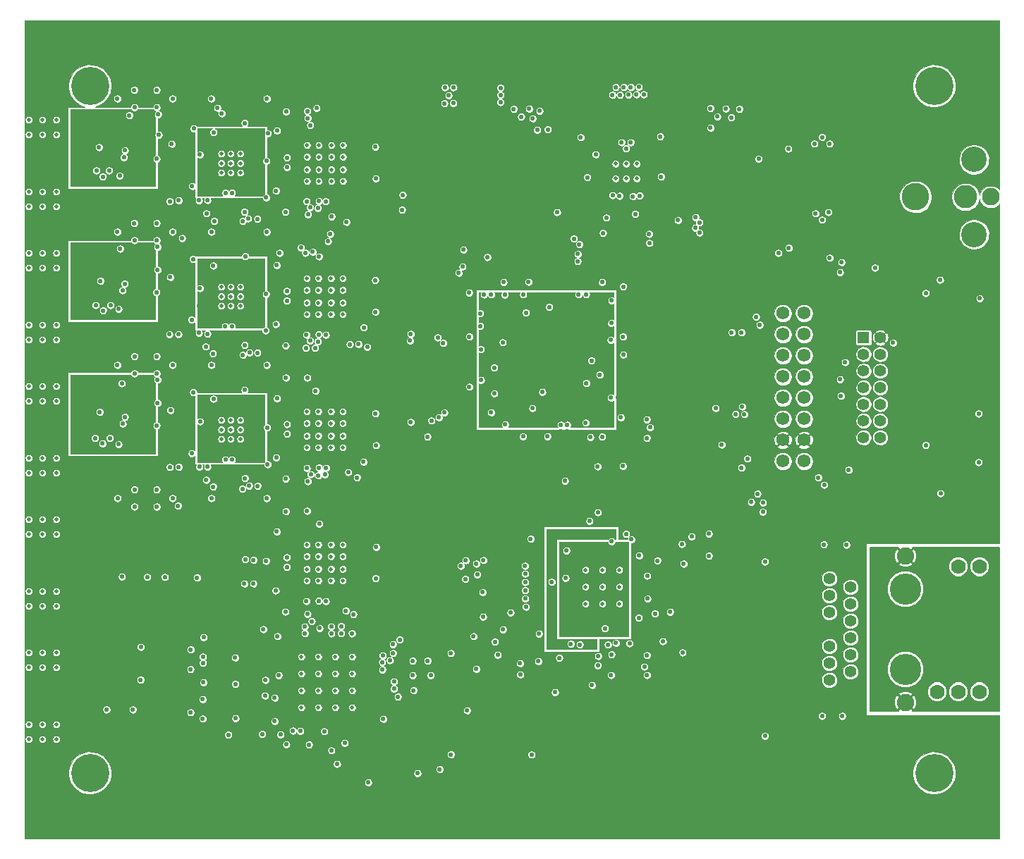
<source format=gbr>
G04 #@! TF.FileFunction,Copper,L3,Inr,Plane*
%FSLAX46Y46*%
G04 Gerber Fmt 4.6, Leading zero omitted, Abs format (unit mm)*
G04 Created by KiCad (PCBNEW 4.0.5) date Thu Apr  6 14:02:45 2017*
%MOMM*%
%LPD*%
G01*
G04 APERTURE LIST*
%ADD10C,0.100000*%
%ADD11C,0.558800*%
%ADD12R,1.407922X1.407922*%
%ADD13C,1.407922*%
%ADD14C,1.397000*%
%ADD15C,1.778000*%
%ADD16C,2.082800*%
%ADD17C,3.759200*%
%ADD18C,3.048000*%
%ADD19C,2.108200*%
%ADD20C,2.794000*%
%ADD21C,3.302000*%
%ADD22C,1.574800*%
%ADD23C,4.572000*%
%ADD24C,0.508000*%
%ADD25C,0.076200*%
%ADD26C,0.152400*%
G04 APERTURE END LIST*
D10*
D11*
X68910200Y62306200D03*
X58470800Y51003200D03*
X59690000Y51993800D03*
X58496200Y51943000D03*
X69570600Y63017400D03*
X68148200Y63068200D03*
X69545200Y64541400D03*
X68224400Y64490600D03*
X74726800Y89789000D03*
X74142600Y90678000D03*
X73863200Y89789000D03*
X73177400Y90652600D03*
X72898000Y89763600D03*
X72339200Y90652600D03*
X71882000Y89738200D03*
X71374000Y90652600D03*
X57531000Y88849200D03*
X57531000Y90576400D03*
X86207600Y88036400D03*
X85242400Y87020400D03*
X84582000Y88087200D03*
X82727800Y88112600D03*
X82753200Y85775800D03*
X80949800Y75031600D03*
X80924400Y73761600D03*
X81432400Y73177400D03*
X88519000Y75082400D03*
X87452200Y75057000D03*
X87985600Y74015600D03*
X87376000Y73126600D03*
X96139000Y74726800D03*
X96901000Y75641200D03*
X97028000Y83870800D03*
X96139000Y84658200D03*
X63220600Y85572600D03*
X95224600Y83870800D03*
X61950600Y85521800D03*
X59131200Y88036400D03*
X60020200Y87096600D03*
X60985400Y88061800D03*
X61391800Y86893400D03*
X51866800Y88747600D03*
X50800000Y88722200D03*
X51892200Y90627200D03*
X50876200Y90627200D03*
D12*
X101124004Y60572396D03*
D13*
X103124000Y60572396D03*
X101124004Y58572400D03*
X103124000Y58572400D03*
X101124004Y56572404D03*
X103124000Y56572404D03*
X101124004Y54572408D03*
X103124000Y54572408D03*
X101124004Y52572412D03*
X103124000Y52572412D03*
X101124004Y50572416D03*
X103124000Y50572416D03*
X101124004Y48572420D03*
X103124000Y48572420D03*
D14*
X99568000Y30607000D03*
X99568000Y28575000D03*
X99568000Y26543000D03*
X99568000Y24511000D03*
X99568000Y22479000D03*
X99568000Y20447000D03*
X97028000Y31623000D03*
X97028000Y29591000D03*
X97028000Y27559000D03*
X97028000Y23495000D03*
X97028000Y21463000D03*
X97028000Y19431000D03*
D15*
X112522000Y33045400D03*
X115062000Y33045400D03*
X109982000Y18008600D03*
X112522000Y18008600D03*
X115062000Y18008600D03*
D16*
X106172000Y34315400D03*
X106172000Y16738600D03*
D17*
X106172000Y30353000D03*
X106172000Y20701000D03*
D18*
X114382804Y81970118D03*
X114382804Y72969882D03*
D19*
X116382800Y77470000D03*
D20*
X113382806Y77470000D03*
D21*
X107382818Y77470000D03*
D22*
X93980000Y45720000D03*
X91440000Y45720000D03*
X93980000Y48260000D03*
X91440000Y48260000D03*
X93980000Y50800000D03*
X91440000Y50800000D03*
X93980000Y53340000D03*
X91440000Y53340000D03*
X93980000Y55880000D03*
X91440000Y55880000D03*
X93980000Y58420000D03*
X91440000Y58420000D03*
X93980000Y60960000D03*
X91440000Y60960000D03*
X93980000Y63500000D03*
X91440000Y63500000D03*
D23*
X8255000Y90805000D03*
X109601000Y90805000D03*
X8255000Y8255000D03*
X109601000Y8255000D03*
D11*
X88519000Y82042000D03*
D24*
X2540000Y78105000D03*
X4191000Y78105000D03*
X889000Y78105000D03*
X889000Y76327000D03*
X2540000Y76327000D03*
X4191000Y76327000D03*
X889000Y86741000D03*
X2540000Y86741000D03*
X4191000Y86741000D03*
X4191000Y84963000D03*
X2540000Y84963000D03*
X889000Y84963000D03*
X2540000Y62103000D03*
X4191000Y62103000D03*
X889000Y62103000D03*
X889000Y60325000D03*
X2540000Y60325000D03*
X4191000Y60325000D03*
X889000Y70739000D03*
X2540000Y70739000D03*
X4191000Y70739000D03*
X4191000Y68961000D03*
X2540000Y68961000D03*
X889000Y68961000D03*
X2540000Y46101000D03*
X4191000Y46101000D03*
X889000Y46101000D03*
X889000Y44323000D03*
X2540000Y44323000D03*
X4191000Y44323000D03*
X889000Y54737000D03*
X2540000Y54737000D03*
X4191000Y54737000D03*
X4191000Y52959000D03*
X2540000Y52959000D03*
X889000Y52959000D03*
X2540000Y30099000D03*
X4191000Y30099000D03*
X889000Y30099000D03*
X889000Y28321000D03*
X2540000Y28321000D03*
X4191000Y28321000D03*
X889000Y38735000D03*
X2540000Y38735000D03*
X4191000Y38735000D03*
X4191000Y36957000D03*
X2540000Y36957000D03*
X889000Y36957000D03*
X2540000Y14097000D03*
X4191000Y14097000D03*
X889000Y14097000D03*
X889000Y12319000D03*
X2540000Y12319000D03*
X4191000Y12319000D03*
X889000Y22733000D03*
X2540000Y22733000D03*
X4191000Y22733000D03*
X4191000Y20955000D03*
X2540000Y20955000D03*
X889000Y20955000D03*
X24004778Y82673698D03*
X25147778Y82673698D03*
X26290778Y82673698D03*
X24004778Y81530698D03*
X25147778Y81530698D03*
X26290778Y81530698D03*
X24004778Y80387698D03*
X25147778Y80387698D03*
X26290778Y80387698D03*
X24004778Y66671698D03*
X25147778Y66671698D03*
X26290778Y66671698D03*
X24004778Y65528698D03*
X25147778Y65528698D03*
X26290778Y65528698D03*
X24004778Y64385698D03*
X25147778Y64385698D03*
X26290778Y64385698D03*
X24004778Y50669698D03*
X25147778Y50669698D03*
X26290778Y50669698D03*
X24004778Y49526698D03*
X25147778Y49526698D03*
X26290778Y49526698D03*
X24004778Y48383698D03*
X25147778Y48383698D03*
X26290778Y48383698D03*
X35661600Y20193000D03*
X37693600Y20193000D03*
X37693600Y18161000D03*
X35661600Y18161000D03*
X35661600Y22225000D03*
X37693600Y22225000D03*
X33629600Y22225000D03*
X33629600Y20193000D03*
X33629600Y18161000D03*
X33629600Y16129000D03*
X35661600Y16129000D03*
X37693600Y16129000D03*
X39725600Y16129000D03*
X39725600Y18161000D03*
X39725600Y20193000D03*
X39725600Y22225000D03*
D11*
X95351600Y75488800D03*
X88544400Y73177400D03*
X81407000Y74396600D03*
X83566000Y87122000D03*
X70967600Y89738200D03*
X62230000Y87807800D03*
X57531000Y89712800D03*
X51308000Y89687400D03*
D24*
X72612758Y79674974D03*
X72612758Y81452974D03*
X73882758Y81452974D03*
X73882758Y79674974D03*
X71342758Y79674974D03*
X71342758Y81452974D03*
X69773800Y30632400D03*
X69773800Y28600400D03*
X71805800Y28600400D03*
X67741800Y28600400D03*
X71805800Y30632400D03*
X67741800Y30632400D03*
X67741800Y32664400D03*
X69773800Y32664400D03*
X71805800Y32664400D03*
X35704780Y82292698D03*
X37228780Y82292698D03*
X37228780Y80768698D03*
X35704780Y80768698D03*
X34307780Y83689698D03*
X38625780Y83689698D03*
X35704780Y83689698D03*
X37228780Y83689698D03*
X34307780Y82292698D03*
X38625780Y82292698D03*
X38625780Y80768698D03*
X34307780Y80768698D03*
X34307780Y79371698D03*
X35704780Y79371698D03*
X37228780Y79371698D03*
X38625780Y79371698D03*
X35679380Y66290698D03*
X37203380Y66290698D03*
X37203380Y64766698D03*
X35679380Y64766698D03*
X34282380Y67687698D03*
X38600380Y67687698D03*
X35679380Y67687698D03*
X37203380Y67687698D03*
X34282380Y66290698D03*
X38600380Y66290698D03*
X38600380Y64766698D03*
X34282380Y64766698D03*
X34282380Y63369698D03*
X35679380Y63369698D03*
X37203380Y63369698D03*
X38600380Y63369698D03*
X35679380Y50288698D03*
X37203380Y50288698D03*
X37203380Y48764698D03*
X35679380Y48764698D03*
X34282380Y51685698D03*
X38600380Y51685698D03*
X35679380Y51685698D03*
X37203380Y51685698D03*
X34282380Y50288698D03*
X38600380Y50288698D03*
X38600380Y48764698D03*
X34282380Y48764698D03*
X34282380Y47367698D03*
X35679380Y47367698D03*
X37203380Y47367698D03*
X38600380Y47367698D03*
X35679380Y34286698D03*
X37203380Y34286698D03*
X37203380Y32762698D03*
X35679380Y32762698D03*
X34282380Y35683698D03*
X38600380Y35683698D03*
X35679380Y35683698D03*
X37203380Y35683698D03*
X34282380Y34286698D03*
X38600380Y34286698D03*
X38600380Y32762698D03*
X34282380Y32762698D03*
X34282380Y31365698D03*
X35679380Y31365698D03*
X37203380Y31365698D03*
X38600380Y31365698D03*
D11*
X68910200Y63804800D03*
X60248800Y50749200D03*
X14782800Y85648800D03*
X15570200Y87350600D03*
X14325600Y79273400D03*
X8255000Y83489800D03*
X6985000Y79375000D03*
X13335000Y79248000D03*
X13995400Y87274400D03*
X13589000Y40259000D03*
X13589000Y42316400D03*
X16256000Y40259000D03*
X16256000Y42316400D03*
X16256000Y58318400D03*
X16256000Y56261000D03*
X13589000Y56261000D03*
X13589000Y58318400D03*
X16256000Y74320400D03*
X16256000Y72263000D03*
X13589000Y72263000D03*
X13563600Y74320400D03*
X16256000Y90322400D03*
X16256000Y88239600D03*
X13589000Y88239600D03*
X13563600Y90322400D03*
X29489400Y89281000D03*
X22809200Y89281000D03*
X11811000Y80010000D03*
X12979400Y87274400D03*
X36576000Y28905200D03*
X35712400Y28930600D03*
X34239200Y28905200D03*
X31877000Y32994600D03*
X31877000Y34163000D03*
X36601400Y44907200D03*
X35737800Y44932600D03*
X34290000Y44907200D03*
X31902400Y48996600D03*
X31902400Y50165000D03*
X36576000Y60909200D03*
X35712400Y60934600D03*
X34239200Y60909200D03*
X31877000Y64998600D03*
X31877000Y66167000D03*
X36550600Y76936600D03*
X35737800Y76962000D03*
X34264600Y76936600D03*
X31902400Y81026000D03*
X31902400Y82194400D03*
X65354200Y31673800D03*
X74244200Y77622400D03*
X92100400Y83261200D03*
X78841600Y74676000D03*
X73710800Y75412600D03*
X70231000Y74980800D03*
X64338200Y75641200D03*
X36372800Y13258800D03*
X30911800Y19989800D03*
X25298400Y45923200D03*
X24511000Y45923200D03*
X23088600Y53213000D03*
X25273000Y61925200D03*
X24485600Y61925200D03*
X23063200Y69215000D03*
X23088600Y85242400D03*
X25298400Y77952600D03*
X24511000Y77952600D03*
X73253600Y36322000D03*
X57810400Y59994800D03*
X57912000Y67233800D03*
X60909200Y67259200D03*
X69743600Y67238600D03*
X72263000Y66700400D03*
X72237600Y60680600D03*
X72288400Y58521600D03*
X71983600Y50977800D03*
X69743800Y48661800D03*
X65532000Y50088800D03*
X64795400Y50088800D03*
X56413400Y51587400D03*
X63169800Y48691800D03*
X60241400Y48684400D03*
X58115200Y50139600D03*
X53796900Y54661100D03*
X55194200Y55473600D03*
X55179700Y59171100D03*
X53797200Y60680600D03*
X55105300Y61963300D03*
X55092600Y63474600D03*
X53771800Y65963800D03*
X69843400Y73120000D03*
X53086000Y71145400D03*
X65278000Y43357800D03*
X75107800Y48488600D03*
X86563200Y52273200D03*
X115062000Y65278000D03*
X68224400Y38531800D03*
X76377800Y33756600D03*
X76073000Y27406600D03*
X79400400Y22733000D03*
X77038200Y24079200D03*
X75107800Y22402800D03*
X75133200Y20015200D03*
X73025000Y23825200D03*
X70866000Y22504400D03*
X71399400Y23876000D03*
X70078600Y25628600D03*
X70815200Y20015200D03*
X67056000Y23698200D03*
X65989200Y23774400D03*
X64084200Y17957800D03*
X65455800Y34975800D03*
X63684400Y31210000D03*
X62077600Y21691600D03*
X61163200Y36398200D03*
X58750200Y27533600D03*
X79527400Y33401000D03*
X82550000Y37007800D03*
X99060000Y35687000D03*
X96355400Y35724600D03*
X59886600Y21444200D03*
X57200800Y22453600D03*
X61264800Y10464800D03*
X53517800Y15773400D03*
X51587400Y10490200D03*
X51562000Y22656800D03*
X44627800Y23723600D03*
X45440600Y24282400D03*
X44272200Y21793200D03*
X43408600Y22377400D03*
X44754800Y19253200D03*
X44754800Y18389600D03*
X47103800Y18198600D03*
X45212000Y17424400D03*
X43459400Y14757400D03*
X38836600Y11861800D03*
X37236400Y10972800D03*
X34544000Y11658600D03*
X31826200Y11684000D03*
X31121600Y12884400D03*
X29311600Y19431000D03*
X25730200Y14833600D03*
X25704800Y18948400D03*
X25679400Y22123400D03*
X21818600Y22225000D03*
X21793200Y14782800D03*
X20320000Y15544800D03*
X21876000Y19145000D03*
X20345400Y23088600D03*
X14351000Y23393400D03*
X14325600Y19456400D03*
X13385800Y15875000D03*
X10236200Y15875000D03*
X38963600Y27762200D03*
X39878000Y27330400D03*
X34366200Y27355800D03*
X31724600Y27635200D03*
X29057600Y25527000D03*
X42545000Y31648400D03*
X42621200Y35407600D03*
X34315400Y39751000D03*
X31775400Y39700200D03*
X30683200Y37261800D03*
X30556200Y30175200D03*
X29387800Y33731200D03*
X27863800Y31013400D03*
X26771600Y31013400D03*
X27889200Y33858200D03*
X26898600Y33934400D03*
X21107400Y31724600D03*
X17246600Y31800800D03*
X15113000Y31800800D03*
X12090400Y31851600D03*
X29464000Y41275000D03*
X22834600Y41275000D03*
X31775400Y55753000D03*
X34340800Y55753000D03*
X30708600Y53263800D03*
X29464000Y57277000D03*
X22834600Y57277000D03*
X42519600Y51460400D03*
X42589200Y47631600D03*
X34391600Y43307000D03*
X31750000Y43611800D03*
X30607000Y46151800D03*
X29565600Y45339000D03*
X29508200Y49758600D03*
X27355800Y42773600D03*
X26543000Y42392600D03*
X26847800Y43662600D03*
X26822400Y54279800D03*
X21463000Y50495200D03*
X23037800Y42646600D03*
X22212300Y43472100D03*
X22358604Y45053000D03*
X21386800Y45059600D03*
X20472400Y46659800D03*
X18897600Y45034200D03*
X16256000Y50012600D03*
X20650200Y54000400D03*
X17907000Y51841400D03*
X16370300Y52717700D03*
X16357600Y55499000D03*
X18161000Y57277000D03*
X11531600Y57277000D03*
X10642600Y48488600D03*
X9753600Y47853600D03*
X8864600Y48488600D03*
X12192000Y50241200D03*
X12446000Y51028600D03*
X9423400Y51638200D03*
X46761400Y61010800D03*
X42532300Y63665100D03*
X42494200Y67462400D03*
X34156400Y59327800D03*
X31743400Y59607200D03*
X30562800Y62185800D03*
X33578800Y71374000D03*
X31013400Y70739000D03*
X30683200Y69265800D03*
X29387800Y65786000D03*
X26898600Y70332600D03*
X27406600Y58775600D03*
X29337000Y61417200D03*
X26619200Y58496200D03*
X26822400Y59664600D03*
X23012400Y58648600D03*
X22148800Y59486800D03*
X22352000Y61036200D03*
X21336000Y61137800D03*
X20447000Y62712600D03*
X21437600Y66497200D03*
X20624800Y70002400D03*
X17881600Y67843400D03*
X18872200Y60960000D03*
X11531600Y73279000D03*
X16357600Y68707000D03*
X16357600Y71475600D03*
X16230600Y66014600D03*
X12420600Y67030600D03*
X12166600Y66243200D03*
X10718800Y64465200D03*
X9829800Y63830200D03*
X8940800Y64465200D03*
X9499600Y67386200D03*
X37261800Y75107800D03*
X42570400Y79679800D03*
X42506900Y83502500D03*
X34417000Y75361800D03*
X34340800Y87782400D03*
X31724600Y75666600D03*
X31800800Y87731600D03*
X30708600Y85445600D03*
X30594300Y78219300D03*
X29413200Y77393800D03*
X29438600Y81788000D03*
X26822400Y86334600D03*
X26797000Y75666600D03*
X27228800Y74879200D03*
X26600400Y74574400D03*
X23164800Y74574400D03*
X22225000Y75488800D03*
X22358604Y77082396D03*
X21336000Y77063600D03*
X20523200Y78765400D03*
X21437600Y82550000D03*
X20701000Y85699600D03*
X18897600Y77063600D03*
X11531600Y89281000D03*
X18161000Y89281000D03*
X18059400Y83845400D03*
X16433800Y87376000D03*
X16503396Y84944204D03*
X12319000Y82219800D03*
X16256000Y82042000D03*
X12446000Y83058000D03*
X9779000Y79908400D03*
X10541000Y80645000D03*
X9017000Y80645000D03*
X18161000Y41275000D03*
X11557000Y41275000D03*
X18161000Y73279000D03*
X29464000Y73279000D03*
X22834600Y73279000D03*
X114935000Y45593000D03*
X114935000Y51435000D03*
X9321800Y83439000D03*
X96139000Y15113000D03*
X98552000Y15113000D03*
X24866600Y12852400D03*
X64592200Y22072600D03*
X69240400Y39573200D03*
X69443600Y56108600D03*
X62153800Y24993600D03*
X55549800Y65735200D03*
X56413400Y65760600D03*
X60261500Y65747900D03*
X66903600Y65760600D03*
X67818000Y65760600D03*
X70866000Y65024000D03*
X70847200Y62312800D03*
X70777100Y60286900D03*
X70796400Y53346600D03*
X67843400Y55092600D03*
X63373000Y64236600D03*
X89027000Y39624000D03*
X99339400Y44678600D03*
X20320000Y20726400D03*
X11684000Y64008000D03*
X11861800Y71247000D03*
X11684000Y47752000D03*
X12083796Y55067200D03*
X56794400Y53848000D03*
X56781700Y56959500D03*
X60585600Y63569600D03*
X68453000Y57810400D03*
X61366400Y52095400D03*
X62560200Y54025800D03*
X67767200Y50342800D03*
X25247600Y85242400D03*
X21437600Y79476600D03*
X26670000Y78079600D03*
X28879800Y80010000D03*
X21463000Y80264000D03*
X21386800Y83439000D03*
X21463000Y84277200D03*
X28575000Y83820000D03*
X29591000Y85090000D03*
X70891400Y49072800D03*
X90061800Y39617400D03*
X100330000Y44704000D03*
X20320000Y19913600D03*
X64541400Y66852800D03*
X72085200Y54610000D03*
X55549800Y66573400D03*
X56413400Y66573400D03*
X60248800Y66573400D03*
X66903600Y66573400D03*
X67818000Y66573400D03*
X71773800Y65056000D03*
X71812400Y62338200D03*
X72288400Y59563000D03*
X71653400Y53365400D03*
X37261800Y13335000D03*
X31699200Y30048200D03*
X28244800Y87401400D03*
X72146160Y55661560D03*
X58801000Y67233800D03*
X61722000Y67259200D03*
X63830200Y67310000D03*
X65278000Y67284600D03*
X72266300Y64163700D03*
X72288400Y57708800D03*
X72009000Y49961800D03*
X67243200Y48625000D03*
X65532000Y49276000D03*
X64795400Y49276000D03*
X62357000Y48691800D03*
X58115200Y49174400D03*
X56740600Y48688800D03*
X53797200Y49174400D03*
X53873400Y50495200D03*
X53797200Y51663600D03*
X54254400Y55448200D03*
X53797200Y57073800D03*
X53797200Y58242200D03*
X54214500Y59221900D03*
X54292500Y61988700D03*
X54254400Y63550800D03*
X53759100Y65163700D03*
X78181200Y71907400D03*
X78105000Y72999600D03*
X68402200Y44043600D03*
X76022200Y46990000D03*
X82727800Y61188600D03*
X83997800Y61188600D03*
X85217000Y52197000D03*
X113665000Y60325000D03*
X76276200Y36449000D03*
X67462400Y19989800D03*
X112522000Y13970000D03*
X115062000Y37338000D03*
X56337200Y22682200D03*
X60147200Y9575800D03*
X46431200Y25298400D03*
X42570400Y20523200D03*
X42367200Y19329400D03*
X42468800Y17830800D03*
X42697400Y16179800D03*
X39522400Y13462000D03*
X33832800Y9474200D03*
X32588200Y9550400D03*
X30734000Y18643600D03*
X20320000Y16357600D03*
X20345400Y23926800D03*
X33426400Y28956000D03*
X40132000Y28778200D03*
X29972000Y27254200D03*
X40995600Y30861000D03*
X41021000Y36195000D03*
X33553400Y38125400D03*
X31800800Y37338000D03*
X48768000Y46253400D03*
X48768000Y47574200D03*
X31800800Y53390800D03*
X33528000Y54178200D03*
X41122600Y52247800D03*
X41198800Y46761400D03*
X33502600Y44958000D03*
X31750000Y45974000D03*
X7213600Y45745400D03*
X45008800Y60071000D03*
X42824400Y61188600D03*
X41071800Y62839600D03*
X41071800Y68249800D03*
X33451800Y60934600D03*
X31743400Y62008000D03*
X33528000Y69875400D03*
X31750000Y69342000D03*
X7213600Y62001400D03*
X46736000Y76733400D03*
X46558200Y78714600D03*
X40970200Y78867000D03*
X40886380Y84284820D03*
X33401000Y76962000D03*
X33464500Y86118700D03*
X31724600Y77952600D03*
X31800800Y85420200D03*
X6985000Y77978000D03*
X42951400Y26924000D03*
X28448000Y71297800D03*
X30632400Y55626000D03*
X21894800Y24561800D03*
X28346400Y74828400D03*
X28930600Y12928600D03*
X29260800Y17551400D03*
X30429200Y14478000D03*
X30429200Y17297400D03*
X33502600Y13309600D03*
X32613600Y13335000D03*
X30759400Y24688800D03*
X39700200Y25019000D03*
X12827000Y71272400D03*
X13335000Y63220600D03*
X14681200Y68783200D03*
X15570200Y71424800D03*
X14376400Y63220600D03*
X7224014Y63261000D03*
X8432800Y67360800D03*
X28727400Y63906400D03*
X28702000Y67945000D03*
X25209500Y69202300D03*
X26441400Y62103000D03*
X21412200Y63500000D03*
X21310600Y64363600D03*
X21437600Y67411600D03*
X21463000Y68275200D03*
X21818600Y21488400D03*
X28346400Y58750200D03*
X13335000Y46990000D03*
X13099796Y55067200D03*
X8407400Y51562000D03*
X14757400Y53721000D03*
X15367000Y55473600D03*
X14338300Y47256700D03*
X7188200Y46990000D03*
X26466800Y46050200D03*
X28702000Y51943000D03*
X28790900Y47866300D03*
X25247600Y53213000D03*
X21463000Y48234600D03*
X21463000Y51409600D03*
X21463000Y52273200D03*
X21463000Y47472600D03*
X21793200Y17119600D03*
X28371800Y42748200D03*
X57607200Y53848000D03*
X57607200Y56946800D03*
X61385200Y63532000D03*
X69424800Y57778400D03*
X63830200Y54025800D03*
X62230000Y52095400D03*
X62230000Y65557400D03*
X70739000Y57124600D03*
X61798200Y50266600D03*
X55270400Y53162200D03*
X55321200Y57661800D03*
X68529200Y18821400D03*
X72466200Y35102800D03*
X64846200Y33782000D03*
X65201800Y25273000D03*
X70154800Y35610800D03*
X67523100Y34975800D03*
X64820800Y31038800D03*
X68023500Y25275300D03*
X73431400Y77546200D03*
X71805800Y77597000D03*
X68961000Y82575400D03*
X72618600Y83286600D03*
X76809600Y79908400D03*
X70993000Y77673200D03*
X67945000Y79832200D03*
X67157600Y84632800D03*
X72059800Y84023200D03*
X73177400Y84023200D03*
X76708000Y84734400D03*
X66344800Y72466200D03*
X17830800Y76936600D03*
X17780000Y60960000D03*
X19304000Y72517000D03*
X18821800Y40362600D03*
X46761400Y50419000D03*
X17830800Y45008800D03*
X46685200Y60198000D03*
X69215000Y21183600D03*
X75158600Y31953200D03*
X75184000Y29210000D03*
X77901800Y27609800D03*
X72618600Y36982400D03*
X70891400Y36906200D03*
X70434200Y23672800D03*
X63500000Y23723600D03*
X63703200Y28879800D03*
X79324200Y35763200D03*
X82550000Y34366200D03*
X56870600Y24028400D03*
X68529200Y23698200D03*
X74193400Y34391600D03*
X74142600Y26898600D03*
X59918600Y20091400D03*
X54635400Y20751800D03*
X104673400Y59944000D03*
X102489000Y68961000D03*
X98907600Y57607200D03*
X98475800Y69621400D03*
X98298000Y68427600D03*
X98298000Y55549800D03*
X98399600Y53568600D03*
X97053400Y70154800D03*
X89281000Y33655000D03*
X89281000Y12700000D03*
X75107800Y50723800D03*
X75488800Y49784000D03*
X88214200Y63068200D03*
X88646000Y62103000D03*
X92151200Y71348600D03*
X90906600Y70739000D03*
X86461600Y44932600D03*
X85750400Y51384200D03*
X72237600Y45135800D03*
X85293200Y61188600D03*
X68326000Y48615600D03*
X84099400Y47701200D03*
X83362800Y52095400D03*
X48768000Y48666400D03*
X87172800Y46024800D03*
X86817200Y51358800D03*
X69189600Y45085000D03*
X86461600Y61188600D03*
X110363000Y41859200D03*
X110312200Y67513200D03*
X108585000Y47650400D03*
X108585000Y65913000D03*
X70866000Y36093400D03*
X80492600Y36677600D03*
X55956200Y70231000D03*
X39039800Y74447400D03*
X24079200Y87503000D03*
X75387200Y73025000D03*
X75412600Y71932800D03*
X23545800Y88163400D03*
X36830000Y72136000D03*
X45720000Y75920600D03*
X45796200Y77698600D03*
X37084000Y73025000D03*
X55397400Y29972000D03*
X54305200Y24688800D03*
X60579000Y28219400D03*
X60502800Y30200600D03*
X60502800Y31191200D03*
X60502800Y32207200D03*
X60477400Y33147000D03*
X60502800Y29210000D03*
X55448200Y27025600D03*
X55473600Y33832800D03*
X53365400Y33807400D03*
X54635400Y33401000D03*
X52781200Y33147000D03*
X57835800Y25501600D03*
X74803000Y21031200D03*
X69265800Y22301200D03*
X96393000Y42875200D03*
X41656000Y7137400D03*
X95694500Y43751500D03*
X37922200Y9347200D03*
X89052400Y40741600D03*
X46990000Y19989800D03*
X49149000Y19989800D03*
X43357800Y20675600D03*
X88392000Y41808400D03*
X50241200Y8712200D03*
X47574200Y8229600D03*
X44627800Y22656800D03*
X87630000Y40817800D03*
X48793400Y21742400D03*
X46990000Y21742400D03*
X43332400Y21564600D03*
X34061400Y25044400D03*
X34671000Y76200000D03*
X34036000Y25857200D03*
X35610800Y76123800D03*
X66802000Y69748400D03*
X35458400Y88138000D03*
X66827400Y70612000D03*
X34698400Y86082632D03*
X67005200Y71780400D03*
X34391600Y86944200D03*
X38404800Y25882600D03*
X34671000Y60198000D03*
X38404800Y25044400D03*
X35610800Y60096400D03*
X52984400Y69088000D03*
X35737800Y70307200D03*
X52527200Y68351400D03*
X35001200Y70866000D03*
X34112200Y70739000D03*
X58039000Y65709800D03*
X37236400Y25019000D03*
X34772600Y44145200D03*
X37211000Y25857200D03*
X35661600Y44018200D03*
X35331400Y54178200D03*
X41122600Y61798200D03*
X41529000Y59436000D03*
X35280600Y59334400D03*
X50647600Y59918600D03*
X40487600Y59791600D03*
X50012600Y60579000D03*
X39446200Y59766200D03*
X35814000Y25654000D03*
X34874200Y26492200D03*
X35788600Y38201600D03*
X41097200Y45643800D03*
X36449000Y44119800D03*
X49250600Y50596800D03*
X40309800Y43764200D03*
X50139600Y50977800D03*
X50800000Y51562000D03*
X39268400Y44399200D03*
X53314600Y31572200D03*
X54737000Y32105600D03*
D25*
G36*
X117436900Y78316192D02*
X117431078Y78324955D01*
X117245052Y78512284D01*
X117026184Y78659913D01*
X116782808Y78762218D01*
X116524197Y78815304D01*
X116260200Y78817147D01*
X116000873Y78767677D01*
X115756093Y78668780D01*
X115535184Y78524221D01*
X115346561Y78339508D01*
X115197408Y78121675D01*
X115093406Y77879020D01*
X115057362Y77709447D01*
X115007639Y77960566D01*
X114881409Y78266821D01*
X114698098Y78542726D01*
X114464689Y78777771D01*
X114190070Y78963004D01*
X113884703Y79091368D01*
X113560219Y79157975D01*
X113228978Y79160288D01*
X112903595Y79098218D01*
X112596466Y78974129D01*
X112319288Y78792749D01*
X112082619Y78560986D01*
X111895474Y78287668D01*
X111764981Y77983204D01*
X111696111Y77659193D01*
X111691486Y77327976D01*
X111751282Y77002168D01*
X111873224Y76694180D01*
X112052664Y76415743D01*
X112282770Y76177462D01*
X112554775Y75988413D01*
X112858320Y75855797D01*
X113181842Y75784666D01*
X113513019Y75777729D01*
X113839236Y75835250D01*
X114148068Y75955038D01*
X114427752Y76132531D01*
X114667633Y76360967D01*
X114858576Y76631646D01*
X114993308Y76934257D01*
X115059174Y77224170D01*
X115082488Y77097141D01*
X115179674Y76851677D01*
X115322687Y76629765D01*
X115506079Y76439856D01*
X115722865Y76289186D01*
X115964788Y76183493D01*
X116222633Y76126802D01*
X116486579Y76121273D01*
X116746572Y76167117D01*
X116992708Y76262587D01*
X117215614Y76404047D01*
X117406798Y76586109D01*
X117436900Y76628781D01*
X117436900Y35852100D01*
X101473000Y35852100D01*
X101462386Y35850592D01*
X101452612Y35846186D01*
X101444452Y35839231D01*
X101438553Y35830279D01*
X101435381Y35820038D01*
X101434900Y35814000D01*
X101434900Y15240000D01*
X101436408Y15229386D01*
X101440814Y15219612D01*
X101447769Y15211452D01*
X101456721Y15205553D01*
X101466962Y15202381D01*
X101473000Y15201900D01*
X117436900Y15201900D01*
X117436900Y419100D01*
X419100Y419100D01*
X419100Y8038226D01*
X5673512Y8038226D01*
X5764780Y7540941D01*
X5950901Y7070854D01*
X6224784Y6645871D01*
X6575997Y6282179D01*
X6991163Y5993631D01*
X7454469Y5791218D01*
X7948266Y5682649D01*
X8453746Y5672061D01*
X8951657Y5759856D01*
X9423032Y5942690D01*
X9849917Y6213600D01*
X10216052Y6562266D01*
X10507491Y6975407D01*
X10562023Y7097889D01*
X41185482Y7097889D01*
X41202117Y7007251D01*
X41236041Y6921570D01*
X41285960Y6844110D01*
X41349975Y6777821D01*
X41425645Y6725229D01*
X41510090Y6688336D01*
X41600093Y6668548D01*
X41692225Y6666618D01*
X41782977Y6682620D01*
X41868893Y6715944D01*
X41946699Y6765322D01*
X42013433Y6828872D01*
X42066553Y6904173D01*
X42104035Y6988359D01*
X42124451Y7078221D01*
X42125921Y7183476D01*
X42108021Y7273873D01*
X42072905Y7359072D01*
X42021909Y7435828D01*
X41956975Y7501216D01*
X41880577Y7552747D01*
X41795626Y7588458D01*
X41705356Y7606987D01*
X41613206Y7607631D01*
X41522686Y7590363D01*
X41437244Y7555842D01*
X41360134Y7505383D01*
X41294294Y7440908D01*
X41242231Y7364872D01*
X41205928Y7280171D01*
X41186769Y7190033D01*
X41185482Y7097889D01*
X10562023Y7097889D01*
X10713134Y7437288D01*
X10825147Y7930315D01*
X10828774Y8190089D01*
X47103682Y8190089D01*
X47120317Y8099451D01*
X47154241Y8013770D01*
X47204160Y7936310D01*
X47268175Y7870021D01*
X47343845Y7817429D01*
X47428290Y7780536D01*
X47518293Y7760748D01*
X47610425Y7758818D01*
X47701177Y7774820D01*
X47787093Y7808144D01*
X47864899Y7857522D01*
X47931633Y7921072D01*
X47984753Y7996373D01*
X48003387Y8038226D01*
X107019512Y8038226D01*
X107110780Y7540941D01*
X107296901Y7070854D01*
X107570784Y6645871D01*
X107921997Y6282179D01*
X108337163Y5993631D01*
X108800469Y5791218D01*
X109294266Y5682649D01*
X109799746Y5672061D01*
X110297657Y5759856D01*
X110769032Y5942690D01*
X111195917Y6213600D01*
X111562052Y6562266D01*
X111853491Y6975407D01*
X112059134Y7437288D01*
X112171147Y7930315D01*
X112179210Y8507796D01*
X112081007Y9003758D01*
X111888341Y9471201D01*
X111608551Y9892319D01*
X111252294Y10251072D01*
X110833140Y10533795D01*
X110367054Y10729719D01*
X109871789Y10831383D01*
X109366210Y10834912D01*
X108869574Y10740174D01*
X108400797Y10550776D01*
X107977736Y10273933D01*
X107616505Y9920189D01*
X107330863Y9503019D01*
X107131689Y9038312D01*
X107026571Y8543769D01*
X107019512Y8038226D01*
X48003387Y8038226D01*
X48022235Y8080559D01*
X48042651Y8170421D01*
X48044121Y8275676D01*
X48026221Y8366073D01*
X47991105Y8451272D01*
X47940109Y8528028D01*
X47875175Y8593416D01*
X47798777Y8644947D01*
X47732784Y8672689D01*
X49770682Y8672689D01*
X49787317Y8582051D01*
X49821241Y8496370D01*
X49871160Y8418910D01*
X49935175Y8352621D01*
X50010845Y8300029D01*
X50095290Y8263136D01*
X50185293Y8243348D01*
X50277425Y8241418D01*
X50368177Y8257420D01*
X50454093Y8290744D01*
X50531899Y8340122D01*
X50598633Y8403672D01*
X50651753Y8478973D01*
X50689235Y8563159D01*
X50709651Y8653021D01*
X50711121Y8758276D01*
X50693221Y8848673D01*
X50658105Y8933872D01*
X50607109Y9010628D01*
X50542175Y9076016D01*
X50465777Y9127547D01*
X50380826Y9163258D01*
X50290556Y9181787D01*
X50198406Y9182431D01*
X50107886Y9165163D01*
X50022444Y9130642D01*
X49945334Y9080183D01*
X49879494Y9015708D01*
X49827431Y8939672D01*
X49791128Y8854971D01*
X49771969Y8764833D01*
X49770682Y8672689D01*
X47732784Y8672689D01*
X47713826Y8680658D01*
X47623556Y8699187D01*
X47531406Y8699831D01*
X47440886Y8682563D01*
X47355444Y8648042D01*
X47278334Y8597583D01*
X47212494Y8533108D01*
X47160431Y8457072D01*
X47124128Y8372371D01*
X47104969Y8282233D01*
X47103682Y8190089D01*
X10828774Y8190089D01*
X10833210Y8507796D01*
X10735007Y9003758D01*
X10609736Y9307689D01*
X37451682Y9307689D01*
X37468317Y9217051D01*
X37502241Y9131370D01*
X37552160Y9053910D01*
X37616175Y8987621D01*
X37691845Y8935029D01*
X37776290Y8898136D01*
X37866293Y8878348D01*
X37958425Y8876418D01*
X38049177Y8892420D01*
X38135093Y8925744D01*
X38212899Y8975122D01*
X38279633Y9038672D01*
X38332753Y9113973D01*
X38370235Y9198159D01*
X38390651Y9288021D01*
X38392121Y9393276D01*
X38374221Y9483673D01*
X38339105Y9568872D01*
X38288109Y9645628D01*
X38223175Y9711016D01*
X38146777Y9762547D01*
X38061826Y9798258D01*
X37971556Y9816787D01*
X37879406Y9817431D01*
X37788886Y9800163D01*
X37703444Y9765642D01*
X37626334Y9715183D01*
X37560494Y9650708D01*
X37508431Y9574672D01*
X37472128Y9489971D01*
X37452969Y9399833D01*
X37451682Y9307689D01*
X10609736Y9307689D01*
X10542341Y9471201D01*
X10262551Y9892319D01*
X9906294Y10251072D01*
X9610350Y10450689D01*
X51116882Y10450689D01*
X51133517Y10360051D01*
X51167441Y10274370D01*
X51217360Y10196910D01*
X51281375Y10130621D01*
X51357045Y10078029D01*
X51441490Y10041136D01*
X51531493Y10021348D01*
X51623625Y10019418D01*
X51714377Y10035420D01*
X51800293Y10068744D01*
X51878099Y10118122D01*
X51944833Y10181672D01*
X51997953Y10256973D01*
X52035435Y10341159D01*
X52054548Y10425289D01*
X60794282Y10425289D01*
X60810917Y10334651D01*
X60844841Y10248970D01*
X60894760Y10171510D01*
X60958775Y10105221D01*
X61034445Y10052629D01*
X61118890Y10015736D01*
X61208893Y9995948D01*
X61301025Y9994018D01*
X61391777Y10010020D01*
X61477693Y10043344D01*
X61555499Y10092722D01*
X61622233Y10156272D01*
X61675353Y10231573D01*
X61712835Y10315759D01*
X61733251Y10405621D01*
X61734721Y10510876D01*
X61716821Y10601273D01*
X61681705Y10686472D01*
X61630709Y10763228D01*
X61565775Y10828616D01*
X61489377Y10880147D01*
X61404426Y10915858D01*
X61314156Y10934387D01*
X61222006Y10935031D01*
X61131486Y10917763D01*
X61046044Y10883242D01*
X60968934Y10832783D01*
X60903094Y10768308D01*
X60851031Y10692272D01*
X60814728Y10607571D01*
X60795569Y10517433D01*
X60794282Y10425289D01*
X52054548Y10425289D01*
X52055851Y10431021D01*
X52057321Y10536276D01*
X52039421Y10626673D01*
X52004305Y10711872D01*
X51953309Y10788628D01*
X51888375Y10854016D01*
X51811977Y10905547D01*
X51727026Y10941258D01*
X51636756Y10959787D01*
X51544606Y10960431D01*
X51454086Y10943163D01*
X51368644Y10908642D01*
X51291534Y10858183D01*
X51225694Y10793708D01*
X51173631Y10717672D01*
X51137328Y10632971D01*
X51118169Y10542833D01*
X51116882Y10450689D01*
X9610350Y10450689D01*
X9487140Y10533795D01*
X9021054Y10729719D01*
X8525789Y10831383D01*
X8020210Y10834912D01*
X7523574Y10740174D01*
X7054797Y10550776D01*
X6631736Y10273933D01*
X6270505Y9920189D01*
X5984863Y9503019D01*
X5785689Y9038312D01*
X5680571Y8543769D01*
X5673512Y8038226D01*
X419100Y8038226D01*
X419100Y10933289D01*
X36765882Y10933289D01*
X36782517Y10842651D01*
X36816441Y10756970D01*
X36866360Y10679510D01*
X36930375Y10613221D01*
X37006045Y10560629D01*
X37090490Y10523736D01*
X37180493Y10503948D01*
X37272625Y10502018D01*
X37363377Y10518020D01*
X37449293Y10551344D01*
X37527099Y10600722D01*
X37593833Y10664272D01*
X37646953Y10739573D01*
X37684435Y10823759D01*
X37704851Y10913621D01*
X37706321Y11018876D01*
X37688421Y11109273D01*
X37653305Y11194472D01*
X37602309Y11271228D01*
X37537375Y11336616D01*
X37460977Y11388147D01*
X37376026Y11423858D01*
X37285756Y11442387D01*
X37193606Y11443031D01*
X37103086Y11425763D01*
X37017644Y11391242D01*
X36940534Y11340783D01*
X36874694Y11276308D01*
X36822631Y11200272D01*
X36786328Y11115571D01*
X36767169Y11025433D01*
X36765882Y10933289D01*
X419100Y10933289D01*
X419100Y11644489D01*
X31355682Y11644489D01*
X31372317Y11553851D01*
X31406241Y11468170D01*
X31456160Y11390710D01*
X31520175Y11324421D01*
X31595845Y11271829D01*
X31680290Y11234936D01*
X31770293Y11215148D01*
X31862425Y11213218D01*
X31953177Y11229220D01*
X32039093Y11262544D01*
X32116899Y11311922D01*
X32183633Y11375472D01*
X32236753Y11450773D01*
X32274235Y11534959D01*
X32293348Y11619089D01*
X34073482Y11619089D01*
X34090117Y11528451D01*
X34124041Y11442770D01*
X34173960Y11365310D01*
X34237975Y11299021D01*
X34313645Y11246429D01*
X34398090Y11209536D01*
X34488093Y11189748D01*
X34580225Y11187818D01*
X34670977Y11203820D01*
X34756893Y11237144D01*
X34834699Y11286522D01*
X34901433Y11350072D01*
X34954553Y11425373D01*
X34992035Y11509559D01*
X35012451Y11599421D01*
X35013921Y11704676D01*
X34996021Y11795073D01*
X34984804Y11822289D01*
X38366082Y11822289D01*
X38382717Y11731651D01*
X38416641Y11645970D01*
X38466560Y11568510D01*
X38530575Y11502221D01*
X38606245Y11449629D01*
X38690690Y11412736D01*
X38780693Y11392948D01*
X38872825Y11391018D01*
X38963577Y11407020D01*
X39049493Y11440344D01*
X39127299Y11489722D01*
X39194033Y11553272D01*
X39247153Y11628573D01*
X39284635Y11712759D01*
X39305051Y11802621D01*
X39306521Y11907876D01*
X39288621Y11998273D01*
X39253505Y12083472D01*
X39202509Y12160228D01*
X39137575Y12225616D01*
X39061177Y12277147D01*
X38976226Y12312858D01*
X38885956Y12331387D01*
X38793806Y12332031D01*
X38703286Y12314763D01*
X38617844Y12280242D01*
X38540734Y12229783D01*
X38474894Y12165308D01*
X38422831Y12089272D01*
X38386528Y12004571D01*
X38367369Y11914433D01*
X38366082Y11822289D01*
X34984804Y11822289D01*
X34960905Y11880272D01*
X34909909Y11957028D01*
X34844975Y12022416D01*
X34768577Y12073947D01*
X34683626Y12109658D01*
X34593356Y12128187D01*
X34501206Y12128831D01*
X34410686Y12111563D01*
X34325244Y12077042D01*
X34248134Y12026583D01*
X34182294Y11962108D01*
X34130231Y11886072D01*
X34093928Y11801371D01*
X34074769Y11711233D01*
X34073482Y11619089D01*
X32293348Y11619089D01*
X32294651Y11624821D01*
X32296121Y11730076D01*
X32278221Y11820473D01*
X32243105Y11905672D01*
X32192109Y11982428D01*
X32127175Y12047816D01*
X32050777Y12099347D01*
X31965826Y12135058D01*
X31875556Y12153587D01*
X31783406Y12154231D01*
X31692886Y12136963D01*
X31607444Y12102442D01*
X31530334Y12051983D01*
X31464494Y11987508D01*
X31412431Y11911472D01*
X31376128Y11826771D01*
X31356969Y11736633D01*
X31355682Y11644489D01*
X419100Y11644489D01*
X419100Y12281625D01*
X443915Y12281625D01*
X459652Y12195886D01*
X491741Y12114837D01*
X538963Y12041564D01*
X599517Y11978858D01*
X671097Y11929108D01*
X750977Y11894210D01*
X836115Y11875491D01*
X923267Y11873665D01*
X1009113Y11888802D01*
X1090385Y11920326D01*
X1163986Y11967034D01*
X1227113Y12027149D01*
X1277361Y12098380D01*
X1312816Y12178015D01*
X1332129Y12263020D01*
X1332388Y12281625D01*
X2094915Y12281625D01*
X2110652Y12195886D01*
X2142741Y12114837D01*
X2189963Y12041564D01*
X2250517Y11978858D01*
X2322097Y11929108D01*
X2401977Y11894210D01*
X2487115Y11875491D01*
X2574267Y11873665D01*
X2660113Y11888802D01*
X2741385Y11920326D01*
X2814986Y11967034D01*
X2878113Y12027149D01*
X2928361Y12098380D01*
X2963816Y12178015D01*
X2983129Y12263020D01*
X2983388Y12281625D01*
X3745915Y12281625D01*
X3761652Y12195886D01*
X3793741Y12114837D01*
X3840963Y12041564D01*
X3901517Y11978858D01*
X3973097Y11929108D01*
X4052977Y11894210D01*
X4138115Y11875491D01*
X4225267Y11873665D01*
X4311113Y11888802D01*
X4392385Y11920326D01*
X4465986Y11967034D01*
X4529113Y12027149D01*
X4579361Y12098380D01*
X4614816Y12178015D01*
X4634129Y12263020D01*
X4635519Y12362585D01*
X4618588Y12448096D01*
X4585369Y12528690D01*
X4537130Y12601297D01*
X4475706Y12663151D01*
X4403438Y12711896D01*
X4323078Y12745676D01*
X4237688Y12763204D01*
X4150519Y12763813D01*
X4064892Y12747479D01*
X3984068Y12714824D01*
X3911127Y12667092D01*
X3848845Y12606102D01*
X3799597Y12534176D01*
X3765256Y12454054D01*
X3747133Y12368788D01*
X3745915Y12281625D01*
X2983388Y12281625D01*
X2984519Y12362585D01*
X2967588Y12448096D01*
X2934369Y12528690D01*
X2886130Y12601297D01*
X2824706Y12663151D01*
X2752438Y12711896D01*
X2672078Y12745676D01*
X2586688Y12763204D01*
X2499519Y12763813D01*
X2413892Y12747479D01*
X2333068Y12714824D01*
X2260127Y12667092D01*
X2197845Y12606102D01*
X2148597Y12534176D01*
X2114256Y12454054D01*
X2096133Y12368788D01*
X2094915Y12281625D01*
X1332388Y12281625D01*
X1333519Y12362585D01*
X1316588Y12448096D01*
X1283369Y12528690D01*
X1235130Y12601297D01*
X1173706Y12663151D01*
X1101438Y12711896D01*
X1021078Y12745676D01*
X935688Y12763204D01*
X848519Y12763813D01*
X762892Y12747479D01*
X682068Y12714824D01*
X609127Y12667092D01*
X546845Y12606102D01*
X497597Y12534176D01*
X463256Y12454054D01*
X445133Y12368788D01*
X443915Y12281625D01*
X419100Y12281625D01*
X419100Y12812889D01*
X24396082Y12812889D01*
X24412717Y12722251D01*
X24446641Y12636570D01*
X24496560Y12559110D01*
X24560575Y12492821D01*
X24636245Y12440229D01*
X24720690Y12403336D01*
X24810693Y12383548D01*
X24902825Y12381618D01*
X24993577Y12397620D01*
X25079493Y12430944D01*
X25157299Y12480322D01*
X25224033Y12543872D01*
X25277153Y12619173D01*
X25314635Y12703359D01*
X25335051Y12793221D01*
X25336389Y12889089D01*
X28460082Y12889089D01*
X28476717Y12798451D01*
X28510641Y12712770D01*
X28560560Y12635310D01*
X28624575Y12569021D01*
X28700245Y12516429D01*
X28784690Y12479536D01*
X28874693Y12459748D01*
X28966825Y12457818D01*
X29057577Y12473820D01*
X29143493Y12507144D01*
X29221299Y12556522D01*
X29288033Y12620072D01*
X29341153Y12695373D01*
X29378635Y12779559D01*
X29393477Y12844889D01*
X30651082Y12844889D01*
X30667717Y12754251D01*
X30701641Y12668570D01*
X30751560Y12591110D01*
X30815575Y12524821D01*
X30891245Y12472229D01*
X30975690Y12435336D01*
X31065693Y12415548D01*
X31157825Y12413618D01*
X31248577Y12429620D01*
X31334493Y12462944D01*
X31412299Y12512322D01*
X31479033Y12575872D01*
X31532153Y12651173D01*
X31536300Y12660489D01*
X88810482Y12660489D01*
X88827117Y12569851D01*
X88861041Y12484170D01*
X88910960Y12406710D01*
X88974975Y12340421D01*
X89050645Y12287829D01*
X89135090Y12250936D01*
X89225093Y12231148D01*
X89317225Y12229218D01*
X89407977Y12245220D01*
X89493893Y12278544D01*
X89571699Y12327922D01*
X89638433Y12391472D01*
X89691553Y12466773D01*
X89729035Y12550959D01*
X89749451Y12640821D01*
X89750921Y12746076D01*
X89733021Y12836473D01*
X89697905Y12921672D01*
X89646909Y12998428D01*
X89581975Y13063816D01*
X89505577Y13115347D01*
X89420626Y13151058D01*
X89330356Y13169587D01*
X89238206Y13170231D01*
X89147686Y13152963D01*
X89062244Y13118442D01*
X88985134Y13067983D01*
X88919294Y13003508D01*
X88867231Y12927472D01*
X88830928Y12842771D01*
X88811769Y12752633D01*
X88810482Y12660489D01*
X31536300Y12660489D01*
X31569635Y12735359D01*
X31590051Y12825221D01*
X31591521Y12930476D01*
X31573621Y13020873D01*
X31538505Y13106072D01*
X31487509Y13182828D01*
X31422575Y13248216D01*
X31352490Y13295489D01*
X32143082Y13295489D01*
X32159717Y13204851D01*
X32193641Y13119170D01*
X32243560Y13041710D01*
X32307575Y12975421D01*
X32383245Y12922829D01*
X32467690Y12885936D01*
X32557693Y12866148D01*
X32649825Y12864218D01*
X32740577Y12880220D01*
X32826493Y12913544D01*
X32904299Y12962922D01*
X32971033Y13026472D01*
X33024153Y13101773D01*
X33053434Y13167538D01*
X33082641Y13093770D01*
X33132560Y13016310D01*
X33196575Y12950021D01*
X33272245Y12897429D01*
X33356690Y12860536D01*
X33446693Y12840748D01*
X33538825Y12838818D01*
X33629577Y12854820D01*
X33715493Y12888144D01*
X33793299Y12937522D01*
X33860033Y13001072D01*
X33913153Y13076373D01*
X33950635Y13160559D01*
X33963978Y13219289D01*
X35902282Y13219289D01*
X35918917Y13128651D01*
X35952841Y13042970D01*
X36002760Y12965510D01*
X36066775Y12899221D01*
X36142445Y12846629D01*
X36226890Y12809736D01*
X36316893Y12789948D01*
X36409025Y12788018D01*
X36499777Y12804020D01*
X36585693Y12837344D01*
X36663499Y12886722D01*
X36730233Y12950272D01*
X36783353Y13025573D01*
X36820835Y13109759D01*
X36841251Y13199621D01*
X36842721Y13304876D01*
X36824821Y13395273D01*
X36789705Y13480472D01*
X36738709Y13557228D01*
X36673775Y13622616D01*
X36597377Y13674147D01*
X36512426Y13709858D01*
X36422156Y13728387D01*
X36330006Y13729031D01*
X36239486Y13711763D01*
X36154044Y13677242D01*
X36076934Y13626783D01*
X36011094Y13562308D01*
X35959031Y13486272D01*
X35922728Y13401571D01*
X35903569Y13311433D01*
X35902282Y13219289D01*
X33963978Y13219289D01*
X33971051Y13250421D01*
X33972521Y13355676D01*
X33954621Y13446073D01*
X33919505Y13531272D01*
X33868509Y13608028D01*
X33803575Y13673416D01*
X33727177Y13724947D01*
X33642226Y13760658D01*
X33551956Y13779187D01*
X33459806Y13779831D01*
X33369286Y13762563D01*
X33283844Y13728042D01*
X33206734Y13677583D01*
X33140894Y13613108D01*
X33088831Y13537072D01*
X33063216Y13477308D01*
X33030505Y13556672D01*
X32979509Y13633428D01*
X32914575Y13698816D01*
X32838177Y13750347D01*
X32753226Y13786058D01*
X32662956Y13804587D01*
X32570806Y13805231D01*
X32480286Y13787963D01*
X32394844Y13753442D01*
X32317734Y13702983D01*
X32251894Y13638508D01*
X32199831Y13562472D01*
X32163528Y13477771D01*
X32144369Y13387633D01*
X32143082Y13295489D01*
X31352490Y13295489D01*
X31346177Y13299747D01*
X31261226Y13335458D01*
X31170956Y13353987D01*
X31078806Y13354631D01*
X30988286Y13337363D01*
X30902844Y13302842D01*
X30825734Y13252383D01*
X30759894Y13187908D01*
X30707831Y13111872D01*
X30671528Y13027171D01*
X30652369Y12937033D01*
X30651082Y12844889D01*
X29393477Y12844889D01*
X29399051Y12869421D01*
X29400521Y12974676D01*
X29382621Y13065073D01*
X29347505Y13150272D01*
X29296509Y13227028D01*
X29231575Y13292416D01*
X29155177Y13343947D01*
X29070226Y13379658D01*
X28979956Y13398187D01*
X28887806Y13398831D01*
X28797286Y13381563D01*
X28711844Y13347042D01*
X28634734Y13296583D01*
X28568894Y13232108D01*
X28516831Y13156072D01*
X28480528Y13071371D01*
X28461369Y12981233D01*
X28460082Y12889089D01*
X25336389Y12889089D01*
X25336521Y12898476D01*
X25318621Y12988873D01*
X25283505Y13074072D01*
X25232509Y13150828D01*
X25167575Y13216216D01*
X25091177Y13267747D01*
X25006226Y13303458D01*
X24915956Y13321987D01*
X24823806Y13322631D01*
X24733286Y13305363D01*
X24647844Y13270842D01*
X24570734Y13220383D01*
X24504894Y13155908D01*
X24452831Y13079872D01*
X24416528Y12995171D01*
X24397369Y12905033D01*
X24396082Y12812889D01*
X419100Y12812889D01*
X419100Y14059625D01*
X443915Y14059625D01*
X459652Y13973886D01*
X491741Y13892837D01*
X538963Y13819564D01*
X599517Y13756858D01*
X671097Y13707108D01*
X750977Y13672210D01*
X836115Y13653491D01*
X923267Y13651665D01*
X1009113Y13666802D01*
X1090385Y13698326D01*
X1163986Y13745034D01*
X1227113Y13805149D01*
X1277361Y13876380D01*
X1312816Y13956015D01*
X1332129Y14041020D01*
X1332388Y14059625D01*
X2094915Y14059625D01*
X2110652Y13973886D01*
X2142741Y13892837D01*
X2189963Y13819564D01*
X2250517Y13756858D01*
X2322097Y13707108D01*
X2401977Y13672210D01*
X2487115Y13653491D01*
X2574267Y13651665D01*
X2660113Y13666802D01*
X2741385Y13698326D01*
X2814986Y13745034D01*
X2878113Y13805149D01*
X2928361Y13876380D01*
X2963816Y13956015D01*
X2983129Y14041020D01*
X2983388Y14059625D01*
X3745915Y14059625D01*
X3761652Y13973886D01*
X3793741Y13892837D01*
X3840963Y13819564D01*
X3901517Y13756858D01*
X3973097Y13707108D01*
X4052977Y13672210D01*
X4138115Y13653491D01*
X4225267Y13651665D01*
X4311113Y13666802D01*
X4392385Y13698326D01*
X4465986Y13745034D01*
X4529113Y13805149D01*
X4579361Y13876380D01*
X4614816Y13956015D01*
X4634129Y14041020D01*
X4635519Y14140585D01*
X4618588Y14226096D01*
X4585369Y14306690D01*
X4537130Y14379297D01*
X4475706Y14441151D01*
X4403438Y14489896D01*
X4323078Y14523676D01*
X4237688Y14541204D01*
X4150519Y14541813D01*
X4064892Y14525479D01*
X3984068Y14492824D01*
X3911127Y14445092D01*
X3848845Y14384102D01*
X3799597Y14312176D01*
X3765256Y14232054D01*
X3747133Y14146788D01*
X3745915Y14059625D01*
X2983388Y14059625D01*
X2984519Y14140585D01*
X2967588Y14226096D01*
X2934369Y14306690D01*
X2886130Y14379297D01*
X2824706Y14441151D01*
X2752438Y14489896D01*
X2672078Y14523676D01*
X2586688Y14541204D01*
X2499519Y14541813D01*
X2413892Y14525479D01*
X2333068Y14492824D01*
X2260127Y14445092D01*
X2197845Y14384102D01*
X2148597Y14312176D01*
X2114256Y14232054D01*
X2096133Y14146788D01*
X2094915Y14059625D01*
X1332388Y14059625D01*
X1333519Y14140585D01*
X1316588Y14226096D01*
X1283369Y14306690D01*
X1235130Y14379297D01*
X1173706Y14441151D01*
X1101438Y14489896D01*
X1021078Y14523676D01*
X935688Y14541204D01*
X848519Y14541813D01*
X762892Y14525479D01*
X682068Y14492824D01*
X609127Y14445092D01*
X546845Y14384102D01*
X497597Y14312176D01*
X463256Y14232054D01*
X445133Y14146788D01*
X443915Y14059625D01*
X419100Y14059625D01*
X419100Y14743289D01*
X21322682Y14743289D01*
X21339317Y14652651D01*
X21373241Y14566970D01*
X21423160Y14489510D01*
X21487175Y14423221D01*
X21562845Y14370629D01*
X21647290Y14333736D01*
X21737293Y14313948D01*
X21829425Y14312018D01*
X21920177Y14328020D01*
X22006093Y14361344D01*
X22083899Y14410722D01*
X22150633Y14474272D01*
X22203753Y14549573D01*
X22241235Y14633759D01*
X22261651Y14723621D01*
X22262635Y14794089D01*
X25259682Y14794089D01*
X25276317Y14703451D01*
X25310241Y14617770D01*
X25360160Y14540310D01*
X25424175Y14474021D01*
X25499845Y14421429D01*
X25584290Y14384536D01*
X25674293Y14364748D01*
X25766425Y14362818D01*
X25857177Y14378820D01*
X25943093Y14412144D01*
X25984605Y14438489D01*
X29958682Y14438489D01*
X29975317Y14347851D01*
X30009241Y14262170D01*
X30059160Y14184710D01*
X30123175Y14118421D01*
X30198845Y14065829D01*
X30283290Y14028936D01*
X30373293Y14009148D01*
X30465425Y14007218D01*
X30556177Y14023220D01*
X30642093Y14056544D01*
X30719899Y14105922D01*
X30786633Y14169472D01*
X30839753Y14244773D01*
X30877235Y14328959D01*
X30897651Y14418821D01*
X30899121Y14524076D01*
X30881221Y14614473D01*
X30846105Y14699672D01*
X30834002Y14717889D01*
X42988882Y14717889D01*
X43005517Y14627251D01*
X43039441Y14541570D01*
X43089360Y14464110D01*
X43153375Y14397821D01*
X43229045Y14345229D01*
X43313490Y14308336D01*
X43403493Y14288548D01*
X43495625Y14286618D01*
X43586377Y14302620D01*
X43672293Y14335944D01*
X43750099Y14385322D01*
X43816833Y14448872D01*
X43869953Y14524173D01*
X43907435Y14608359D01*
X43927851Y14698221D01*
X43929321Y14803476D01*
X43911421Y14893873D01*
X43876305Y14979072D01*
X43825309Y15055828D01*
X43807771Y15073489D01*
X95668482Y15073489D01*
X95685117Y14982851D01*
X95719041Y14897170D01*
X95768960Y14819710D01*
X95832975Y14753421D01*
X95908645Y14700829D01*
X95993090Y14663936D01*
X96083093Y14644148D01*
X96175225Y14642218D01*
X96265977Y14658220D01*
X96351893Y14691544D01*
X96429699Y14740922D01*
X96496433Y14804472D01*
X96549553Y14879773D01*
X96587035Y14963959D01*
X96607451Y15053821D01*
X96607725Y15073489D01*
X98081482Y15073489D01*
X98098117Y14982851D01*
X98132041Y14897170D01*
X98181960Y14819710D01*
X98245975Y14753421D01*
X98321645Y14700829D01*
X98406090Y14663936D01*
X98496093Y14644148D01*
X98588225Y14642218D01*
X98678977Y14658220D01*
X98764893Y14691544D01*
X98842699Y14740922D01*
X98909433Y14804472D01*
X98962553Y14879773D01*
X99000035Y14963959D01*
X99020451Y15053821D01*
X99021921Y15159076D01*
X99004021Y15249473D01*
X98968905Y15334672D01*
X98917909Y15411428D01*
X98852975Y15476816D01*
X98776577Y15528347D01*
X98691626Y15564058D01*
X98601356Y15582587D01*
X98509206Y15583231D01*
X98418686Y15565963D01*
X98333244Y15531442D01*
X98256134Y15480983D01*
X98190294Y15416508D01*
X98138231Y15340472D01*
X98101928Y15255771D01*
X98082769Y15165633D01*
X98081482Y15073489D01*
X96607725Y15073489D01*
X96608921Y15159076D01*
X96591021Y15249473D01*
X96555905Y15334672D01*
X96504909Y15411428D01*
X96439975Y15476816D01*
X96363577Y15528347D01*
X96278626Y15564058D01*
X96188356Y15582587D01*
X96096206Y15583231D01*
X96005686Y15565963D01*
X95920244Y15531442D01*
X95843134Y15480983D01*
X95777294Y15416508D01*
X95725231Y15340472D01*
X95688928Y15255771D01*
X95669769Y15165633D01*
X95668482Y15073489D01*
X43807771Y15073489D01*
X43760375Y15121216D01*
X43683977Y15172747D01*
X43599026Y15208458D01*
X43508756Y15226987D01*
X43416606Y15227631D01*
X43326086Y15210363D01*
X43240644Y15175842D01*
X43163534Y15125383D01*
X43097694Y15060908D01*
X43045631Y14984872D01*
X43009328Y14900171D01*
X42990169Y14810033D01*
X42988882Y14717889D01*
X30834002Y14717889D01*
X30795109Y14776428D01*
X30730175Y14841816D01*
X30653777Y14893347D01*
X30568826Y14929058D01*
X30478556Y14947587D01*
X30386406Y14948231D01*
X30295886Y14930963D01*
X30210444Y14896442D01*
X30133334Y14845983D01*
X30067494Y14781508D01*
X30015431Y14705472D01*
X29979128Y14620771D01*
X29959969Y14530633D01*
X29958682Y14438489D01*
X25984605Y14438489D01*
X26020899Y14461522D01*
X26087633Y14525072D01*
X26140753Y14600373D01*
X26178235Y14684559D01*
X26198651Y14774421D01*
X26200121Y14879676D01*
X26182221Y14970073D01*
X26147105Y15055272D01*
X26096109Y15132028D01*
X26031175Y15197416D01*
X25954777Y15248947D01*
X25869826Y15284658D01*
X25779556Y15303187D01*
X25687406Y15303831D01*
X25596886Y15286563D01*
X25511444Y15252042D01*
X25434334Y15201583D01*
X25368494Y15137108D01*
X25316431Y15061072D01*
X25280128Y14976371D01*
X25260969Y14886233D01*
X25259682Y14794089D01*
X22262635Y14794089D01*
X22263121Y14828876D01*
X22245221Y14919273D01*
X22210105Y15004472D01*
X22159109Y15081228D01*
X22094175Y15146616D01*
X22017777Y15198147D01*
X21932826Y15233858D01*
X21842556Y15252387D01*
X21750406Y15253031D01*
X21659886Y15235763D01*
X21574444Y15201242D01*
X21497334Y15150783D01*
X21431494Y15086308D01*
X21379431Y15010272D01*
X21343128Y14925571D01*
X21323969Y14835433D01*
X21322682Y14743289D01*
X419100Y14743289D01*
X419100Y15835489D01*
X9765682Y15835489D01*
X9782317Y15744851D01*
X9816241Y15659170D01*
X9866160Y15581710D01*
X9930175Y15515421D01*
X10005845Y15462829D01*
X10090290Y15425936D01*
X10180293Y15406148D01*
X10272425Y15404218D01*
X10363177Y15420220D01*
X10449093Y15453544D01*
X10526899Y15502922D01*
X10593633Y15566472D01*
X10646753Y15641773D01*
X10684235Y15725959D01*
X10704651Y15815821D01*
X10704925Y15835489D01*
X12915282Y15835489D01*
X12931917Y15744851D01*
X12965841Y15659170D01*
X13015760Y15581710D01*
X13079775Y15515421D01*
X13155445Y15462829D01*
X13239890Y15425936D01*
X13329893Y15406148D01*
X13422025Y15404218D01*
X13512777Y15420220D01*
X13598693Y15453544D01*
X13676499Y15502922D01*
X13678984Y15505289D01*
X19849482Y15505289D01*
X19866117Y15414651D01*
X19900041Y15328970D01*
X19949960Y15251510D01*
X20013975Y15185221D01*
X20089645Y15132629D01*
X20174090Y15095736D01*
X20264093Y15075948D01*
X20356225Y15074018D01*
X20446977Y15090020D01*
X20532893Y15123344D01*
X20610699Y15172722D01*
X20677433Y15236272D01*
X20730553Y15311573D01*
X20768035Y15395759D01*
X20788451Y15485621D01*
X20789921Y15590876D01*
X20772021Y15681273D01*
X20736905Y15766472D01*
X20685909Y15843228D01*
X20620975Y15908616D01*
X20544577Y15960147D01*
X20459626Y15995858D01*
X20369356Y16014387D01*
X20277206Y16015031D01*
X20186686Y15997763D01*
X20101244Y15963242D01*
X20024134Y15912783D01*
X19958294Y15848308D01*
X19906231Y15772272D01*
X19869928Y15687571D01*
X19850769Y15597433D01*
X19849482Y15505289D01*
X13678984Y15505289D01*
X13743233Y15566472D01*
X13796353Y15641773D01*
X13833835Y15725959D01*
X13854251Y15815821D01*
X13855721Y15921076D01*
X13837821Y16011473D01*
X13804786Y16091625D01*
X33184515Y16091625D01*
X33200252Y16005886D01*
X33232341Y15924837D01*
X33279563Y15851564D01*
X33340117Y15788858D01*
X33411697Y15739108D01*
X33491577Y15704210D01*
X33576715Y15685491D01*
X33663867Y15683665D01*
X33749713Y15698802D01*
X33830985Y15730326D01*
X33904586Y15777034D01*
X33967713Y15837149D01*
X34017961Y15908380D01*
X34053416Y15988015D01*
X34072729Y16073020D01*
X34072988Y16091625D01*
X35216515Y16091625D01*
X35232252Y16005886D01*
X35264341Y15924837D01*
X35311563Y15851564D01*
X35372117Y15788858D01*
X35443697Y15739108D01*
X35523577Y15704210D01*
X35608715Y15685491D01*
X35695867Y15683665D01*
X35781713Y15698802D01*
X35862985Y15730326D01*
X35936586Y15777034D01*
X35999713Y15837149D01*
X36049961Y15908380D01*
X36085416Y15988015D01*
X36104729Y16073020D01*
X36104988Y16091625D01*
X37248515Y16091625D01*
X37264252Y16005886D01*
X37296341Y15924837D01*
X37343563Y15851564D01*
X37404117Y15788858D01*
X37475697Y15739108D01*
X37555577Y15704210D01*
X37640715Y15685491D01*
X37727867Y15683665D01*
X37813713Y15698802D01*
X37894985Y15730326D01*
X37968586Y15777034D01*
X38031713Y15837149D01*
X38081961Y15908380D01*
X38117416Y15988015D01*
X38136729Y16073020D01*
X38136988Y16091625D01*
X39280515Y16091625D01*
X39296252Y16005886D01*
X39328341Y15924837D01*
X39375563Y15851564D01*
X39436117Y15788858D01*
X39507697Y15739108D01*
X39587577Y15704210D01*
X39672715Y15685491D01*
X39759867Y15683665D01*
X39845713Y15698802D01*
X39926985Y15730326D01*
X39932599Y15733889D01*
X53047282Y15733889D01*
X53063917Y15643251D01*
X53097841Y15557570D01*
X53147760Y15480110D01*
X53211775Y15413821D01*
X53287445Y15361229D01*
X53371890Y15324336D01*
X53461893Y15304548D01*
X53554025Y15302618D01*
X53644777Y15318620D01*
X53730693Y15351944D01*
X53808499Y15401322D01*
X53875233Y15464872D01*
X53928353Y15540173D01*
X53965835Y15624359D01*
X53986251Y15714221D01*
X53987721Y15819476D01*
X53969821Y15909873D01*
X53934705Y15995072D01*
X53883709Y16071828D01*
X53818775Y16137216D01*
X53742377Y16188747D01*
X53657426Y16224458D01*
X53567156Y16242987D01*
X53475006Y16243631D01*
X53384486Y16226363D01*
X53299044Y16191842D01*
X53221934Y16141383D01*
X53156094Y16076908D01*
X53104031Y16000872D01*
X53067728Y15916171D01*
X53048569Y15826033D01*
X53047282Y15733889D01*
X39932599Y15733889D01*
X40000586Y15777034D01*
X40063713Y15837149D01*
X40113961Y15908380D01*
X40149416Y15988015D01*
X40168729Y16073020D01*
X40170119Y16172585D01*
X40153188Y16258096D01*
X40119969Y16338690D01*
X40071730Y16411297D01*
X40010306Y16473151D01*
X39938038Y16521896D01*
X39857678Y16555676D01*
X39772288Y16573204D01*
X39685119Y16573813D01*
X39599492Y16557479D01*
X39518668Y16524824D01*
X39445727Y16477092D01*
X39383445Y16416102D01*
X39334197Y16344176D01*
X39299856Y16264054D01*
X39281733Y16178788D01*
X39280515Y16091625D01*
X38136988Y16091625D01*
X38138119Y16172585D01*
X38121188Y16258096D01*
X38087969Y16338690D01*
X38039730Y16411297D01*
X37978306Y16473151D01*
X37906038Y16521896D01*
X37825678Y16555676D01*
X37740288Y16573204D01*
X37653119Y16573813D01*
X37567492Y16557479D01*
X37486668Y16524824D01*
X37413727Y16477092D01*
X37351445Y16416102D01*
X37302197Y16344176D01*
X37267856Y16264054D01*
X37249733Y16178788D01*
X37248515Y16091625D01*
X36104988Y16091625D01*
X36106119Y16172585D01*
X36089188Y16258096D01*
X36055969Y16338690D01*
X36007730Y16411297D01*
X35946306Y16473151D01*
X35874038Y16521896D01*
X35793678Y16555676D01*
X35708288Y16573204D01*
X35621119Y16573813D01*
X35535492Y16557479D01*
X35454668Y16524824D01*
X35381727Y16477092D01*
X35319445Y16416102D01*
X35270197Y16344176D01*
X35235856Y16264054D01*
X35217733Y16178788D01*
X35216515Y16091625D01*
X34072988Y16091625D01*
X34074119Y16172585D01*
X34057188Y16258096D01*
X34023969Y16338690D01*
X33975730Y16411297D01*
X33914306Y16473151D01*
X33842038Y16521896D01*
X33761678Y16555676D01*
X33676288Y16573204D01*
X33589119Y16573813D01*
X33503492Y16557479D01*
X33422668Y16524824D01*
X33349727Y16477092D01*
X33287445Y16416102D01*
X33238197Y16344176D01*
X33203856Y16264054D01*
X33185733Y16178788D01*
X33184515Y16091625D01*
X13804786Y16091625D01*
X13802705Y16096672D01*
X13751709Y16173428D01*
X13686775Y16238816D01*
X13610377Y16290347D01*
X13525426Y16326058D01*
X13435156Y16344587D01*
X13343006Y16345231D01*
X13252486Y16327963D01*
X13167044Y16293442D01*
X13089934Y16242983D01*
X13024094Y16178508D01*
X12972031Y16102472D01*
X12935728Y16017771D01*
X12916569Y15927633D01*
X12915282Y15835489D01*
X10704925Y15835489D01*
X10706121Y15921076D01*
X10688221Y16011473D01*
X10653105Y16096672D01*
X10602109Y16173428D01*
X10537175Y16238816D01*
X10460777Y16290347D01*
X10375826Y16326058D01*
X10285556Y16344587D01*
X10193406Y16345231D01*
X10102886Y16327963D01*
X10017444Y16293442D01*
X9940334Y16242983D01*
X9874494Y16178508D01*
X9822431Y16102472D01*
X9786128Y16017771D01*
X9766969Y15927633D01*
X9765682Y15835489D01*
X419100Y15835489D01*
X419100Y17080089D01*
X21322682Y17080089D01*
X21339317Y16989451D01*
X21373241Y16903770D01*
X21423160Y16826310D01*
X21487175Y16760021D01*
X21562845Y16707429D01*
X21647290Y16670536D01*
X21737293Y16650748D01*
X21829425Y16648818D01*
X21920177Y16664820D01*
X22006093Y16698144D01*
X22083899Y16747522D01*
X22150633Y16811072D01*
X22203753Y16886373D01*
X22241235Y16970559D01*
X22261651Y17060421D01*
X22263121Y17165676D01*
X22245221Y17256073D01*
X22210105Y17341272D01*
X22159109Y17418028D01*
X22094175Y17483416D01*
X22051962Y17511889D01*
X28790282Y17511889D01*
X28806917Y17421251D01*
X28840841Y17335570D01*
X28890760Y17258110D01*
X28954775Y17191821D01*
X29030445Y17139229D01*
X29114890Y17102336D01*
X29204893Y17082548D01*
X29297025Y17080618D01*
X29387777Y17096620D01*
X29473693Y17129944D01*
X29551499Y17179322D01*
X29618233Y17242872D01*
X29628826Y17257889D01*
X29958682Y17257889D01*
X29975317Y17167251D01*
X30009241Y17081570D01*
X30059160Y17004110D01*
X30123175Y16937821D01*
X30198845Y16885229D01*
X30283290Y16848336D01*
X30373293Y16828548D01*
X30465425Y16826618D01*
X30556177Y16842620D01*
X30642093Y16875944D01*
X30719899Y16925322D01*
X30786633Y16988872D01*
X30839753Y17064173D01*
X30877235Y17148359D01*
X30897651Y17238221D01*
X30899121Y17343476D01*
X30890921Y17384889D01*
X44741482Y17384889D01*
X44758117Y17294251D01*
X44792041Y17208570D01*
X44841960Y17131110D01*
X44905975Y17064821D01*
X44981645Y17012229D01*
X45066090Y16975336D01*
X45156093Y16955548D01*
X45248225Y16953618D01*
X45338977Y16969620D01*
X45424893Y17002944D01*
X45502699Y17052322D01*
X45569433Y17115872D01*
X45622553Y17191173D01*
X45660035Y17275359D01*
X45680451Y17365221D01*
X45681921Y17470476D01*
X45664021Y17560873D01*
X45628905Y17646072D01*
X45577909Y17722828D01*
X45512975Y17788216D01*
X45436577Y17839747D01*
X45351626Y17875458D01*
X45261356Y17893987D01*
X45169206Y17894631D01*
X45078686Y17877363D01*
X44993244Y17842842D01*
X44916134Y17792383D01*
X44850294Y17727908D01*
X44798231Y17651872D01*
X44761928Y17567171D01*
X44742769Y17477033D01*
X44741482Y17384889D01*
X30890921Y17384889D01*
X30881221Y17433873D01*
X30846105Y17519072D01*
X30795109Y17595828D01*
X30730175Y17661216D01*
X30653777Y17712747D01*
X30568826Y17748458D01*
X30478556Y17766987D01*
X30386406Y17767631D01*
X30295886Y17750363D01*
X30210444Y17715842D01*
X30133334Y17665383D01*
X30067494Y17600908D01*
X30015431Y17524872D01*
X29979128Y17440171D01*
X29959969Y17350033D01*
X29958682Y17257889D01*
X29628826Y17257889D01*
X29671353Y17318173D01*
X29708835Y17402359D01*
X29729251Y17492221D01*
X29730721Y17597476D01*
X29712821Y17687873D01*
X29677705Y17773072D01*
X29626709Y17849828D01*
X29561775Y17915216D01*
X29485377Y17966747D01*
X29400426Y18002458D01*
X29310156Y18020987D01*
X29218006Y18021631D01*
X29127486Y18004363D01*
X29042044Y17969842D01*
X28964934Y17919383D01*
X28899094Y17854908D01*
X28847031Y17778872D01*
X28810728Y17694171D01*
X28791569Y17604033D01*
X28790282Y17511889D01*
X22051962Y17511889D01*
X22017777Y17534947D01*
X21932826Y17570658D01*
X21842556Y17589187D01*
X21750406Y17589831D01*
X21659886Y17572563D01*
X21574444Y17538042D01*
X21497334Y17487583D01*
X21431494Y17423108D01*
X21379431Y17347072D01*
X21343128Y17262371D01*
X21323969Y17172233D01*
X21322682Y17080089D01*
X419100Y17080089D01*
X419100Y18123625D01*
X33184515Y18123625D01*
X33200252Y18037886D01*
X33232341Y17956837D01*
X33279563Y17883564D01*
X33340117Y17820858D01*
X33411697Y17771108D01*
X33491577Y17736210D01*
X33576715Y17717491D01*
X33663867Y17715665D01*
X33749713Y17730802D01*
X33830985Y17762326D01*
X33904586Y17809034D01*
X33967713Y17869149D01*
X34017961Y17940380D01*
X34053416Y18020015D01*
X34072729Y18105020D01*
X34072988Y18123625D01*
X35216515Y18123625D01*
X35232252Y18037886D01*
X35264341Y17956837D01*
X35311563Y17883564D01*
X35372117Y17820858D01*
X35443697Y17771108D01*
X35523577Y17736210D01*
X35608715Y17717491D01*
X35695867Y17715665D01*
X35781713Y17730802D01*
X35862985Y17762326D01*
X35936586Y17809034D01*
X35999713Y17869149D01*
X36049961Y17940380D01*
X36085416Y18020015D01*
X36104729Y18105020D01*
X36104988Y18123625D01*
X37248515Y18123625D01*
X37264252Y18037886D01*
X37296341Y17956837D01*
X37343563Y17883564D01*
X37404117Y17820858D01*
X37475697Y17771108D01*
X37555577Y17736210D01*
X37640715Y17717491D01*
X37727867Y17715665D01*
X37813713Y17730802D01*
X37894985Y17762326D01*
X37968586Y17809034D01*
X38031713Y17869149D01*
X38081961Y17940380D01*
X38117416Y18020015D01*
X38136729Y18105020D01*
X38136988Y18123625D01*
X39280515Y18123625D01*
X39296252Y18037886D01*
X39328341Y17956837D01*
X39375563Y17883564D01*
X39436117Y17820858D01*
X39507697Y17771108D01*
X39587577Y17736210D01*
X39672715Y17717491D01*
X39759867Y17715665D01*
X39845713Y17730802D01*
X39926985Y17762326D01*
X40000586Y17809034D01*
X40063713Y17869149D01*
X40113961Y17940380D01*
X40149416Y18020015D01*
X40168729Y18105020D01*
X40170119Y18204585D01*
X40153188Y18290096D01*
X40119969Y18370690D01*
X40071730Y18443297D01*
X40010306Y18505151D01*
X39938038Y18553896D01*
X39857678Y18587676D01*
X39772288Y18605204D01*
X39685119Y18605813D01*
X39599492Y18589479D01*
X39518668Y18556824D01*
X39445727Y18509092D01*
X39383445Y18448102D01*
X39334197Y18376176D01*
X39299856Y18296054D01*
X39281733Y18210788D01*
X39280515Y18123625D01*
X38136988Y18123625D01*
X38138119Y18204585D01*
X38121188Y18290096D01*
X38087969Y18370690D01*
X38039730Y18443297D01*
X37978306Y18505151D01*
X37906038Y18553896D01*
X37825678Y18587676D01*
X37740288Y18605204D01*
X37653119Y18605813D01*
X37567492Y18589479D01*
X37486668Y18556824D01*
X37413727Y18509092D01*
X37351445Y18448102D01*
X37302197Y18376176D01*
X37267856Y18296054D01*
X37249733Y18210788D01*
X37248515Y18123625D01*
X36104988Y18123625D01*
X36106119Y18204585D01*
X36089188Y18290096D01*
X36055969Y18370690D01*
X36007730Y18443297D01*
X35946306Y18505151D01*
X35874038Y18553896D01*
X35793678Y18587676D01*
X35708288Y18605204D01*
X35621119Y18605813D01*
X35535492Y18589479D01*
X35454668Y18556824D01*
X35381727Y18509092D01*
X35319445Y18448102D01*
X35270197Y18376176D01*
X35235856Y18296054D01*
X35217733Y18210788D01*
X35216515Y18123625D01*
X34072988Y18123625D01*
X34074119Y18204585D01*
X34057188Y18290096D01*
X34023969Y18370690D01*
X33975730Y18443297D01*
X33914306Y18505151D01*
X33842038Y18553896D01*
X33761678Y18587676D01*
X33676288Y18605204D01*
X33589119Y18605813D01*
X33503492Y18589479D01*
X33422668Y18556824D01*
X33349727Y18509092D01*
X33287445Y18448102D01*
X33238197Y18376176D01*
X33203856Y18296054D01*
X33185733Y18210788D01*
X33184515Y18123625D01*
X419100Y18123625D01*
X419100Y19416889D01*
X13855082Y19416889D01*
X13871717Y19326251D01*
X13905641Y19240570D01*
X13955560Y19163110D01*
X14019575Y19096821D01*
X14095245Y19044229D01*
X14179690Y19007336D01*
X14269693Y18987548D01*
X14361825Y18985618D01*
X14452577Y19001620D01*
X14538493Y19034944D01*
X14616299Y19084322D01*
X14638526Y19105489D01*
X21405482Y19105489D01*
X21422117Y19014851D01*
X21456041Y18929170D01*
X21505960Y18851710D01*
X21569975Y18785421D01*
X21645645Y18732829D01*
X21730090Y18695936D01*
X21820093Y18676148D01*
X21912225Y18674218D01*
X22002977Y18690220D01*
X22088893Y18723544D01*
X22166699Y18772922D01*
X22233433Y18836472D01*
X22284518Y18908889D01*
X25234282Y18908889D01*
X25250917Y18818251D01*
X25284841Y18732570D01*
X25334760Y18655110D01*
X25398775Y18588821D01*
X25474445Y18536229D01*
X25558890Y18499336D01*
X25648893Y18479548D01*
X25741025Y18477618D01*
X25831777Y18493620D01*
X25917693Y18526944D01*
X25995499Y18576322D01*
X26062233Y18639872D01*
X26115353Y18715173D01*
X26152835Y18799359D01*
X26173251Y18889221D01*
X26174721Y18994476D01*
X26156821Y19084873D01*
X26121705Y19170072D01*
X26070709Y19246828D01*
X26005775Y19312216D01*
X25929377Y19363747D01*
X25863384Y19391489D01*
X28841082Y19391489D01*
X28857717Y19300851D01*
X28891641Y19215170D01*
X28941560Y19137710D01*
X29005575Y19071421D01*
X29081245Y19018829D01*
X29165690Y18981936D01*
X29255693Y18962148D01*
X29347825Y18960218D01*
X29438577Y18976220D01*
X29524493Y19009544D01*
X29602299Y19058922D01*
X29669033Y19122472D01*
X29722153Y19197773D01*
X29729239Y19213689D01*
X44284282Y19213689D01*
X44300917Y19123051D01*
X44334841Y19037370D01*
X44384760Y18959910D01*
X44448775Y18893621D01*
X44524445Y18841029D01*
X44569245Y18821456D01*
X44536044Y18808042D01*
X44458934Y18757583D01*
X44393094Y18693108D01*
X44341031Y18617072D01*
X44304728Y18532371D01*
X44285569Y18442233D01*
X44284282Y18350089D01*
X44300917Y18259451D01*
X44334841Y18173770D01*
X44384760Y18096310D01*
X44448775Y18030021D01*
X44524445Y17977429D01*
X44608890Y17940536D01*
X44698893Y17920748D01*
X44791025Y17918818D01*
X44881777Y17934820D01*
X44967693Y17968144D01*
X45045499Y18017522D01*
X45112233Y18081072D01*
X45165353Y18156373D01*
X45166562Y18159089D01*
X46633282Y18159089D01*
X46649917Y18068451D01*
X46683841Y17982770D01*
X46733760Y17905310D01*
X46797775Y17839021D01*
X46873445Y17786429D01*
X46957890Y17749536D01*
X47047893Y17729748D01*
X47140025Y17727818D01*
X47230777Y17743820D01*
X47316693Y17777144D01*
X47394499Y17826522D01*
X47461233Y17890072D01*
X47481138Y17918289D01*
X63613682Y17918289D01*
X63630317Y17827651D01*
X63664241Y17741970D01*
X63714160Y17664510D01*
X63778175Y17598221D01*
X63853845Y17545629D01*
X63938290Y17508736D01*
X64028293Y17488948D01*
X64120425Y17487018D01*
X64211177Y17503020D01*
X64297093Y17536344D01*
X64374899Y17585722D01*
X64441633Y17649272D01*
X64494753Y17724573D01*
X64532235Y17808759D01*
X64552651Y17898621D01*
X64554121Y18003876D01*
X64536221Y18094273D01*
X64501105Y18179472D01*
X64450109Y18256228D01*
X64385175Y18321616D01*
X64308777Y18373147D01*
X64223826Y18408858D01*
X64133556Y18427387D01*
X64041406Y18428031D01*
X63950886Y18410763D01*
X63865444Y18376242D01*
X63788334Y18325783D01*
X63722494Y18261308D01*
X63670431Y18185272D01*
X63634128Y18100571D01*
X63614969Y18010433D01*
X63613682Y17918289D01*
X47481138Y17918289D01*
X47514353Y17965373D01*
X47551835Y18049559D01*
X47572251Y18139421D01*
X47573721Y18244676D01*
X47555821Y18335073D01*
X47520705Y18420272D01*
X47469709Y18497028D01*
X47404775Y18562416D01*
X47328377Y18613947D01*
X47243426Y18649658D01*
X47153156Y18668187D01*
X47061006Y18668831D01*
X46970486Y18651563D01*
X46885044Y18617042D01*
X46807934Y18566583D01*
X46742094Y18502108D01*
X46690031Y18426072D01*
X46653728Y18341371D01*
X46634569Y18251233D01*
X46633282Y18159089D01*
X45166562Y18159089D01*
X45202835Y18240559D01*
X45223251Y18330421D01*
X45224721Y18435676D01*
X45206821Y18526073D01*
X45171705Y18611272D01*
X45120709Y18688028D01*
X45055775Y18753416D01*
X45013562Y18781889D01*
X68058682Y18781889D01*
X68075317Y18691251D01*
X68109241Y18605570D01*
X68159160Y18528110D01*
X68223175Y18461821D01*
X68298845Y18409229D01*
X68383290Y18372336D01*
X68473293Y18352548D01*
X68565425Y18350618D01*
X68656177Y18366620D01*
X68742093Y18399944D01*
X68819899Y18449322D01*
X68886633Y18512872D01*
X68939753Y18588173D01*
X68977235Y18672359D01*
X68997651Y18762221D01*
X68999121Y18867476D01*
X68981221Y18957873D01*
X68946105Y19043072D01*
X68895109Y19119828D01*
X68830175Y19185216D01*
X68753777Y19236747D01*
X68668826Y19272458D01*
X68578556Y19290987D01*
X68486406Y19291631D01*
X68395886Y19274363D01*
X68310444Y19239842D01*
X68233334Y19189383D01*
X68167494Y19124908D01*
X68115431Y19048872D01*
X68079128Y18964171D01*
X68059969Y18874033D01*
X68058682Y18781889D01*
X45013562Y18781889D01*
X44979377Y18804947D01*
X44940615Y18821241D01*
X44967693Y18831744D01*
X45045499Y18881122D01*
X45112233Y18944672D01*
X45165353Y19019973D01*
X45202835Y19104159D01*
X45223251Y19194021D01*
X45224721Y19299276D01*
X45214708Y19349843D01*
X96061531Y19349843D01*
X96095701Y19163668D01*
X96165382Y18987674D01*
X96267919Y18828567D01*
X96399408Y18692407D01*
X96554840Y18584379D01*
X96728294Y18508599D01*
X96913164Y18467953D01*
X97102407Y18463988D01*
X97288817Y18496858D01*
X97465293Y18565308D01*
X97625112Y18666732D01*
X97762187Y18797267D01*
X97871297Y18951941D01*
X97948286Y19124861D01*
X97990222Y19309443D01*
X97993241Y19525643D01*
X97956475Y19711323D01*
X97884344Y19886326D01*
X97779595Y20043986D01*
X97646218Y20178298D01*
X97489294Y20284145D01*
X97314798Y20357496D01*
X97274135Y20365843D01*
X98601531Y20365843D01*
X98635701Y20179668D01*
X98705382Y20003674D01*
X98807919Y19844567D01*
X98939408Y19708407D01*
X99094840Y19600379D01*
X99268294Y19524599D01*
X99453164Y19483953D01*
X99642407Y19479988D01*
X99828817Y19512858D01*
X100005293Y19581308D01*
X100165112Y19682732D01*
X100302187Y19813267D01*
X100411297Y19967941D01*
X100488286Y20140861D01*
X100530222Y20325443D01*
X100533241Y20541643D01*
X100496475Y20727323D01*
X100424344Y20902326D01*
X100319595Y21059986D01*
X100186218Y21194298D01*
X100029294Y21300145D01*
X99854798Y21373496D01*
X99669379Y21411557D01*
X99480098Y21412878D01*
X99294165Y21377410D01*
X99118663Y21306502D01*
X98960276Y21202857D01*
X98825036Y21070420D01*
X98718096Y20914238D01*
X98643529Y20740259D01*
X98604174Y20555110D01*
X98601531Y20365843D01*
X97274135Y20365843D01*
X97129379Y20395557D01*
X96940098Y20396878D01*
X96754165Y20361410D01*
X96578663Y20290502D01*
X96420276Y20186857D01*
X96285036Y20054420D01*
X96178096Y19898238D01*
X96103529Y19724259D01*
X96064174Y19539110D01*
X96061531Y19349843D01*
X45214708Y19349843D01*
X45206821Y19389673D01*
X45171705Y19474872D01*
X45120709Y19551628D01*
X45055775Y19617016D01*
X44979377Y19668547D01*
X44894426Y19704258D01*
X44804156Y19722787D01*
X44712006Y19723431D01*
X44621486Y19706163D01*
X44536044Y19671642D01*
X44458934Y19621183D01*
X44393094Y19556708D01*
X44341031Y19480672D01*
X44304728Y19395971D01*
X44285569Y19305833D01*
X44284282Y19213689D01*
X29729239Y19213689D01*
X29759635Y19281959D01*
X29780051Y19371821D01*
X29781521Y19477076D01*
X29763621Y19567473D01*
X29728505Y19652672D01*
X29677509Y19729428D01*
X29612575Y19794816D01*
X29536177Y19846347D01*
X29451226Y19882058D01*
X29360956Y19900587D01*
X29268806Y19901231D01*
X29178286Y19883963D01*
X29092844Y19849442D01*
X29015734Y19798983D01*
X28949894Y19734508D01*
X28897831Y19658472D01*
X28861528Y19573771D01*
X28842369Y19483633D01*
X28841082Y19391489D01*
X25863384Y19391489D01*
X25844426Y19399458D01*
X25754156Y19417987D01*
X25662006Y19418631D01*
X25571486Y19401363D01*
X25486044Y19366842D01*
X25408934Y19316383D01*
X25343094Y19251908D01*
X25291031Y19175872D01*
X25254728Y19091171D01*
X25235569Y19001033D01*
X25234282Y18908889D01*
X22284518Y18908889D01*
X22286553Y18911773D01*
X22324035Y18995959D01*
X22344451Y19085821D01*
X22345921Y19191076D01*
X22328021Y19281473D01*
X22292905Y19366672D01*
X22241909Y19443428D01*
X22176975Y19508816D01*
X22100577Y19560347D01*
X22015626Y19596058D01*
X21925356Y19614587D01*
X21833206Y19615231D01*
X21742686Y19597963D01*
X21657244Y19563442D01*
X21580134Y19512983D01*
X21514294Y19448508D01*
X21462231Y19372472D01*
X21425928Y19287771D01*
X21406769Y19197633D01*
X21405482Y19105489D01*
X14638526Y19105489D01*
X14683033Y19147872D01*
X14736153Y19223173D01*
X14773635Y19307359D01*
X14794051Y19397221D01*
X14795521Y19502476D01*
X14777621Y19592873D01*
X14742505Y19678072D01*
X14691509Y19754828D01*
X14626575Y19820216D01*
X14550177Y19871747D01*
X14465226Y19907458D01*
X14374956Y19925987D01*
X14282806Y19926631D01*
X14192286Y19909363D01*
X14106844Y19874842D01*
X14029734Y19824383D01*
X13963894Y19759908D01*
X13911831Y19683872D01*
X13875528Y19599171D01*
X13856369Y19509033D01*
X13855082Y19416889D01*
X419100Y19416889D01*
X419100Y19950289D01*
X30441282Y19950289D01*
X30457917Y19859651D01*
X30491841Y19773970D01*
X30541760Y19696510D01*
X30605775Y19630221D01*
X30681445Y19577629D01*
X30765890Y19540736D01*
X30855893Y19520948D01*
X30948025Y19519018D01*
X31038777Y19535020D01*
X31124693Y19568344D01*
X31202499Y19617722D01*
X31269233Y19681272D01*
X31322353Y19756573D01*
X31359835Y19840759D01*
X31380251Y19930621D01*
X31381721Y20035876D01*
X31363821Y20126273D01*
X31351724Y20155625D01*
X33184515Y20155625D01*
X33200252Y20069886D01*
X33232341Y19988837D01*
X33279563Y19915564D01*
X33340117Y19852858D01*
X33411697Y19803108D01*
X33491577Y19768210D01*
X33576715Y19749491D01*
X33663867Y19747665D01*
X33749713Y19762802D01*
X33830985Y19794326D01*
X33904586Y19841034D01*
X33967713Y19901149D01*
X34017961Y19972380D01*
X34053416Y20052015D01*
X34072729Y20137020D01*
X34072988Y20155625D01*
X35216515Y20155625D01*
X35232252Y20069886D01*
X35264341Y19988837D01*
X35311563Y19915564D01*
X35372117Y19852858D01*
X35443697Y19803108D01*
X35523577Y19768210D01*
X35608715Y19749491D01*
X35695867Y19747665D01*
X35781713Y19762802D01*
X35862985Y19794326D01*
X35936586Y19841034D01*
X35999713Y19901149D01*
X36049961Y19972380D01*
X36085416Y20052015D01*
X36104729Y20137020D01*
X36104988Y20155625D01*
X37248515Y20155625D01*
X37264252Y20069886D01*
X37296341Y19988837D01*
X37343563Y19915564D01*
X37404117Y19852858D01*
X37475697Y19803108D01*
X37555577Y19768210D01*
X37640715Y19749491D01*
X37727867Y19747665D01*
X37813713Y19762802D01*
X37894985Y19794326D01*
X37968586Y19841034D01*
X38031713Y19901149D01*
X38081961Y19972380D01*
X38117416Y20052015D01*
X38136729Y20137020D01*
X38136988Y20155625D01*
X39280515Y20155625D01*
X39296252Y20069886D01*
X39328341Y19988837D01*
X39375563Y19915564D01*
X39436117Y19852858D01*
X39507697Y19803108D01*
X39587577Y19768210D01*
X39672715Y19749491D01*
X39759867Y19747665D01*
X39845713Y19762802D01*
X39926985Y19794326D01*
X40000586Y19841034D01*
X40063713Y19901149D01*
X40098377Y19950289D01*
X46519482Y19950289D01*
X46536117Y19859651D01*
X46570041Y19773970D01*
X46619960Y19696510D01*
X46683975Y19630221D01*
X46759645Y19577629D01*
X46844090Y19540736D01*
X46934093Y19520948D01*
X47026225Y19519018D01*
X47116977Y19535020D01*
X47202893Y19568344D01*
X47280699Y19617722D01*
X47347433Y19681272D01*
X47400553Y19756573D01*
X47438035Y19840759D01*
X47458451Y19930621D01*
X47458725Y19950289D01*
X48678482Y19950289D01*
X48695117Y19859651D01*
X48729041Y19773970D01*
X48778960Y19696510D01*
X48842975Y19630221D01*
X48918645Y19577629D01*
X49003090Y19540736D01*
X49093093Y19520948D01*
X49185225Y19519018D01*
X49275977Y19535020D01*
X49361893Y19568344D01*
X49439699Y19617722D01*
X49506433Y19681272D01*
X49559553Y19756573D01*
X49597035Y19840759D01*
X49617451Y19930621D01*
X49618921Y20035876D01*
X49615751Y20051889D01*
X59448082Y20051889D01*
X59464717Y19961251D01*
X59498641Y19875570D01*
X59548560Y19798110D01*
X59612575Y19731821D01*
X59688245Y19679229D01*
X59772690Y19642336D01*
X59862693Y19622548D01*
X59954825Y19620618D01*
X60045577Y19636620D01*
X60131493Y19669944D01*
X60209299Y19719322D01*
X60276033Y19782872D01*
X60329153Y19858173D01*
X60366635Y19942359D01*
X60374207Y19975689D01*
X70344682Y19975689D01*
X70361317Y19885051D01*
X70395241Y19799370D01*
X70445160Y19721910D01*
X70509175Y19655621D01*
X70584845Y19603029D01*
X70669290Y19566136D01*
X70759293Y19546348D01*
X70851425Y19544418D01*
X70942177Y19560420D01*
X71028093Y19593744D01*
X71105899Y19643122D01*
X71172633Y19706672D01*
X71225753Y19781973D01*
X71263235Y19866159D01*
X71283651Y19956021D01*
X71283925Y19975689D01*
X74662682Y19975689D01*
X74679317Y19885051D01*
X74713241Y19799370D01*
X74763160Y19721910D01*
X74827175Y19655621D01*
X74902845Y19603029D01*
X74987290Y19566136D01*
X75077293Y19546348D01*
X75169425Y19544418D01*
X75260177Y19560420D01*
X75346093Y19593744D01*
X75423899Y19643122D01*
X75490633Y19706672D01*
X75543753Y19781973D01*
X75581235Y19866159D01*
X75601651Y19956021D01*
X75603121Y20061276D01*
X75585221Y20151673D01*
X75550105Y20236872D01*
X75499109Y20313628D01*
X75434175Y20379016D01*
X75357777Y20430547D01*
X75272826Y20466258D01*
X75182556Y20484787D01*
X75090406Y20485431D01*
X74999886Y20468163D01*
X74914444Y20433642D01*
X74837334Y20383183D01*
X74771494Y20318708D01*
X74719431Y20242672D01*
X74683128Y20157971D01*
X74663969Y20067833D01*
X74662682Y19975689D01*
X71283925Y19975689D01*
X71285121Y20061276D01*
X71267221Y20151673D01*
X71232105Y20236872D01*
X71181109Y20313628D01*
X71116175Y20379016D01*
X71039777Y20430547D01*
X70954826Y20466258D01*
X70864556Y20484787D01*
X70772406Y20485431D01*
X70681886Y20468163D01*
X70596444Y20433642D01*
X70519334Y20383183D01*
X70453494Y20318708D01*
X70401431Y20242672D01*
X70365128Y20157971D01*
X70345969Y20067833D01*
X70344682Y19975689D01*
X60374207Y19975689D01*
X60387051Y20032221D01*
X60388521Y20137476D01*
X60370621Y20227873D01*
X60335505Y20313072D01*
X60284509Y20389828D01*
X60219575Y20455216D01*
X60143177Y20506747D01*
X60058226Y20542458D01*
X59967956Y20560987D01*
X59875806Y20561631D01*
X59785286Y20544363D01*
X59699844Y20509842D01*
X59622734Y20459383D01*
X59556894Y20394908D01*
X59504831Y20318872D01*
X59468528Y20234171D01*
X59449369Y20144033D01*
X59448082Y20051889D01*
X49615751Y20051889D01*
X49601021Y20126273D01*
X49565905Y20211472D01*
X49514909Y20288228D01*
X49449975Y20353616D01*
X49373577Y20405147D01*
X49288626Y20440858D01*
X49198356Y20459387D01*
X49106206Y20460031D01*
X49015686Y20442763D01*
X48930244Y20408242D01*
X48853134Y20357783D01*
X48787294Y20293308D01*
X48735231Y20217272D01*
X48698928Y20132571D01*
X48679769Y20042433D01*
X48678482Y19950289D01*
X47458725Y19950289D01*
X47459921Y20035876D01*
X47442021Y20126273D01*
X47406905Y20211472D01*
X47355909Y20288228D01*
X47290975Y20353616D01*
X47214577Y20405147D01*
X47129626Y20440858D01*
X47039356Y20459387D01*
X46947206Y20460031D01*
X46856686Y20442763D01*
X46771244Y20408242D01*
X46694134Y20357783D01*
X46628294Y20293308D01*
X46576231Y20217272D01*
X46539928Y20132571D01*
X46520769Y20042433D01*
X46519482Y19950289D01*
X40098377Y19950289D01*
X40113961Y19972380D01*
X40149416Y20052015D01*
X40168729Y20137020D01*
X40170119Y20236585D01*
X40153188Y20322096D01*
X40119969Y20402690D01*
X40071730Y20475297D01*
X40010306Y20537151D01*
X39938038Y20585896D01*
X39857678Y20619676D01*
X39772288Y20637204D01*
X39685119Y20637813D01*
X39599492Y20621479D01*
X39518668Y20588824D01*
X39445727Y20541092D01*
X39383445Y20480102D01*
X39334197Y20408176D01*
X39299856Y20328054D01*
X39281733Y20242788D01*
X39280515Y20155625D01*
X38136988Y20155625D01*
X38138119Y20236585D01*
X38121188Y20322096D01*
X38087969Y20402690D01*
X38039730Y20475297D01*
X37978306Y20537151D01*
X37906038Y20585896D01*
X37825678Y20619676D01*
X37740288Y20637204D01*
X37653119Y20637813D01*
X37567492Y20621479D01*
X37486668Y20588824D01*
X37413727Y20541092D01*
X37351445Y20480102D01*
X37302197Y20408176D01*
X37267856Y20328054D01*
X37249733Y20242788D01*
X37248515Y20155625D01*
X36104988Y20155625D01*
X36106119Y20236585D01*
X36089188Y20322096D01*
X36055969Y20402690D01*
X36007730Y20475297D01*
X35946306Y20537151D01*
X35874038Y20585896D01*
X35793678Y20619676D01*
X35708288Y20637204D01*
X35621119Y20637813D01*
X35535492Y20621479D01*
X35454668Y20588824D01*
X35381727Y20541092D01*
X35319445Y20480102D01*
X35270197Y20408176D01*
X35235856Y20328054D01*
X35217733Y20242788D01*
X35216515Y20155625D01*
X34072988Y20155625D01*
X34074119Y20236585D01*
X34057188Y20322096D01*
X34023969Y20402690D01*
X33975730Y20475297D01*
X33914306Y20537151D01*
X33842038Y20585896D01*
X33761678Y20619676D01*
X33676288Y20637204D01*
X33589119Y20637813D01*
X33503492Y20621479D01*
X33422668Y20588824D01*
X33349727Y20541092D01*
X33287445Y20480102D01*
X33238197Y20408176D01*
X33203856Y20328054D01*
X33185733Y20242788D01*
X33184515Y20155625D01*
X31351724Y20155625D01*
X31328705Y20211472D01*
X31277709Y20288228D01*
X31212775Y20353616D01*
X31136377Y20405147D01*
X31051426Y20440858D01*
X30961156Y20459387D01*
X30869006Y20460031D01*
X30778486Y20442763D01*
X30693044Y20408242D01*
X30615934Y20357783D01*
X30550094Y20293308D01*
X30498031Y20217272D01*
X30461728Y20132571D01*
X30442569Y20042433D01*
X30441282Y19950289D01*
X419100Y19950289D01*
X419100Y20917625D01*
X443915Y20917625D01*
X459652Y20831886D01*
X491741Y20750837D01*
X538963Y20677564D01*
X599517Y20614858D01*
X671097Y20565108D01*
X750977Y20530210D01*
X836115Y20511491D01*
X923267Y20509665D01*
X1009113Y20524802D01*
X1090385Y20556326D01*
X1163986Y20603034D01*
X1227113Y20663149D01*
X1277361Y20734380D01*
X1312816Y20814015D01*
X1332129Y20899020D01*
X1332388Y20917625D01*
X2094915Y20917625D01*
X2110652Y20831886D01*
X2142741Y20750837D01*
X2189963Y20677564D01*
X2250517Y20614858D01*
X2322097Y20565108D01*
X2401977Y20530210D01*
X2487115Y20511491D01*
X2574267Y20509665D01*
X2660113Y20524802D01*
X2741385Y20556326D01*
X2814986Y20603034D01*
X2878113Y20663149D01*
X2928361Y20734380D01*
X2963816Y20814015D01*
X2983129Y20899020D01*
X2983388Y20917625D01*
X3745915Y20917625D01*
X3761652Y20831886D01*
X3793741Y20750837D01*
X3840963Y20677564D01*
X3901517Y20614858D01*
X3973097Y20565108D01*
X4052977Y20530210D01*
X4138115Y20511491D01*
X4225267Y20509665D01*
X4311113Y20524802D01*
X4392385Y20556326D01*
X4465986Y20603034D01*
X4529113Y20663149D01*
X4545859Y20686889D01*
X19849482Y20686889D01*
X19866117Y20596251D01*
X19900041Y20510570D01*
X19949960Y20433110D01*
X20013975Y20366821D01*
X20089645Y20314229D01*
X20174090Y20277336D01*
X20264093Y20257548D01*
X20356225Y20255618D01*
X20446977Y20271620D01*
X20532893Y20304944D01*
X20610699Y20354322D01*
X20677433Y20417872D01*
X20730553Y20493173D01*
X20768035Y20577359D01*
X20788451Y20667221D01*
X20789921Y20772476D01*
X20772021Y20862873D01*
X20736905Y20948072D01*
X20685909Y21024828D01*
X20620975Y21090216D01*
X20544577Y21141747D01*
X20459626Y21177458D01*
X20369356Y21195987D01*
X20277206Y21196631D01*
X20186686Y21179363D01*
X20101244Y21144842D01*
X20024134Y21094383D01*
X19958294Y21029908D01*
X19906231Y20953872D01*
X19869928Y20869171D01*
X19850769Y20779033D01*
X19849482Y20686889D01*
X4545859Y20686889D01*
X4579361Y20734380D01*
X4614816Y20814015D01*
X4634129Y20899020D01*
X4635519Y20998585D01*
X4618588Y21084096D01*
X4585369Y21164690D01*
X4537130Y21237297D01*
X4475706Y21299151D01*
X4403438Y21347896D01*
X4323078Y21381676D01*
X4237688Y21399204D01*
X4150519Y21399813D01*
X4064892Y21383479D01*
X3984068Y21350824D01*
X3911127Y21303092D01*
X3848845Y21242102D01*
X3799597Y21170176D01*
X3765256Y21090054D01*
X3747133Y21004788D01*
X3745915Y20917625D01*
X2983388Y20917625D01*
X2984519Y20998585D01*
X2967588Y21084096D01*
X2934369Y21164690D01*
X2886130Y21237297D01*
X2824706Y21299151D01*
X2752438Y21347896D01*
X2672078Y21381676D01*
X2586688Y21399204D01*
X2499519Y21399813D01*
X2413892Y21383479D01*
X2333068Y21350824D01*
X2260127Y21303092D01*
X2197845Y21242102D01*
X2148597Y21170176D01*
X2114256Y21090054D01*
X2096133Y21004788D01*
X2094915Y20917625D01*
X1332388Y20917625D01*
X1333519Y20998585D01*
X1316588Y21084096D01*
X1283369Y21164690D01*
X1235130Y21237297D01*
X1173706Y21299151D01*
X1101438Y21347896D01*
X1021078Y21381676D01*
X935688Y21399204D01*
X848519Y21399813D01*
X762892Y21383479D01*
X682068Y21350824D01*
X609127Y21303092D01*
X546845Y21242102D01*
X497597Y21170176D01*
X463256Y21090054D01*
X445133Y21004788D01*
X443915Y20917625D01*
X419100Y20917625D01*
X419100Y22185489D01*
X21348082Y22185489D01*
X21364717Y22094851D01*
X21398641Y22009170D01*
X21448560Y21931710D01*
X21512575Y21865421D01*
X21524199Y21857342D01*
X21522734Y21856383D01*
X21456894Y21791908D01*
X21404831Y21715872D01*
X21368528Y21631171D01*
X21349369Y21541033D01*
X21348082Y21448889D01*
X21364717Y21358251D01*
X21398641Y21272570D01*
X21448560Y21195110D01*
X21512575Y21128821D01*
X21588245Y21076229D01*
X21672690Y21039336D01*
X21762693Y21019548D01*
X21854825Y21017618D01*
X21945577Y21033620D01*
X22031493Y21066944D01*
X22109299Y21116322D01*
X22176033Y21179872D01*
X22229153Y21255173D01*
X22266635Y21339359D01*
X22287051Y21429221D01*
X22288389Y21525089D01*
X42861882Y21525089D01*
X42878517Y21434451D01*
X42912441Y21348770D01*
X42962360Y21271310D01*
X43026375Y21205021D01*
X43102045Y21152429D01*
X43186490Y21115536D01*
X43190216Y21114717D01*
X43139044Y21094042D01*
X43061934Y21043583D01*
X42996094Y20979108D01*
X42944031Y20903072D01*
X42907728Y20818371D01*
X42888569Y20728233D01*
X42887282Y20636089D01*
X42903917Y20545451D01*
X42937841Y20459770D01*
X42987760Y20382310D01*
X43051775Y20316021D01*
X43127445Y20263429D01*
X43211890Y20226536D01*
X43301893Y20206748D01*
X43394025Y20204818D01*
X43484777Y20220820D01*
X43570693Y20254144D01*
X43648499Y20303522D01*
X43715233Y20367072D01*
X43768353Y20442373D01*
X43805835Y20526559D01*
X43826251Y20616421D01*
X43827589Y20712289D01*
X54164882Y20712289D01*
X54181517Y20621651D01*
X54215441Y20535970D01*
X54265360Y20458510D01*
X54329375Y20392221D01*
X54405045Y20339629D01*
X54489490Y20302736D01*
X54579493Y20282948D01*
X54671625Y20281018D01*
X54762377Y20297020D01*
X54848293Y20330344D01*
X54926099Y20379722D01*
X54992833Y20443272D01*
X55045953Y20518573D01*
X55083435Y20602759D01*
X55103851Y20692621D01*
X55105321Y20797876D01*
X55087421Y20888273D01*
X55052305Y20973472D01*
X55001309Y21050228D01*
X54936375Y21115616D01*
X54859977Y21167147D01*
X54775026Y21202858D01*
X54684756Y21221387D01*
X54592606Y21222031D01*
X54502086Y21204763D01*
X54416644Y21170242D01*
X54339534Y21119783D01*
X54273694Y21055308D01*
X54221631Y20979272D01*
X54185328Y20894571D01*
X54166169Y20804433D01*
X54164882Y20712289D01*
X43827589Y20712289D01*
X43827721Y20721676D01*
X43809821Y20812073D01*
X43774705Y20897272D01*
X43723709Y20974028D01*
X43658775Y21039416D01*
X43582377Y21090947D01*
X43500000Y21125576D01*
X43545293Y21143144D01*
X43623099Y21192522D01*
X43689833Y21256072D01*
X43742953Y21331373D01*
X43780435Y21415559D01*
X43800851Y21505421D01*
X43802321Y21610676D01*
X43784421Y21701073D01*
X43762735Y21753689D01*
X43801682Y21753689D01*
X43818317Y21663051D01*
X43852241Y21577370D01*
X43902160Y21499910D01*
X43966175Y21433621D01*
X44041845Y21381029D01*
X44126290Y21344136D01*
X44216293Y21324348D01*
X44308425Y21322418D01*
X44399177Y21338420D01*
X44485093Y21371744D01*
X44562899Y21421122D01*
X44629633Y21484672D01*
X44682753Y21559973D01*
X44720235Y21644159D01*
X44733578Y21702889D01*
X46519482Y21702889D01*
X46536117Y21612251D01*
X46570041Y21526570D01*
X46619960Y21449110D01*
X46683975Y21382821D01*
X46759645Y21330229D01*
X46844090Y21293336D01*
X46934093Y21273548D01*
X47026225Y21271618D01*
X47116977Y21287620D01*
X47202893Y21320944D01*
X47280699Y21370322D01*
X47347433Y21433872D01*
X47400553Y21509173D01*
X47438035Y21593359D01*
X47458451Y21683221D01*
X47458725Y21702889D01*
X48322882Y21702889D01*
X48339517Y21612251D01*
X48373441Y21526570D01*
X48423360Y21449110D01*
X48487375Y21382821D01*
X48563045Y21330229D01*
X48647490Y21293336D01*
X48737493Y21273548D01*
X48829625Y21271618D01*
X48920377Y21287620D01*
X49006293Y21320944D01*
X49084099Y21370322D01*
X49120187Y21404689D01*
X59416082Y21404689D01*
X59432717Y21314051D01*
X59466641Y21228370D01*
X59516560Y21150910D01*
X59580575Y21084621D01*
X59656245Y21032029D01*
X59740690Y20995136D01*
X59830693Y20975348D01*
X59922825Y20973418D01*
X60013577Y20989420D01*
X60099493Y21022744D01*
X60177299Y21072122D01*
X60244033Y21135672D01*
X60249970Y21144089D01*
X68744482Y21144089D01*
X68761117Y21053451D01*
X68795041Y20967770D01*
X68844960Y20890310D01*
X68908975Y20824021D01*
X68984645Y20771429D01*
X69069090Y20734536D01*
X69159093Y20714748D01*
X69251225Y20712818D01*
X69341977Y20728820D01*
X69427893Y20762144D01*
X69505699Y20811522D01*
X69572433Y20875072D01*
X69625553Y20950373D01*
X69643948Y20991689D01*
X74332482Y20991689D01*
X74349117Y20901051D01*
X74383041Y20815370D01*
X74432960Y20737910D01*
X74496975Y20671621D01*
X74572645Y20619029D01*
X74657090Y20582136D01*
X74747093Y20562348D01*
X74839225Y20560418D01*
X74929977Y20576420D01*
X75015893Y20609744D01*
X75093699Y20659122D01*
X75160433Y20722672D01*
X75213553Y20797973D01*
X75251035Y20882159D01*
X75271451Y20972021D01*
X75272921Y21077276D01*
X75255021Y21167673D01*
X75219905Y21252872D01*
X75168909Y21329628D01*
X75117057Y21381843D01*
X96061531Y21381843D01*
X96095701Y21195668D01*
X96165382Y21019674D01*
X96267919Y20860567D01*
X96399408Y20724407D01*
X96554840Y20616379D01*
X96728294Y20540599D01*
X96913164Y20499953D01*
X97102407Y20495988D01*
X97288817Y20528858D01*
X97465293Y20597308D01*
X97625112Y20698732D01*
X97762187Y20829267D01*
X97871297Y20983941D01*
X97948286Y21156861D01*
X97990222Y21341443D01*
X97993241Y21557643D01*
X97956475Y21743323D01*
X97884344Y21918326D01*
X97779595Y22075986D01*
X97646218Y22210298D01*
X97489294Y22316145D01*
X97314798Y22389496D01*
X97274135Y22397843D01*
X98601531Y22397843D01*
X98635701Y22211668D01*
X98705382Y22035674D01*
X98807919Y21876567D01*
X98939408Y21740407D01*
X99094840Y21632379D01*
X99268294Y21556599D01*
X99453164Y21515953D01*
X99642407Y21511988D01*
X99828817Y21544858D01*
X100005293Y21613308D01*
X100165112Y21714732D01*
X100302187Y21845267D01*
X100411297Y21999941D01*
X100488286Y22172861D01*
X100530222Y22357443D01*
X100533241Y22573643D01*
X100496475Y22759323D01*
X100424344Y22934326D01*
X100319595Y23091986D01*
X100186218Y23226298D01*
X100029294Y23332145D01*
X99854798Y23405496D01*
X99669379Y23443557D01*
X99480098Y23444878D01*
X99294165Y23409410D01*
X99118663Y23338502D01*
X98960276Y23234857D01*
X98825036Y23102420D01*
X98718096Y22946238D01*
X98643529Y22772259D01*
X98604174Y22587110D01*
X98601531Y22397843D01*
X97274135Y22397843D01*
X97129379Y22427557D01*
X96940098Y22428878D01*
X96754165Y22393410D01*
X96578663Y22322502D01*
X96420276Y22218857D01*
X96285036Y22086420D01*
X96178096Y21930238D01*
X96103529Y21756259D01*
X96064174Y21571110D01*
X96061531Y21381843D01*
X75117057Y21381843D01*
X75103975Y21395016D01*
X75027577Y21446547D01*
X74942626Y21482258D01*
X74852356Y21500787D01*
X74760206Y21501431D01*
X74669686Y21484163D01*
X74584244Y21449642D01*
X74507134Y21399183D01*
X74441294Y21334708D01*
X74389231Y21258672D01*
X74352928Y21173971D01*
X74333769Y21083833D01*
X74332482Y20991689D01*
X69643948Y20991689D01*
X69663035Y21034559D01*
X69683451Y21124421D01*
X69684921Y21229676D01*
X69667021Y21320073D01*
X69631905Y21405272D01*
X69580909Y21482028D01*
X69515975Y21547416D01*
X69439577Y21598947D01*
X69354626Y21634658D01*
X69264356Y21653187D01*
X69172206Y21653831D01*
X69081686Y21636563D01*
X68996244Y21602042D01*
X68919134Y21551583D01*
X68853294Y21487108D01*
X68801231Y21411072D01*
X68764928Y21326371D01*
X68745769Y21236233D01*
X68744482Y21144089D01*
X60249970Y21144089D01*
X60297153Y21210973D01*
X60334635Y21295159D01*
X60355051Y21385021D01*
X60356521Y21490276D01*
X60338621Y21580673D01*
X60309186Y21652089D01*
X61607082Y21652089D01*
X61623717Y21561451D01*
X61657641Y21475770D01*
X61707560Y21398310D01*
X61771575Y21332021D01*
X61847245Y21279429D01*
X61931690Y21242536D01*
X62021693Y21222748D01*
X62113825Y21220818D01*
X62204577Y21236820D01*
X62290493Y21270144D01*
X62368299Y21319522D01*
X62435033Y21383072D01*
X62488153Y21458373D01*
X62525635Y21542559D01*
X62546051Y21632421D01*
X62547521Y21737676D01*
X62529621Y21828073D01*
X62494505Y21913272D01*
X62443509Y21990028D01*
X62400747Y22033089D01*
X64121682Y22033089D01*
X64138317Y21942451D01*
X64172241Y21856770D01*
X64222160Y21779310D01*
X64286175Y21713021D01*
X64361845Y21660429D01*
X64446290Y21623536D01*
X64536293Y21603748D01*
X64628425Y21601818D01*
X64719177Y21617820D01*
X64805093Y21651144D01*
X64882899Y21700522D01*
X64949633Y21764072D01*
X65002753Y21839373D01*
X65040235Y21923559D01*
X65060651Y22013421D01*
X65062121Y22118676D01*
X65044221Y22209073D01*
X65022535Y22261689D01*
X68795282Y22261689D01*
X68811917Y22171051D01*
X68845841Y22085370D01*
X68895760Y22007910D01*
X68959775Y21941621D01*
X69035445Y21889029D01*
X69119890Y21852136D01*
X69209893Y21832348D01*
X69302025Y21830418D01*
X69392777Y21846420D01*
X69478693Y21879744D01*
X69556499Y21929122D01*
X69623233Y21992672D01*
X69676353Y22067973D01*
X69713835Y22152159D01*
X69734251Y22242021D01*
X69735721Y22347276D01*
X69717821Y22437673D01*
X69706604Y22464889D01*
X70395482Y22464889D01*
X70412117Y22374251D01*
X70446041Y22288570D01*
X70495960Y22211110D01*
X70559975Y22144821D01*
X70635645Y22092229D01*
X70720090Y22055336D01*
X70810093Y22035548D01*
X70902225Y22033618D01*
X70992977Y22049620D01*
X71078893Y22082944D01*
X71156699Y22132322D01*
X71223433Y22195872D01*
X71276553Y22271173D01*
X71314035Y22355359D01*
X71315836Y22363289D01*
X74637282Y22363289D01*
X74653917Y22272651D01*
X74687841Y22186970D01*
X74737760Y22109510D01*
X74801775Y22043221D01*
X74877445Y21990629D01*
X74961890Y21953736D01*
X75051893Y21933948D01*
X75144025Y21932018D01*
X75234777Y21948020D01*
X75320693Y21981344D01*
X75398499Y22030722D01*
X75465233Y22094272D01*
X75518353Y22169573D01*
X75555835Y22253759D01*
X75576251Y22343621D01*
X75577721Y22448876D01*
X75559821Y22539273D01*
X75524705Y22624472D01*
X75478851Y22693489D01*
X78929882Y22693489D01*
X78946517Y22602851D01*
X78980441Y22517170D01*
X79030360Y22439710D01*
X79094375Y22373421D01*
X79170045Y22320829D01*
X79254490Y22283936D01*
X79344493Y22264148D01*
X79436625Y22262218D01*
X79527377Y22278220D01*
X79613293Y22311544D01*
X79691099Y22360922D01*
X79757833Y22424472D01*
X79810953Y22499773D01*
X79848435Y22583959D01*
X79868851Y22673821D01*
X79870321Y22779076D01*
X79852421Y22869473D01*
X79817305Y22954672D01*
X79766309Y23031428D01*
X79701375Y23096816D01*
X79624977Y23148347D01*
X79540026Y23184058D01*
X79449756Y23202587D01*
X79357606Y23203231D01*
X79267086Y23185963D01*
X79181644Y23151442D01*
X79104534Y23100983D01*
X79038694Y23036508D01*
X78986631Y22960472D01*
X78950328Y22875771D01*
X78931169Y22785633D01*
X78929882Y22693489D01*
X75478851Y22693489D01*
X75473709Y22701228D01*
X75408775Y22766616D01*
X75332377Y22818147D01*
X75247426Y22853858D01*
X75157156Y22872387D01*
X75065006Y22873031D01*
X74974486Y22855763D01*
X74889044Y22821242D01*
X74811934Y22770783D01*
X74746094Y22706308D01*
X74694031Y22630272D01*
X74657728Y22545571D01*
X74638569Y22455433D01*
X74637282Y22363289D01*
X71315836Y22363289D01*
X71334451Y22445221D01*
X71335921Y22550476D01*
X71318021Y22640873D01*
X71282905Y22726072D01*
X71231909Y22802828D01*
X71166975Y22868216D01*
X71090577Y22919747D01*
X71005626Y22955458D01*
X70915356Y22973987D01*
X70823206Y22974631D01*
X70732686Y22957363D01*
X70647244Y22922842D01*
X70570134Y22872383D01*
X70504294Y22807908D01*
X70452231Y22731872D01*
X70415928Y22647171D01*
X70396769Y22557033D01*
X70395482Y22464889D01*
X69706604Y22464889D01*
X69682705Y22522872D01*
X69631709Y22599628D01*
X69566775Y22665016D01*
X69490377Y22716547D01*
X69405426Y22752258D01*
X69315156Y22770787D01*
X69223006Y22771431D01*
X69132486Y22754163D01*
X69047044Y22719642D01*
X68969934Y22669183D01*
X68904094Y22604708D01*
X68852031Y22528672D01*
X68815728Y22443971D01*
X68796569Y22353833D01*
X68795282Y22261689D01*
X65022535Y22261689D01*
X65009105Y22294272D01*
X64958109Y22371028D01*
X64893175Y22436416D01*
X64816777Y22487947D01*
X64731826Y22523658D01*
X64641556Y22542187D01*
X64549406Y22542831D01*
X64458886Y22525563D01*
X64373444Y22491042D01*
X64296334Y22440583D01*
X64230494Y22376108D01*
X64178431Y22300072D01*
X64142128Y22215371D01*
X64122969Y22125233D01*
X64121682Y22033089D01*
X62400747Y22033089D01*
X62378575Y22055416D01*
X62302177Y22106947D01*
X62217226Y22142658D01*
X62126956Y22161187D01*
X62034806Y22161831D01*
X61944286Y22144563D01*
X61858844Y22110042D01*
X61781734Y22059583D01*
X61715894Y21995108D01*
X61663831Y21919072D01*
X61627528Y21834371D01*
X61608369Y21744233D01*
X61607082Y21652089D01*
X60309186Y21652089D01*
X60303505Y21665872D01*
X60252509Y21742628D01*
X60187575Y21808016D01*
X60111177Y21859547D01*
X60026226Y21895258D01*
X59935956Y21913787D01*
X59843806Y21914431D01*
X59753286Y21897163D01*
X59667844Y21862642D01*
X59590734Y21812183D01*
X59524894Y21747708D01*
X59472831Y21671672D01*
X59436528Y21586971D01*
X59417369Y21496833D01*
X59416082Y21404689D01*
X49120187Y21404689D01*
X49150833Y21433872D01*
X49203953Y21509173D01*
X49241435Y21593359D01*
X49261851Y21683221D01*
X49263321Y21788476D01*
X49245421Y21878873D01*
X49210305Y21964072D01*
X49159309Y22040828D01*
X49094375Y22106216D01*
X49017977Y22157747D01*
X48933026Y22193458D01*
X48842756Y22211987D01*
X48750606Y22212631D01*
X48660086Y22195363D01*
X48574644Y22160842D01*
X48497534Y22110383D01*
X48431694Y22045908D01*
X48379631Y21969872D01*
X48343328Y21885171D01*
X48324169Y21795033D01*
X48322882Y21702889D01*
X47458725Y21702889D01*
X47459921Y21788476D01*
X47442021Y21878873D01*
X47406905Y21964072D01*
X47355909Y22040828D01*
X47290975Y22106216D01*
X47214577Y22157747D01*
X47129626Y22193458D01*
X47039356Y22211987D01*
X46947206Y22212631D01*
X46856686Y22195363D01*
X46771244Y22160842D01*
X46694134Y22110383D01*
X46628294Y22045908D01*
X46576231Y21969872D01*
X46539928Y21885171D01*
X46520769Y21795033D01*
X46519482Y21702889D01*
X44733578Y21702889D01*
X44740651Y21734021D01*
X44742121Y21839276D01*
X44724221Y21929673D01*
X44689105Y22014872D01*
X44638109Y22091628D01*
X44573175Y22157016D01*
X44505760Y22202488D01*
X44571893Y22187948D01*
X44664025Y22186018D01*
X44754777Y22202020D01*
X44840693Y22235344D01*
X44918499Y22284722D01*
X44985233Y22348272D01*
X45038353Y22423573D01*
X45075835Y22507759D01*
X45096251Y22597621D01*
X45096525Y22617289D01*
X51091482Y22617289D01*
X51108117Y22526651D01*
X51142041Y22440970D01*
X51191960Y22363510D01*
X51255975Y22297221D01*
X51331645Y22244629D01*
X51416090Y22207736D01*
X51506093Y22187948D01*
X51598225Y22186018D01*
X51688977Y22202020D01*
X51774893Y22235344D01*
X51852699Y22284722D01*
X51919433Y22348272D01*
X51965862Y22414089D01*
X56730282Y22414089D01*
X56746917Y22323451D01*
X56780841Y22237770D01*
X56830760Y22160310D01*
X56894775Y22094021D01*
X56970445Y22041429D01*
X57054890Y22004536D01*
X57144893Y21984748D01*
X57237025Y21982818D01*
X57327777Y21998820D01*
X57413693Y22032144D01*
X57491499Y22081522D01*
X57558233Y22145072D01*
X57611353Y22220373D01*
X57648835Y22304559D01*
X57669251Y22394421D01*
X57670721Y22499676D01*
X57652821Y22590073D01*
X57617705Y22675272D01*
X57566709Y22752028D01*
X57501775Y22817416D01*
X57425377Y22868947D01*
X57340426Y22904658D01*
X57250156Y22923187D01*
X57158006Y22923831D01*
X57067486Y22906563D01*
X56982044Y22872042D01*
X56904934Y22821583D01*
X56839094Y22757108D01*
X56787031Y22681072D01*
X56750728Y22596371D01*
X56731569Y22506233D01*
X56730282Y22414089D01*
X51965862Y22414089D01*
X51972553Y22423573D01*
X52010035Y22507759D01*
X52030451Y22597621D01*
X52031921Y22702876D01*
X52014021Y22793273D01*
X51978905Y22878472D01*
X51927909Y22955228D01*
X51862975Y23020616D01*
X51786577Y23072147D01*
X51701626Y23107858D01*
X51611356Y23126387D01*
X51519206Y23127031D01*
X51428686Y23109763D01*
X51343244Y23075242D01*
X51266134Y23024783D01*
X51200294Y22960308D01*
X51148231Y22884272D01*
X51111928Y22799571D01*
X51092769Y22709433D01*
X51091482Y22617289D01*
X45096525Y22617289D01*
X45097721Y22702876D01*
X45079821Y22793273D01*
X45044705Y22878472D01*
X44993709Y22955228D01*
X44928775Y23020616D01*
X44852377Y23072147D01*
X44767426Y23107858D01*
X44677156Y23126387D01*
X44585006Y23127031D01*
X44494486Y23109763D01*
X44409044Y23075242D01*
X44331934Y23024783D01*
X44266094Y22960308D01*
X44214031Y22884272D01*
X44177728Y22799571D01*
X44158569Y22709433D01*
X44157282Y22617289D01*
X44173917Y22526651D01*
X44207841Y22440970D01*
X44257760Y22363510D01*
X44321775Y22297221D01*
X44392175Y22248292D01*
X44321556Y22262787D01*
X44229406Y22263431D01*
X44138886Y22246163D01*
X44053444Y22211642D01*
X43976334Y22161183D01*
X43910494Y22096708D01*
X43858431Y22020672D01*
X43822128Y21935971D01*
X43802969Y21845833D01*
X43801682Y21753689D01*
X43762735Y21753689D01*
X43749305Y21786272D01*
X43698309Y21863028D01*
X43633375Y21928416D01*
X43603125Y21948820D01*
X43621493Y21955944D01*
X43699299Y22005322D01*
X43766033Y22068872D01*
X43819153Y22144173D01*
X43856635Y22228359D01*
X43877051Y22318221D01*
X43878521Y22423476D01*
X43860621Y22513873D01*
X43825505Y22599072D01*
X43774509Y22675828D01*
X43709575Y22741216D01*
X43633177Y22792747D01*
X43548226Y22828458D01*
X43457956Y22846987D01*
X43365806Y22847631D01*
X43275286Y22830363D01*
X43189844Y22795842D01*
X43112734Y22745383D01*
X43046894Y22680908D01*
X42994831Y22604872D01*
X42958528Y22520171D01*
X42939369Y22430033D01*
X42938082Y22337889D01*
X42954717Y22247251D01*
X42988641Y22161570D01*
X43038560Y22084110D01*
X43102575Y22017821D01*
X43138289Y21992999D01*
X43113644Y21983042D01*
X43036534Y21932583D01*
X42970694Y21868108D01*
X42918631Y21792072D01*
X42882328Y21707371D01*
X42863169Y21617233D01*
X42861882Y21525089D01*
X22288389Y21525089D01*
X22288521Y21534476D01*
X22270621Y21624873D01*
X22235505Y21710072D01*
X22184509Y21786828D01*
X22119575Y21852216D01*
X22113126Y21856566D01*
X22176033Y21916472D01*
X22229153Y21991773D01*
X22266635Y22075959D01*
X22268436Y22083889D01*
X25208882Y22083889D01*
X25225517Y21993251D01*
X25259441Y21907570D01*
X25309360Y21830110D01*
X25373375Y21763821D01*
X25449045Y21711229D01*
X25533490Y21674336D01*
X25623493Y21654548D01*
X25715625Y21652618D01*
X25806377Y21668620D01*
X25892293Y21701944D01*
X25970099Y21751322D01*
X26036833Y21814872D01*
X26089953Y21890173D01*
X26127435Y21974359D01*
X26147851Y22064221D01*
X26149321Y22169476D01*
X26145728Y22187625D01*
X33184515Y22187625D01*
X33200252Y22101886D01*
X33232341Y22020837D01*
X33279563Y21947564D01*
X33340117Y21884858D01*
X33411697Y21835108D01*
X33491577Y21800210D01*
X33576715Y21781491D01*
X33663867Y21779665D01*
X33749713Y21794802D01*
X33830985Y21826326D01*
X33904586Y21873034D01*
X33967713Y21933149D01*
X34017961Y22004380D01*
X34053416Y22084015D01*
X34072729Y22169020D01*
X34072988Y22187625D01*
X35216515Y22187625D01*
X35232252Y22101886D01*
X35264341Y22020837D01*
X35311563Y21947564D01*
X35372117Y21884858D01*
X35443697Y21835108D01*
X35523577Y21800210D01*
X35608715Y21781491D01*
X35695867Y21779665D01*
X35781713Y21794802D01*
X35862985Y21826326D01*
X35936586Y21873034D01*
X35999713Y21933149D01*
X36049961Y22004380D01*
X36085416Y22084015D01*
X36104729Y22169020D01*
X36104988Y22187625D01*
X37248515Y22187625D01*
X37264252Y22101886D01*
X37296341Y22020837D01*
X37343563Y21947564D01*
X37404117Y21884858D01*
X37475697Y21835108D01*
X37555577Y21800210D01*
X37640715Y21781491D01*
X37727867Y21779665D01*
X37813713Y21794802D01*
X37894985Y21826326D01*
X37968586Y21873034D01*
X38031713Y21933149D01*
X38081961Y22004380D01*
X38117416Y22084015D01*
X38136729Y22169020D01*
X38136988Y22187625D01*
X39280515Y22187625D01*
X39296252Y22101886D01*
X39328341Y22020837D01*
X39375563Y21947564D01*
X39436117Y21884858D01*
X39507697Y21835108D01*
X39587577Y21800210D01*
X39672715Y21781491D01*
X39759867Y21779665D01*
X39845713Y21794802D01*
X39926985Y21826326D01*
X40000586Y21873034D01*
X40063713Y21933149D01*
X40113961Y22004380D01*
X40149416Y22084015D01*
X40168729Y22169020D01*
X40170119Y22268585D01*
X40153188Y22354096D01*
X40119969Y22434690D01*
X40071730Y22507297D01*
X40010306Y22569151D01*
X39938038Y22617896D01*
X39857678Y22651676D01*
X39772288Y22669204D01*
X39685119Y22669813D01*
X39599492Y22653479D01*
X39518668Y22620824D01*
X39445727Y22573092D01*
X39383445Y22512102D01*
X39334197Y22440176D01*
X39299856Y22360054D01*
X39281733Y22274788D01*
X39280515Y22187625D01*
X38136988Y22187625D01*
X38138119Y22268585D01*
X38121188Y22354096D01*
X38087969Y22434690D01*
X38039730Y22507297D01*
X37978306Y22569151D01*
X37906038Y22617896D01*
X37825678Y22651676D01*
X37740288Y22669204D01*
X37653119Y22669813D01*
X37567492Y22653479D01*
X37486668Y22620824D01*
X37413727Y22573092D01*
X37351445Y22512102D01*
X37302197Y22440176D01*
X37267856Y22360054D01*
X37249733Y22274788D01*
X37248515Y22187625D01*
X36104988Y22187625D01*
X36106119Y22268585D01*
X36089188Y22354096D01*
X36055969Y22434690D01*
X36007730Y22507297D01*
X35946306Y22569151D01*
X35874038Y22617896D01*
X35793678Y22651676D01*
X35708288Y22669204D01*
X35621119Y22669813D01*
X35535492Y22653479D01*
X35454668Y22620824D01*
X35381727Y22573092D01*
X35319445Y22512102D01*
X35270197Y22440176D01*
X35235856Y22360054D01*
X35217733Y22274788D01*
X35216515Y22187625D01*
X34072988Y22187625D01*
X34074119Y22268585D01*
X34057188Y22354096D01*
X34023969Y22434690D01*
X33975730Y22507297D01*
X33914306Y22569151D01*
X33842038Y22617896D01*
X33761678Y22651676D01*
X33676288Y22669204D01*
X33589119Y22669813D01*
X33503492Y22653479D01*
X33422668Y22620824D01*
X33349727Y22573092D01*
X33287445Y22512102D01*
X33238197Y22440176D01*
X33203856Y22360054D01*
X33185733Y22274788D01*
X33184515Y22187625D01*
X26145728Y22187625D01*
X26131421Y22259873D01*
X26096305Y22345072D01*
X26045309Y22421828D01*
X25980375Y22487216D01*
X25903977Y22538747D01*
X25819026Y22574458D01*
X25728756Y22592987D01*
X25636606Y22593631D01*
X25546086Y22576363D01*
X25460644Y22541842D01*
X25383534Y22491383D01*
X25317694Y22426908D01*
X25265631Y22350872D01*
X25229328Y22266171D01*
X25210169Y22176033D01*
X25208882Y22083889D01*
X22268436Y22083889D01*
X22287051Y22165821D01*
X22288521Y22271076D01*
X22270621Y22361473D01*
X22235505Y22446672D01*
X22184509Y22523428D01*
X22119575Y22588816D01*
X22043177Y22640347D01*
X21958226Y22676058D01*
X21867956Y22694587D01*
X21775806Y22695231D01*
X21685286Y22677963D01*
X21599844Y22643442D01*
X21522734Y22592983D01*
X21456894Y22528508D01*
X21404831Y22452472D01*
X21368528Y22367771D01*
X21349369Y22277633D01*
X21348082Y22185489D01*
X419100Y22185489D01*
X419100Y22695625D01*
X443915Y22695625D01*
X459652Y22609886D01*
X491741Y22528837D01*
X538963Y22455564D01*
X599517Y22392858D01*
X671097Y22343108D01*
X750977Y22308210D01*
X836115Y22289491D01*
X923267Y22287665D01*
X1009113Y22302802D01*
X1090385Y22334326D01*
X1163986Y22381034D01*
X1227113Y22441149D01*
X1277361Y22512380D01*
X1312816Y22592015D01*
X1332129Y22677020D01*
X1332388Y22695625D01*
X2094915Y22695625D01*
X2110652Y22609886D01*
X2142741Y22528837D01*
X2189963Y22455564D01*
X2250517Y22392858D01*
X2322097Y22343108D01*
X2401977Y22308210D01*
X2487115Y22289491D01*
X2574267Y22287665D01*
X2660113Y22302802D01*
X2741385Y22334326D01*
X2814986Y22381034D01*
X2878113Y22441149D01*
X2928361Y22512380D01*
X2963816Y22592015D01*
X2983129Y22677020D01*
X2983388Y22695625D01*
X3745915Y22695625D01*
X3761652Y22609886D01*
X3793741Y22528837D01*
X3840963Y22455564D01*
X3901517Y22392858D01*
X3973097Y22343108D01*
X4052977Y22308210D01*
X4138115Y22289491D01*
X4225267Y22287665D01*
X4311113Y22302802D01*
X4392385Y22334326D01*
X4465986Y22381034D01*
X4529113Y22441149D01*
X4579361Y22512380D01*
X4614816Y22592015D01*
X4634129Y22677020D01*
X4635519Y22776585D01*
X4618588Y22862096D01*
X4585369Y22942690D01*
X4537130Y23015297D01*
X4475706Y23077151D01*
X4403438Y23125896D01*
X4323078Y23159676D01*
X4237688Y23177204D01*
X4150519Y23177813D01*
X4064892Y23161479D01*
X3984068Y23128824D01*
X3911127Y23081092D01*
X3848845Y23020102D01*
X3799597Y22948176D01*
X3765256Y22868054D01*
X3747133Y22782788D01*
X3745915Y22695625D01*
X2983388Y22695625D01*
X2984519Y22776585D01*
X2967588Y22862096D01*
X2934369Y22942690D01*
X2886130Y23015297D01*
X2824706Y23077151D01*
X2752438Y23125896D01*
X2672078Y23159676D01*
X2586688Y23177204D01*
X2499519Y23177813D01*
X2413892Y23161479D01*
X2333068Y23128824D01*
X2260127Y23081092D01*
X2197845Y23020102D01*
X2148597Y22948176D01*
X2114256Y22868054D01*
X2096133Y22782788D01*
X2094915Y22695625D01*
X1332388Y22695625D01*
X1333519Y22776585D01*
X1316588Y22862096D01*
X1283369Y22942690D01*
X1235130Y23015297D01*
X1173706Y23077151D01*
X1101438Y23125896D01*
X1021078Y23159676D01*
X935688Y23177204D01*
X848519Y23177813D01*
X762892Y23161479D01*
X682068Y23128824D01*
X609127Y23081092D01*
X546845Y23020102D01*
X497597Y22948176D01*
X463256Y22868054D01*
X445133Y22782788D01*
X443915Y22695625D01*
X419100Y22695625D01*
X419100Y23353889D01*
X13880482Y23353889D01*
X13897117Y23263251D01*
X13931041Y23177570D01*
X13980960Y23100110D01*
X14044975Y23033821D01*
X14120645Y22981229D01*
X14205090Y22944336D01*
X14295093Y22924548D01*
X14387225Y22922618D01*
X14477977Y22938620D01*
X14563893Y22971944D01*
X14641699Y23021322D01*
X14670857Y23049089D01*
X19874882Y23049089D01*
X19891517Y22958451D01*
X19925441Y22872770D01*
X19975360Y22795310D01*
X20039375Y22729021D01*
X20115045Y22676429D01*
X20199490Y22639536D01*
X20289493Y22619748D01*
X20381625Y22617818D01*
X20472377Y22633820D01*
X20558293Y22667144D01*
X20636099Y22716522D01*
X20702833Y22780072D01*
X20755953Y22855373D01*
X20793435Y22939559D01*
X20813851Y23029421D01*
X20815321Y23134676D01*
X20797421Y23225073D01*
X20762305Y23310272D01*
X20711309Y23387028D01*
X20646375Y23452416D01*
X20569977Y23503947D01*
X20485026Y23539658D01*
X20394756Y23558187D01*
X20302606Y23558831D01*
X20212086Y23541563D01*
X20126644Y23507042D01*
X20049534Y23456583D01*
X19983694Y23392108D01*
X19931631Y23316072D01*
X19895328Y23231371D01*
X19876169Y23141233D01*
X19874882Y23049089D01*
X14670857Y23049089D01*
X14708433Y23084872D01*
X14761553Y23160173D01*
X14799035Y23244359D01*
X14819451Y23334221D01*
X14820921Y23439476D01*
X14803021Y23529873D01*
X14767905Y23615072D01*
X14722051Y23684089D01*
X44157282Y23684089D01*
X44173917Y23593451D01*
X44207841Y23507770D01*
X44257760Y23430310D01*
X44321775Y23364021D01*
X44397445Y23311429D01*
X44481890Y23274536D01*
X44571893Y23254748D01*
X44664025Y23252818D01*
X44754777Y23268820D01*
X44840693Y23302144D01*
X44918499Y23351522D01*
X44985233Y23415072D01*
X45038353Y23490373D01*
X45075835Y23574559D01*
X45096251Y23664421D01*
X45097721Y23769676D01*
X45079821Y23860073D01*
X45044705Y23945272D01*
X44993709Y24022028D01*
X44928775Y24087416D01*
X44852377Y24138947D01*
X44767426Y24174658D01*
X44677156Y24193187D01*
X44585006Y24193831D01*
X44494486Y24176563D01*
X44409044Y24142042D01*
X44331934Y24091583D01*
X44266094Y24027108D01*
X44214031Y23951072D01*
X44177728Y23866371D01*
X44158569Y23776233D01*
X44157282Y23684089D01*
X14722051Y23684089D01*
X14716909Y23691828D01*
X14651975Y23757216D01*
X14575577Y23808747D01*
X14490626Y23844458D01*
X14400356Y23862987D01*
X14308206Y23863631D01*
X14217686Y23846363D01*
X14132244Y23811842D01*
X14055134Y23761383D01*
X13989294Y23696908D01*
X13937231Y23620872D01*
X13900928Y23536171D01*
X13881769Y23446033D01*
X13880482Y23353889D01*
X419100Y23353889D01*
X419100Y24522289D01*
X21424282Y24522289D01*
X21440917Y24431651D01*
X21474841Y24345970D01*
X21524760Y24268510D01*
X21588775Y24202221D01*
X21664445Y24149629D01*
X21748890Y24112736D01*
X21838893Y24092948D01*
X21931025Y24091018D01*
X22021777Y24107020D01*
X22107693Y24140344D01*
X22185499Y24189722D01*
X22252233Y24253272D01*
X22305353Y24328573D01*
X22342835Y24412759D01*
X22363251Y24502621D01*
X22364721Y24607876D01*
X22356521Y24649289D01*
X30288882Y24649289D01*
X30305517Y24558651D01*
X30339441Y24472970D01*
X30389360Y24395510D01*
X30453375Y24329221D01*
X30529045Y24276629D01*
X30613490Y24239736D01*
X30703493Y24219948D01*
X30795625Y24218018D01*
X30886377Y24234020D01*
X30909243Y24242889D01*
X44970082Y24242889D01*
X44986717Y24152251D01*
X45020641Y24066570D01*
X45070560Y23989110D01*
X45134575Y23922821D01*
X45210245Y23870229D01*
X45294690Y23833336D01*
X45384693Y23813548D01*
X45476825Y23811618D01*
X45567577Y23827620D01*
X45653493Y23860944D01*
X45731299Y23910322D01*
X45798033Y23973872D01*
X45808626Y23988889D01*
X56400082Y23988889D01*
X56416717Y23898251D01*
X56450641Y23812570D01*
X56500560Y23735110D01*
X56564575Y23668821D01*
X56640245Y23616229D01*
X56724690Y23579336D01*
X56814693Y23559548D01*
X56906825Y23557618D01*
X56997577Y23573620D01*
X57083493Y23606944D01*
X57161299Y23656322D01*
X57228033Y23719872D01*
X57281153Y23795173D01*
X57318635Y23879359D01*
X57339051Y23969221D01*
X57340521Y24074476D01*
X57322621Y24164873D01*
X57287505Y24250072D01*
X57236509Y24326828D01*
X57171575Y24392216D01*
X57095177Y24443747D01*
X57010226Y24479458D01*
X56919956Y24497987D01*
X56827806Y24498631D01*
X56737286Y24481363D01*
X56651844Y24446842D01*
X56574734Y24396383D01*
X56508894Y24331908D01*
X56456831Y24255872D01*
X56420528Y24171171D01*
X56401369Y24081033D01*
X56400082Y23988889D01*
X45808626Y23988889D01*
X45851153Y24049173D01*
X45888635Y24133359D01*
X45909051Y24223221D01*
X45910521Y24328476D01*
X45892621Y24418873D01*
X45857505Y24504072D01*
X45806509Y24580828D01*
X45741575Y24646216D01*
X45737020Y24649289D01*
X53834682Y24649289D01*
X53851317Y24558651D01*
X53885241Y24472970D01*
X53935160Y24395510D01*
X53999175Y24329221D01*
X54074845Y24276629D01*
X54159290Y24239736D01*
X54249293Y24219948D01*
X54341425Y24218018D01*
X54432177Y24234020D01*
X54518093Y24267344D01*
X54595899Y24316722D01*
X54662633Y24380272D01*
X54715753Y24455573D01*
X54753235Y24539759D01*
X54773651Y24629621D01*
X54775121Y24734876D01*
X54757221Y24825273D01*
X54722105Y24910472D01*
X54693127Y24954089D01*
X61683282Y24954089D01*
X61699917Y24863451D01*
X61733841Y24777770D01*
X61783760Y24700310D01*
X61847775Y24634021D01*
X61923445Y24581429D01*
X62007890Y24544536D01*
X62097893Y24524748D01*
X62190025Y24522818D01*
X62280777Y24538820D01*
X62366693Y24572144D01*
X62444499Y24621522D01*
X62511233Y24685072D01*
X62564353Y24760373D01*
X62601835Y24844559D01*
X62622251Y24934421D01*
X62623721Y25039676D01*
X62605821Y25130073D01*
X62570705Y25215272D01*
X62519709Y25292028D01*
X62454775Y25357416D01*
X62378377Y25408947D01*
X62293426Y25444658D01*
X62203156Y25463187D01*
X62111006Y25463831D01*
X62020486Y25446563D01*
X61935044Y25412042D01*
X61857934Y25361583D01*
X61792094Y25297108D01*
X61740031Y25221072D01*
X61703728Y25136371D01*
X61684569Y25046233D01*
X61683282Y24954089D01*
X54693127Y24954089D01*
X54671109Y24987228D01*
X54606175Y25052616D01*
X54529777Y25104147D01*
X54444826Y25139858D01*
X54354556Y25158387D01*
X54262406Y25159031D01*
X54171886Y25141763D01*
X54086444Y25107242D01*
X54009334Y25056783D01*
X53943494Y24992308D01*
X53891431Y24916272D01*
X53855128Y24831571D01*
X53835969Y24741433D01*
X53834682Y24649289D01*
X45737020Y24649289D01*
X45665177Y24697747D01*
X45580226Y24733458D01*
X45489956Y24751987D01*
X45397806Y24752631D01*
X45307286Y24735363D01*
X45221844Y24700842D01*
X45144734Y24650383D01*
X45078894Y24585908D01*
X45026831Y24509872D01*
X44990528Y24425171D01*
X44971369Y24335033D01*
X44970082Y24242889D01*
X30909243Y24242889D01*
X30972293Y24267344D01*
X31050099Y24316722D01*
X31116833Y24380272D01*
X31169953Y24455573D01*
X31207435Y24539759D01*
X31227851Y24629621D01*
X31229321Y24734876D01*
X31211421Y24825273D01*
X31176305Y24910472D01*
X31125309Y24987228D01*
X31060375Y25052616D01*
X30983977Y25104147D01*
X30899026Y25139858D01*
X30808756Y25158387D01*
X30716606Y25159031D01*
X30626086Y25141763D01*
X30540644Y25107242D01*
X30463534Y25056783D01*
X30397694Y24992308D01*
X30345631Y24916272D01*
X30309328Y24831571D01*
X30290169Y24741433D01*
X30288882Y24649289D01*
X22356521Y24649289D01*
X22346821Y24698273D01*
X22311705Y24783472D01*
X22260709Y24860228D01*
X22195775Y24925616D01*
X22119377Y24977147D01*
X22034426Y25012858D01*
X21944156Y25031387D01*
X21852006Y25032031D01*
X21761486Y25014763D01*
X21676044Y24980242D01*
X21598934Y24929783D01*
X21533094Y24865308D01*
X21481031Y24789272D01*
X21444728Y24704571D01*
X21425569Y24614433D01*
X21424282Y24522289D01*
X419100Y24522289D01*
X419100Y25487489D01*
X28587082Y25487489D01*
X28603717Y25396851D01*
X28637641Y25311170D01*
X28687560Y25233710D01*
X28751575Y25167421D01*
X28827245Y25114829D01*
X28911690Y25077936D01*
X29001693Y25058148D01*
X29093825Y25056218D01*
X29184577Y25072220D01*
X29270493Y25105544D01*
X29348299Y25154922D01*
X29415033Y25218472D01*
X29468153Y25293773D01*
X29505635Y25377959D01*
X29526051Y25467821D01*
X29527521Y25573076D01*
X29509621Y25663473D01*
X29474505Y25748672D01*
X29428651Y25817689D01*
X33565482Y25817689D01*
X33582117Y25727051D01*
X33616041Y25641370D01*
X33665960Y25563910D01*
X33729975Y25497621D01*
X33805645Y25445029D01*
X33811508Y25442467D01*
X33765534Y25412383D01*
X33699694Y25347908D01*
X33647631Y25271872D01*
X33611328Y25187171D01*
X33592169Y25097033D01*
X33590882Y25004889D01*
X33607517Y24914251D01*
X33641441Y24828570D01*
X33691360Y24751110D01*
X33755375Y24684821D01*
X33831045Y24632229D01*
X33915490Y24595336D01*
X34005493Y24575548D01*
X34097625Y24573618D01*
X34188377Y24589620D01*
X34274293Y24622944D01*
X34352099Y24672322D01*
X34418833Y24735872D01*
X34471953Y24811173D01*
X34509435Y24895359D01*
X34529851Y24985221D01*
X34531321Y25090476D01*
X34513421Y25180873D01*
X34478305Y25266072D01*
X34427309Y25342828D01*
X34362375Y25408216D01*
X34286335Y25459506D01*
X34326699Y25485122D01*
X34393433Y25548672D01*
X34439862Y25614489D01*
X35343482Y25614489D01*
X35360117Y25523851D01*
X35394041Y25438170D01*
X35443960Y25360710D01*
X35507975Y25294421D01*
X35583645Y25241829D01*
X35668090Y25204936D01*
X35758093Y25185148D01*
X35850225Y25183218D01*
X35940977Y25199220D01*
X36026893Y25232544D01*
X36104699Y25281922D01*
X36171433Y25345472D01*
X36224553Y25420773D01*
X36262035Y25504959D01*
X36282451Y25594821D01*
X36283921Y25700076D01*
X36266021Y25790473D01*
X36254804Y25817689D01*
X36740482Y25817689D01*
X36757117Y25727051D01*
X36791041Y25641370D01*
X36840960Y25563910D01*
X36904975Y25497621D01*
X36980645Y25445029D01*
X37009784Y25432299D01*
X36940534Y25386983D01*
X36874694Y25322508D01*
X36822631Y25246472D01*
X36786328Y25161771D01*
X36767169Y25071633D01*
X36765882Y24979489D01*
X36782517Y24888851D01*
X36816441Y24803170D01*
X36866360Y24725710D01*
X36930375Y24659421D01*
X37006045Y24606829D01*
X37090490Y24569936D01*
X37180493Y24550148D01*
X37272625Y24548218D01*
X37363377Y24564220D01*
X37449293Y24597544D01*
X37527099Y24646922D01*
X37593833Y24710472D01*
X37646953Y24785773D01*
X37684435Y24869959D01*
X37704851Y24959821D01*
X37706321Y25065076D01*
X37688421Y25155473D01*
X37653305Y25240672D01*
X37602309Y25317428D01*
X37537375Y25382816D01*
X37460977Y25434347D01*
X37437345Y25444281D01*
X37501699Y25485122D01*
X37568433Y25548672D01*
X37621553Y25623973D01*
X37659035Y25708159D01*
X37679451Y25798021D01*
X37680080Y25843089D01*
X37934282Y25843089D01*
X37950917Y25752451D01*
X37984841Y25666770D01*
X38034760Y25589310D01*
X38098775Y25523021D01*
X38174445Y25470429D01*
X38189040Y25464053D01*
X38186044Y25462842D01*
X38108934Y25412383D01*
X38043094Y25347908D01*
X37991031Y25271872D01*
X37954728Y25187171D01*
X37935569Y25097033D01*
X37934282Y25004889D01*
X37950917Y24914251D01*
X37984841Y24828570D01*
X38034760Y24751110D01*
X38098775Y24684821D01*
X38174445Y24632229D01*
X38258890Y24595336D01*
X38348893Y24575548D01*
X38441025Y24573618D01*
X38531777Y24589620D01*
X38617693Y24622944D01*
X38695499Y24672322D01*
X38762233Y24735872D01*
X38815353Y24811173D01*
X38852835Y24895359D01*
X38871948Y24979489D01*
X39229682Y24979489D01*
X39246317Y24888851D01*
X39280241Y24803170D01*
X39330160Y24725710D01*
X39394175Y24659421D01*
X39469845Y24606829D01*
X39554290Y24569936D01*
X39644293Y24550148D01*
X39736425Y24548218D01*
X39827177Y24564220D01*
X39913093Y24597544D01*
X39990899Y24646922D01*
X40057633Y24710472D01*
X40110753Y24785773D01*
X40148235Y24869959D01*
X40168651Y24959821D01*
X40170121Y25065076D01*
X40152221Y25155473D01*
X40117105Y25240672D01*
X40066109Y25317428D01*
X40001175Y25382816D01*
X39924777Y25434347D01*
X39858784Y25462089D01*
X57365282Y25462089D01*
X57381917Y25371451D01*
X57415841Y25285770D01*
X57465760Y25208310D01*
X57529775Y25142021D01*
X57605445Y25089429D01*
X57689890Y25052536D01*
X57779893Y25032748D01*
X57872025Y25030818D01*
X57962777Y25046820D01*
X58048693Y25080144D01*
X58126499Y25129522D01*
X58193233Y25193072D01*
X58246353Y25268373D01*
X58283835Y25352559D01*
X58304251Y25442421D01*
X58305721Y25547676D01*
X58287821Y25638073D01*
X58252705Y25723272D01*
X58201709Y25800028D01*
X58136775Y25865416D01*
X58060377Y25916947D01*
X57975426Y25952658D01*
X57885156Y25971187D01*
X57793006Y25971831D01*
X57702486Y25954563D01*
X57617044Y25920042D01*
X57539934Y25869583D01*
X57474094Y25805108D01*
X57422031Y25729072D01*
X57385728Y25644371D01*
X57366569Y25554233D01*
X57365282Y25462089D01*
X39858784Y25462089D01*
X39839826Y25470058D01*
X39749556Y25488587D01*
X39657406Y25489231D01*
X39566886Y25471963D01*
X39481444Y25437442D01*
X39404334Y25386983D01*
X39338494Y25322508D01*
X39286431Y25246472D01*
X39250128Y25161771D01*
X39230969Y25071633D01*
X39229682Y24979489D01*
X38871948Y24979489D01*
X38873251Y24985221D01*
X38874721Y25090476D01*
X38856821Y25180873D01*
X38821705Y25266072D01*
X38770709Y25342828D01*
X38705775Y25408216D01*
X38629377Y25459747D01*
X38621024Y25463258D01*
X38695499Y25510522D01*
X38762233Y25574072D01*
X38815353Y25649373D01*
X38852835Y25733559D01*
X38873251Y25823421D01*
X38874721Y25928676D01*
X38856821Y26019073D01*
X38821705Y26104272D01*
X38770709Y26181028D01*
X38705775Y26246416D01*
X38629377Y26297947D01*
X38544426Y26333658D01*
X38454156Y26352187D01*
X38362006Y26352831D01*
X38271486Y26335563D01*
X38186044Y26301042D01*
X38108934Y26250583D01*
X38043094Y26186108D01*
X37991031Y26110072D01*
X37954728Y26025371D01*
X37935569Y25935233D01*
X37934282Y25843089D01*
X37680080Y25843089D01*
X37680921Y25903276D01*
X37663021Y25993673D01*
X37627905Y26078872D01*
X37576909Y26155628D01*
X37511975Y26221016D01*
X37435577Y26272547D01*
X37350626Y26308258D01*
X37260356Y26326787D01*
X37168206Y26327431D01*
X37077686Y26310163D01*
X36992244Y26275642D01*
X36915134Y26225183D01*
X36849294Y26160708D01*
X36797231Y26084672D01*
X36760928Y25999971D01*
X36741769Y25909833D01*
X36740482Y25817689D01*
X36254804Y25817689D01*
X36230905Y25875672D01*
X36179909Y25952428D01*
X36114975Y26017816D01*
X36038577Y26069347D01*
X35953626Y26105058D01*
X35863356Y26123587D01*
X35771206Y26124231D01*
X35680686Y26106963D01*
X35595244Y26072442D01*
X35518134Y26021983D01*
X35452294Y25957508D01*
X35400231Y25881472D01*
X35363928Y25796771D01*
X35344769Y25706633D01*
X35343482Y25614489D01*
X34439862Y25614489D01*
X34446553Y25623973D01*
X34484035Y25708159D01*
X34504451Y25798021D01*
X34505921Y25903276D01*
X34488021Y25993673D01*
X34452905Y26078872D01*
X34401909Y26155628D01*
X34336975Y26221016D01*
X34260577Y26272547D01*
X34175626Y26308258D01*
X34085356Y26326787D01*
X33993206Y26327431D01*
X33902686Y26310163D01*
X33817244Y26275642D01*
X33740134Y26225183D01*
X33674294Y26160708D01*
X33622231Y26084672D01*
X33585928Y25999971D01*
X33566769Y25909833D01*
X33565482Y25817689D01*
X29428651Y25817689D01*
X29423509Y25825428D01*
X29358575Y25890816D01*
X29282177Y25942347D01*
X29197226Y25978058D01*
X29106956Y25996587D01*
X29014806Y25997231D01*
X28924286Y25979963D01*
X28838844Y25945442D01*
X28761734Y25894983D01*
X28695894Y25830508D01*
X28643831Y25754472D01*
X28607528Y25669771D01*
X28588369Y25579633D01*
X28587082Y25487489D01*
X419100Y25487489D01*
X419100Y26452689D01*
X34403682Y26452689D01*
X34420317Y26362051D01*
X34454241Y26276370D01*
X34504160Y26198910D01*
X34568175Y26132621D01*
X34643845Y26080029D01*
X34728290Y26043136D01*
X34818293Y26023348D01*
X34910425Y26021418D01*
X35001177Y26037420D01*
X35087093Y26070744D01*
X35164899Y26120122D01*
X35231633Y26183672D01*
X35284753Y26258973D01*
X35322235Y26343159D01*
X35342651Y26433021D01*
X35344121Y26538276D01*
X35326221Y26628673D01*
X35291105Y26713872D01*
X35240109Y26790628D01*
X35175175Y26856016D01*
X35098777Y26907547D01*
X35013826Y26943258D01*
X34923556Y26961787D01*
X34831406Y26962431D01*
X34740886Y26945163D01*
X34655444Y26910642D01*
X34578334Y26860183D01*
X34512494Y26795708D01*
X34460431Y26719672D01*
X34424128Y26634971D01*
X34404969Y26544833D01*
X34403682Y26452689D01*
X419100Y26452689D01*
X419100Y27595689D01*
X31254082Y27595689D01*
X31270717Y27505051D01*
X31304641Y27419370D01*
X31354560Y27341910D01*
X31418575Y27275621D01*
X31494245Y27223029D01*
X31578690Y27186136D01*
X31668693Y27166348D01*
X31760825Y27164418D01*
X31851577Y27180420D01*
X31937493Y27213744D01*
X32015299Y27263122D01*
X32071129Y27316289D01*
X33895682Y27316289D01*
X33912317Y27225651D01*
X33946241Y27139970D01*
X33996160Y27062510D01*
X34060175Y26996221D01*
X34135845Y26943629D01*
X34220290Y26906736D01*
X34310293Y26886948D01*
X34402425Y26885018D01*
X34493177Y26901020D01*
X34579093Y26934344D01*
X34656899Y26983722D01*
X34723633Y27047272D01*
X34776753Y27122573D01*
X34814235Y27206759D01*
X34833348Y27290889D01*
X39407482Y27290889D01*
X39424117Y27200251D01*
X39458041Y27114570D01*
X39507960Y27037110D01*
X39571975Y26970821D01*
X39647645Y26918229D01*
X39732090Y26881336D01*
X39822093Y26861548D01*
X39914225Y26859618D01*
X40004977Y26875620D01*
X40090893Y26908944D01*
X40168699Y26958322D01*
X40197857Y26986089D01*
X54977682Y26986089D01*
X54994317Y26895451D01*
X55028241Y26809770D01*
X55078160Y26732310D01*
X55142175Y26666021D01*
X55217845Y26613429D01*
X55302290Y26576536D01*
X55392293Y26556748D01*
X55484425Y26554818D01*
X55575177Y26570820D01*
X55661093Y26604144D01*
X55738899Y26653522D01*
X55805633Y26717072D01*
X55858753Y26792373D01*
X55896235Y26876559D01*
X55916651Y26966421D01*
X55918121Y27071676D01*
X55900221Y27162073D01*
X55865105Y27247272D01*
X55814109Y27324028D01*
X55749175Y27389416D01*
X55672777Y27440947D01*
X55587826Y27476658D01*
X55502906Y27494089D01*
X58279682Y27494089D01*
X58296317Y27403451D01*
X58330241Y27317770D01*
X58380160Y27240310D01*
X58444175Y27174021D01*
X58519845Y27121429D01*
X58604290Y27084536D01*
X58694293Y27064748D01*
X58786425Y27062818D01*
X58877177Y27078820D01*
X58963093Y27112144D01*
X59040899Y27161522D01*
X59107633Y27225072D01*
X59160753Y27300373D01*
X59198235Y27384559D01*
X59218651Y27474421D01*
X59220121Y27579676D01*
X59202221Y27670073D01*
X59167105Y27755272D01*
X59116109Y27832028D01*
X59051175Y27897416D01*
X58974777Y27948947D01*
X58889826Y27984658D01*
X58799556Y28003187D01*
X58707406Y28003831D01*
X58616886Y27986563D01*
X58531444Y27952042D01*
X58454334Y27901583D01*
X58388494Y27837108D01*
X58336431Y27761072D01*
X58300128Y27676371D01*
X58280969Y27586233D01*
X58279682Y27494089D01*
X55502906Y27494089D01*
X55497556Y27495187D01*
X55405406Y27495831D01*
X55314886Y27478563D01*
X55229444Y27444042D01*
X55152334Y27393583D01*
X55086494Y27329108D01*
X55034431Y27253072D01*
X54998128Y27168371D01*
X54978969Y27078233D01*
X54977682Y26986089D01*
X40197857Y26986089D01*
X40235433Y27021872D01*
X40288553Y27097173D01*
X40326035Y27181359D01*
X40346451Y27271221D01*
X40347921Y27376476D01*
X40330021Y27466873D01*
X40294905Y27552072D01*
X40243909Y27628828D01*
X40178975Y27694216D01*
X40102577Y27745747D01*
X40017626Y27781458D01*
X39927356Y27799987D01*
X39835206Y27800631D01*
X39744686Y27783363D01*
X39659244Y27748842D01*
X39582134Y27698383D01*
X39516294Y27633908D01*
X39464231Y27557872D01*
X39427928Y27473171D01*
X39408769Y27383033D01*
X39407482Y27290889D01*
X34833348Y27290889D01*
X34834651Y27296621D01*
X34836121Y27401876D01*
X34818221Y27492273D01*
X34783105Y27577472D01*
X34732109Y27654228D01*
X34667175Y27719616D01*
X34662620Y27722689D01*
X38493082Y27722689D01*
X38509717Y27632051D01*
X38543641Y27546370D01*
X38593560Y27468910D01*
X38657575Y27402621D01*
X38733245Y27350029D01*
X38817690Y27313136D01*
X38907693Y27293348D01*
X38999825Y27291418D01*
X39090577Y27307420D01*
X39176493Y27340744D01*
X39254299Y27390122D01*
X39321033Y27453672D01*
X39374153Y27528973D01*
X39411635Y27613159D01*
X39432051Y27703021D01*
X39433521Y27808276D01*
X39415621Y27898673D01*
X39380505Y27983872D01*
X39329509Y28060628D01*
X39264575Y28126016D01*
X39188177Y28177547D01*
X39182606Y28179889D01*
X60108482Y28179889D01*
X60125117Y28089251D01*
X60159041Y28003570D01*
X60208960Y27926110D01*
X60272975Y27859821D01*
X60348645Y27807229D01*
X60433090Y27770336D01*
X60523093Y27750548D01*
X60615225Y27748618D01*
X60705977Y27764620D01*
X60791893Y27797944D01*
X60869699Y27847322D01*
X60936433Y27910872D01*
X60989553Y27986173D01*
X61027035Y28070359D01*
X61047451Y28160221D01*
X61048921Y28265476D01*
X61031021Y28355873D01*
X60995905Y28441072D01*
X60944909Y28517828D01*
X60879975Y28583216D01*
X60803577Y28634747D01*
X60718626Y28670458D01*
X60628356Y28688987D01*
X60536206Y28689631D01*
X60445686Y28672363D01*
X60360244Y28637842D01*
X60283134Y28587383D01*
X60217294Y28522908D01*
X60165231Y28446872D01*
X60128928Y28362171D01*
X60109769Y28272033D01*
X60108482Y28179889D01*
X39182606Y28179889D01*
X39103226Y28213258D01*
X39012956Y28231787D01*
X38920806Y28232431D01*
X38830286Y28215163D01*
X38744844Y28180642D01*
X38667734Y28130183D01*
X38601894Y28065708D01*
X38549831Y27989672D01*
X38513528Y27904971D01*
X38494369Y27814833D01*
X38493082Y27722689D01*
X34662620Y27722689D01*
X34590777Y27771147D01*
X34505826Y27806858D01*
X34415556Y27825387D01*
X34323406Y27826031D01*
X34232886Y27808763D01*
X34147444Y27774242D01*
X34070334Y27723783D01*
X34004494Y27659308D01*
X33952431Y27583272D01*
X33916128Y27498571D01*
X33896969Y27408433D01*
X33895682Y27316289D01*
X32071129Y27316289D01*
X32082033Y27326672D01*
X32135153Y27401973D01*
X32172635Y27486159D01*
X32193051Y27576021D01*
X32194521Y27681276D01*
X32176621Y27771673D01*
X32141505Y27856872D01*
X32090509Y27933628D01*
X32025575Y27999016D01*
X31949177Y28050547D01*
X31864226Y28086258D01*
X31773956Y28104787D01*
X31681806Y28105431D01*
X31591286Y28088163D01*
X31505844Y28053642D01*
X31428734Y28003183D01*
X31362894Y27938708D01*
X31310831Y27862672D01*
X31274528Y27777971D01*
X31255369Y27687833D01*
X31254082Y27595689D01*
X419100Y27595689D01*
X419100Y28283625D01*
X443915Y28283625D01*
X459652Y28197886D01*
X491741Y28116837D01*
X538963Y28043564D01*
X599517Y27980858D01*
X671097Y27931108D01*
X750977Y27896210D01*
X836115Y27877491D01*
X923267Y27875665D01*
X1009113Y27890802D01*
X1090385Y27922326D01*
X1163986Y27969034D01*
X1227113Y28029149D01*
X1277361Y28100380D01*
X1312816Y28180015D01*
X1332129Y28265020D01*
X1332388Y28283625D01*
X2094915Y28283625D01*
X2110652Y28197886D01*
X2142741Y28116837D01*
X2189963Y28043564D01*
X2250517Y27980858D01*
X2322097Y27931108D01*
X2401977Y27896210D01*
X2487115Y27877491D01*
X2574267Y27875665D01*
X2660113Y27890802D01*
X2741385Y27922326D01*
X2814986Y27969034D01*
X2878113Y28029149D01*
X2928361Y28100380D01*
X2963816Y28180015D01*
X2983129Y28265020D01*
X2983388Y28283625D01*
X3745915Y28283625D01*
X3761652Y28197886D01*
X3793741Y28116837D01*
X3840963Y28043564D01*
X3901517Y27980858D01*
X3973097Y27931108D01*
X4052977Y27896210D01*
X4138115Y27877491D01*
X4225267Y27875665D01*
X4311113Y27890802D01*
X4392385Y27922326D01*
X4465986Y27969034D01*
X4529113Y28029149D01*
X4579361Y28100380D01*
X4614816Y28180015D01*
X4634129Y28265020D01*
X4635519Y28364585D01*
X4618588Y28450096D01*
X4585369Y28530690D01*
X4537130Y28603297D01*
X4475706Y28665151D01*
X4403438Y28713896D01*
X4323078Y28747676D01*
X4237688Y28765204D01*
X4150519Y28765813D01*
X4064892Y28749479D01*
X3984068Y28716824D01*
X3911127Y28669092D01*
X3848845Y28608102D01*
X3799597Y28536176D01*
X3765256Y28456054D01*
X3747133Y28370788D01*
X3745915Y28283625D01*
X2983388Y28283625D01*
X2984519Y28364585D01*
X2967588Y28450096D01*
X2934369Y28530690D01*
X2886130Y28603297D01*
X2824706Y28665151D01*
X2752438Y28713896D01*
X2672078Y28747676D01*
X2586688Y28765204D01*
X2499519Y28765813D01*
X2413892Y28749479D01*
X2333068Y28716824D01*
X2260127Y28669092D01*
X2197845Y28608102D01*
X2148597Y28536176D01*
X2114256Y28456054D01*
X2096133Y28370788D01*
X2094915Y28283625D01*
X1332388Y28283625D01*
X1333519Y28364585D01*
X1316588Y28450096D01*
X1283369Y28530690D01*
X1235130Y28603297D01*
X1173706Y28665151D01*
X1101438Y28713896D01*
X1021078Y28747676D01*
X935688Y28765204D01*
X848519Y28765813D01*
X762892Y28749479D01*
X682068Y28716824D01*
X609127Y28669092D01*
X546845Y28608102D01*
X497597Y28536176D01*
X463256Y28456054D01*
X445133Y28370788D01*
X443915Y28283625D01*
X419100Y28283625D01*
X419100Y28865689D01*
X33768682Y28865689D01*
X33785317Y28775051D01*
X33819241Y28689370D01*
X33869160Y28611910D01*
X33933175Y28545621D01*
X34008845Y28493029D01*
X34093290Y28456136D01*
X34183293Y28436348D01*
X34275425Y28434418D01*
X34366177Y28450420D01*
X34452093Y28483744D01*
X34529899Y28533122D01*
X34596633Y28596672D01*
X34649753Y28671973D01*
X34687235Y28756159D01*
X34707651Y28846021D01*
X34708280Y28891089D01*
X35241882Y28891089D01*
X35258517Y28800451D01*
X35292441Y28714770D01*
X35342360Y28637310D01*
X35406375Y28571021D01*
X35482045Y28518429D01*
X35566490Y28481536D01*
X35656493Y28461748D01*
X35748625Y28459818D01*
X35839377Y28475820D01*
X35925293Y28509144D01*
X36003099Y28558522D01*
X36069833Y28622072D01*
X36122953Y28697373D01*
X36138789Y28732942D01*
X36156041Y28689370D01*
X36205960Y28611910D01*
X36269975Y28545621D01*
X36345645Y28493029D01*
X36430090Y28456136D01*
X36520093Y28436348D01*
X36612225Y28434418D01*
X36702977Y28450420D01*
X36788893Y28483744D01*
X36866699Y28533122D01*
X36933433Y28596672D01*
X36986553Y28671973D01*
X37024035Y28756159D01*
X37044451Y28846021D01*
X37045921Y28951276D01*
X37028021Y29041673D01*
X36992905Y29126872D01*
X36963927Y29170489D01*
X60032282Y29170489D01*
X60048917Y29079851D01*
X60082841Y28994170D01*
X60132760Y28916710D01*
X60196775Y28850421D01*
X60272445Y28797829D01*
X60356890Y28760936D01*
X60446893Y28741148D01*
X60539025Y28739218D01*
X60629777Y28755220D01*
X60715693Y28788544D01*
X60793499Y28837922D01*
X60860233Y28901472D01*
X60913353Y28976773D01*
X60950835Y29060959D01*
X60971251Y29150821D01*
X60972721Y29256076D01*
X60954821Y29346473D01*
X60919705Y29431672D01*
X60868709Y29508428D01*
X60803775Y29573816D01*
X60727377Y29625347D01*
X60642426Y29661058D01*
X60552156Y29679587D01*
X60460006Y29680231D01*
X60369486Y29662963D01*
X60284044Y29628442D01*
X60206934Y29577983D01*
X60141094Y29513508D01*
X60089031Y29437472D01*
X60052728Y29352771D01*
X60033569Y29262633D01*
X60032282Y29170489D01*
X36963927Y29170489D01*
X36941909Y29203628D01*
X36876975Y29269016D01*
X36800577Y29320547D01*
X36715626Y29356258D01*
X36625356Y29374787D01*
X36533206Y29375431D01*
X36442686Y29358163D01*
X36357244Y29323642D01*
X36280134Y29273183D01*
X36214294Y29208708D01*
X36162231Y29132672D01*
X36149564Y29103119D01*
X36129305Y29152272D01*
X36078309Y29229028D01*
X36013375Y29294416D01*
X35936977Y29345947D01*
X35852026Y29381658D01*
X35761756Y29400187D01*
X35669606Y29400831D01*
X35579086Y29383563D01*
X35493644Y29349042D01*
X35416534Y29298583D01*
X35350694Y29234108D01*
X35298631Y29158072D01*
X35262328Y29073371D01*
X35243169Y28983233D01*
X35241882Y28891089D01*
X34708280Y28891089D01*
X34709121Y28951276D01*
X34691221Y29041673D01*
X34656105Y29126872D01*
X34605109Y29203628D01*
X34540175Y29269016D01*
X34463777Y29320547D01*
X34378826Y29356258D01*
X34288556Y29374787D01*
X34196406Y29375431D01*
X34105886Y29358163D01*
X34020444Y29323642D01*
X33943334Y29273183D01*
X33877494Y29208708D01*
X33825431Y29132672D01*
X33789128Y29047971D01*
X33769969Y28957833D01*
X33768682Y28865689D01*
X419100Y28865689D01*
X419100Y30061625D01*
X443915Y30061625D01*
X459652Y29975886D01*
X491741Y29894837D01*
X538963Y29821564D01*
X599517Y29758858D01*
X671097Y29709108D01*
X750977Y29674210D01*
X836115Y29655491D01*
X923267Y29653665D01*
X1009113Y29668802D01*
X1090385Y29700326D01*
X1163986Y29747034D01*
X1227113Y29807149D01*
X1277361Y29878380D01*
X1312816Y29958015D01*
X1332129Y30043020D01*
X1332388Y30061625D01*
X2094915Y30061625D01*
X2110652Y29975886D01*
X2142741Y29894837D01*
X2189963Y29821564D01*
X2250517Y29758858D01*
X2322097Y29709108D01*
X2401977Y29674210D01*
X2487115Y29655491D01*
X2574267Y29653665D01*
X2660113Y29668802D01*
X2741385Y29700326D01*
X2814986Y29747034D01*
X2878113Y29807149D01*
X2928361Y29878380D01*
X2963816Y29958015D01*
X2983129Y30043020D01*
X2983388Y30061625D01*
X3745915Y30061625D01*
X3761652Y29975886D01*
X3793741Y29894837D01*
X3840963Y29821564D01*
X3901517Y29758858D01*
X3973097Y29709108D01*
X4052977Y29674210D01*
X4138115Y29655491D01*
X4225267Y29653665D01*
X4311113Y29668802D01*
X4392385Y29700326D01*
X4465986Y29747034D01*
X4529113Y29807149D01*
X4579361Y29878380D01*
X4614816Y29958015D01*
X4634129Y30043020D01*
X4635422Y30135689D01*
X30085682Y30135689D01*
X30102317Y30045051D01*
X30136241Y29959370D01*
X30186160Y29881910D01*
X30250175Y29815621D01*
X30325845Y29763029D01*
X30410290Y29726136D01*
X30500293Y29706348D01*
X30592425Y29704418D01*
X30683177Y29720420D01*
X30769093Y29753744D01*
X30846899Y29803122D01*
X30913633Y29866672D01*
X30960062Y29932489D01*
X54926882Y29932489D01*
X54943517Y29841851D01*
X54977441Y29756170D01*
X55027360Y29678710D01*
X55091375Y29612421D01*
X55167045Y29559829D01*
X55251490Y29522936D01*
X55341493Y29503148D01*
X55433625Y29501218D01*
X55524377Y29517220D01*
X55610293Y29550544D01*
X55688099Y29599922D01*
X55754833Y29663472D01*
X55807953Y29738773D01*
X55845435Y29822959D01*
X55865851Y29912821D01*
X55867321Y30018076D01*
X55849421Y30108473D01*
X55827735Y30161089D01*
X60032282Y30161089D01*
X60048917Y30070451D01*
X60082841Y29984770D01*
X60132760Y29907310D01*
X60196775Y29841021D01*
X60272445Y29788429D01*
X60356890Y29751536D01*
X60446893Y29731748D01*
X60539025Y29729818D01*
X60629777Y29745820D01*
X60715693Y29779144D01*
X60793499Y29828522D01*
X60860233Y29892072D01*
X60913353Y29967373D01*
X60950835Y30051559D01*
X60971251Y30141421D01*
X60972721Y30246676D01*
X60954821Y30337073D01*
X60919705Y30422272D01*
X60868709Y30499028D01*
X60803775Y30564416D01*
X60727377Y30615947D01*
X60642426Y30651658D01*
X60552156Y30670187D01*
X60460006Y30670831D01*
X60369486Y30653563D01*
X60284044Y30619042D01*
X60206934Y30568583D01*
X60141094Y30504108D01*
X60089031Y30428072D01*
X60052728Y30343371D01*
X60033569Y30253233D01*
X60032282Y30161089D01*
X55827735Y30161089D01*
X55814305Y30193672D01*
X55763309Y30270428D01*
X55698375Y30335816D01*
X55621977Y30387347D01*
X55537026Y30423058D01*
X55446756Y30441587D01*
X55354606Y30442231D01*
X55264086Y30424963D01*
X55178644Y30390442D01*
X55101534Y30339983D01*
X55035694Y30275508D01*
X54983631Y30199472D01*
X54947328Y30114771D01*
X54928169Y30024633D01*
X54926882Y29932489D01*
X30960062Y29932489D01*
X30966753Y29941973D01*
X31004235Y30026159D01*
X31024651Y30116021D01*
X31026121Y30221276D01*
X31008221Y30311673D01*
X30973105Y30396872D01*
X30922109Y30473628D01*
X30857175Y30539016D01*
X30780777Y30590547D01*
X30695826Y30626258D01*
X30605556Y30644787D01*
X30513406Y30645431D01*
X30422886Y30628163D01*
X30337444Y30593642D01*
X30260334Y30543183D01*
X30194494Y30478708D01*
X30142431Y30402672D01*
X30106128Y30317971D01*
X30086969Y30227833D01*
X30085682Y30135689D01*
X4635422Y30135689D01*
X4635519Y30142585D01*
X4618588Y30228096D01*
X4585369Y30308690D01*
X4537130Y30381297D01*
X4475706Y30443151D01*
X4403438Y30491896D01*
X4323078Y30525676D01*
X4237688Y30543204D01*
X4150519Y30543813D01*
X4064892Y30527479D01*
X3984068Y30494824D01*
X3911127Y30447092D01*
X3848845Y30386102D01*
X3799597Y30314176D01*
X3765256Y30234054D01*
X3747133Y30148788D01*
X3745915Y30061625D01*
X2983388Y30061625D01*
X2984519Y30142585D01*
X2967588Y30228096D01*
X2934369Y30308690D01*
X2886130Y30381297D01*
X2824706Y30443151D01*
X2752438Y30491896D01*
X2672078Y30525676D01*
X2586688Y30543204D01*
X2499519Y30543813D01*
X2413892Y30527479D01*
X2333068Y30494824D01*
X2260127Y30447092D01*
X2197845Y30386102D01*
X2148597Y30314176D01*
X2114256Y30234054D01*
X2096133Y30148788D01*
X2094915Y30061625D01*
X1332388Y30061625D01*
X1333519Y30142585D01*
X1316588Y30228096D01*
X1283369Y30308690D01*
X1235130Y30381297D01*
X1173706Y30443151D01*
X1101438Y30491896D01*
X1021078Y30525676D01*
X935688Y30543204D01*
X848519Y30543813D01*
X762892Y30527479D01*
X682068Y30494824D01*
X609127Y30447092D01*
X546845Y30386102D01*
X497597Y30314176D01*
X463256Y30234054D01*
X445133Y30148788D01*
X443915Y30061625D01*
X419100Y30061625D01*
X419100Y30973889D01*
X26301082Y30973889D01*
X26317717Y30883251D01*
X26351641Y30797570D01*
X26401560Y30720110D01*
X26465575Y30653821D01*
X26541245Y30601229D01*
X26625690Y30564336D01*
X26715693Y30544548D01*
X26807825Y30542618D01*
X26898577Y30558620D01*
X26984493Y30591944D01*
X27062299Y30641322D01*
X27129033Y30704872D01*
X27182153Y30780173D01*
X27219635Y30864359D01*
X27240051Y30954221D01*
X27240325Y30973889D01*
X27393282Y30973889D01*
X27409917Y30883251D01*
X27443841Y30797570D01*
X27493760Y30720110D01*
X27557775Y30653821D01*
X27633445Y30601229D01*
X27717890Y30564336D01*
X27807893Y30544548D01*
X27900025Y30542618D01*
X27990777Y30558620D01*
X28076693Y30591944D01*
X28154499Y30641322D01*
X28221233Y30704872D01*
X28274353Y30780173D01*
X28311835Y30864359D01*
X28332251Y30954221D01*
X28333721Y31059476D01*
X28315821Y31149873D01*
X28280705Y31235072D01*
X28229709Y31311828D01*
X28213329Y31328323D01*
X33837295Y31328323D01*
X33853032Y31242584D01*
X33885121Y31161535D01*
X33932343Y31088262D01*
X33992897Y31025556D01*
X34064477Y30975806D01*
X34144357Y30940908D01*
X34229495Y30922189D01*
X34316647Y30920363D01*
X34402493Y30935500D01*
X34483765Y30967024D01*
X34557366Y31013732D01*
X34620493Y31073847D01*
X34670741Y31145078D01*
X34706196Y31224713D01*
X34725509Y31309718D01*
X34725768Y31328323D01*
X35234295Y31328323D01*
X35250032Y31242584D01*
X35282121Y31161535D01*
X35329343Y31088262D01*
X35389897Y31025556D01*
X35461477Y30975806D01*
X35541357Y30940908D01*
X35626495Y30922189D01*
X35713647Y30920363D01*
X35799493Y30935500D01*
X35880765Y30967024D01*
X35954366Y31013732D01*
X36017493Y31073847D01*
X36067741Y31145078D01*
X36103196Y31224713D01*
X36122509Y31309718D01*
X36122768Y31328323D01*
X36758295Y31328323D01*
X36774032Y31242584D01*
X36806121Y31161535D01*
X36853343Y31088262D01*
X36913897Y31025556D01*
X36985477Y30975806D01*
X37065357Y30940908D01*
X37150495Y30922189D01*
X37237647Y30920363D01*
X37323493Y30935500D01*
X37404765Y30967024D01*
X37478366Y31013732D01*
X37541493Y31073847D01*
X37591741Y31145078D01*
X37627196Y31224713D01*
X37646509Y31309718D01*
X37646768Y31328323D01*
X38155295Y31328323D01*
X38171032Y31242584D01*
X38203121Y31161535D01*
X38250343Y31088262D01*
X38310897Y31025556D01*
X38382477Y30975806D01*
X38462357Y30940908D01*
X38547495Y30922189D01*
X38634647Y30920363D01*
X38720493Y30935500D01*
X38801765Y30967024D01*
X38875366Y31013732D01*
X38938493Y31073847D01*
X38988741Y31145078D01*
X39024196Y31224713D01*
X39043509Y31309718D01*
X39044899Y31409283D01*
X39027968Y31494794D01*
X38994749Y31575388D01*
X38972492Y31608889D01*
X42074482Y31608889D01*
X42091117Y31518251D01*
X42125041Y31432570D01*
X42174960Y31355110D01*
X42238975Y31288821D01*
X42314645Y31236229D01*
X42399090Y31199336D01*
X42489093Y31179548D01*
X42581225Y31177618D01*
X42671977Y31193620D01*
X42757893Y31226944D01*
X42835699Y31276322D01*
X42902433Y31339872D01*
X42955553Y31415173D01*
X42993035Y31499359D01*
X43000607Y31532689D01*
X52844082Y31532689D01*
X52860717Y31442051D01*
X52894641Y31356370D01*
X52944560Y31278910D01*
X53008575Y31212621D01*
X53084245Y31160029D01*
X53168690Y31123136D01*
X53258693Y31103348D01*
X53350825Y31101418D01*
X53441577Y31117420D01*
X53527493Y31150744D01*
X53528982Y31151689D01*
X60032282Y31151689D01*
X60048917Y31061051D01*
X60082841Y30975370D01*
X60132760Y30897910D01*
X60196775Y30831621D01*
X60272445Y30779029D01*
X60356890Y30742136D01*
X60446893Y30722348D01*
X60539025Y30720418D01*
X60629777Y30736420D01*
X60715693Y30769744D01*
X60793499Y30819122D01*
X60860233Y30882672D01*
X60913353Y30957973D01*
X60950835Y31042159D01*
X60971251Y31132021D01*
X60972721Y31237276D01*
X60954821Y31327673D01*
X60919705Y31412872D01*
X60868709Y31489628D01*
X60803775Y31555016D01*
X60727377Y31606547D01*
X60642426Y31642258D01*
X60552156Y31660787D01*
X60460006Y31661431D01*
X60369486Y31644163D01*
X60284044Y31609642D01*
X60206934Y31559183D01*
X60141094Y31494708D01*
X60089031Y31418672D01*
X60052728Y31333971D01*
X60033569Y31243833D01*
X60032282Y31151689D01*
X53528982Y31151689D01*
X53605299Y31200122D01*
X53672033Y31263672D01*
X53725153Y31338973D01*
X53762635Y31423159D01*
X53783051Y31513021D01*
X53784521Y31618276D01*
X53766621Y31708673D01*
X53731505Y31793872D01*
X53680509Y31870628D01*
X53615575Y31936016D01*
X53539177Y31987547D01*
X53454226Y32023258D01*
X53363956Y32041787D01*
X53271806Y32042431D01*
X53181286Y32025163D01*
X53095844Y31990642D01*
X53018734Y31940183D01*
X52952894Y31875708D01*
X52900831Y31799672D01*
X52864528Y31714971D01*
X52845369Y31624833D01*
X52844082Y31532689D01*
X43000607Y31532689D01*
X43013451Y31589221D01*
X43014921Y31694476D01*
X42997021Y31784873D01*
X42961905Y31870072D01*
X42910909Y31946828D01*
X42845975Y32012216D01*
X42769577Y32063747D01*
X42764006Y32066089D01*
X54266482Y32066089D01*
X54283117Y31975451D01*
X54317041Y31889770D01*
X54366960Y31812310D01*
X54430975Y31746021D01*
X54506645Y31693429D01*
X54591090Y31656536D01*
X54681093Y31636748D01*
X54773225Y31634818D01*
X54863977Y31650820D01*
X54949893Y31684144D01*
X55027699Y31733522D01*
X55094433Y31797072D01*
X55147553Y31872373D01*
X55185035Y31956559D01*
X55205451Y32046421D01*
X55206921Y32151676D01*
X55189021Y32242073D01*
X55153905Y32327272D01*
X55102909Y32404028D01*
X55037975Y32469416D01*
X54961577Y32520947D01*
X54876626Y32556658D01*
X54786356Y32575187D01*
X54694206Y32575831D01*
X54603686Y32558563D01*
X54518244Y32524042D01*
X54441134Y32473583D01*
X54375294Y32409108D01*
X54323231Y32333072D01*
X54286928Y32248371D01*
X54267769Y32158233D01*
X54266482Y32066089D01*
X42764006Y32066089D01*
X42684626Y32099458D01*
X42594356Y32117987D01*
X42502206Y32118631D01*
X42411686Y32101363D01*
X42326244Y32066842D01*
X42249134Y32016383D01*
X42183294Y31951908D01*
X42131231Y31875872D01*
X42094928Y31791171D01*
X42075769Y31701033D01*
X42074482Y31608889D01*
X38972492Y31608889D01*
X38946510Y31647995D01*
X38885086Y31709849D01*
X38812818Y31758594D01*
X38732458Y31792374D01*
X38647068Y31809902D01*
X38559899Y31810511D01*
X38474272Y31794177D01*
X38393448Y31761522D01*
X38320507Y31713790D01*
X38258225Y31652800D01*
X38208977Y31580874D01*
X38174636Y31500752D01*
X38156513Y31415486D01*
X38155295Y31328323D01*
X37646768Y31328323D01*
X37647899Y31409283D01*
X37630968Y31494794D01*
X37597749Y31575388D01*
X37549510Y31647995D01*
X37488086Y31709849D01*
X37415818Y31758594D01*
X37335458Y31792374D01*
X37250068Y31809902D01*
X37162899Y31810511D01*
X37077272Y31794177D01*
X36996448Y31761522D01*
X36923507Y31713790D01*
X36861225Y31652800D01*
X36811977Y31580874D01*
X36777636Y31500752D01*
X36759513Y31415486D01*
X36758295Y31328323D01*
X36122768Y31328323D01*
X36123899Y31409283D01*
X36106968Y31494794D01*
X36073749Y31575388D01*
X36025510Y31647995D01*
X35964086Y31709849D01*
X35891818Y31758594D01*
X35811458Y31792374D01*
X35726068Y31809902D01*
X35638899Y31810511D01*
X35553272Y31794177D01*
X35472448Y31761522D01*
X35399507Y31713790D01*
X35337225Y31652800D01*
X35287977Y31580874D01*
X35253636Y31500752D01*
X35235513Y31415486D01*
X35234295Y31328323D01*
X34725768Y31328323D01*
X34726899Y31409283D01*
X34709968Y31494794D01*
X34676749Y31575388D01*
X34628510Y31647995D01*
X34567086Y31709849D01*
X34494818Y31758594D01*
X34414458Y31792374D01*
X34329068Y31809902D01*
X34241899Y31810511D01*
X34156272Y31794177D01*
X34075448Y31761522D01*
X34002507Y31713790D01*
X33940225Y31652800D01*
X33890977Y31580874D01*
X33856636Y31500752D01*
X33838513Y31415486D01*
X33837295Y31328323D01*
X28213329Y31328323D01*
X28164775Y31377216D01*
X28088377Y31428747D01*
X28003426Y31464458D01*
X27913156Y31482987D01*
X27821006Y31483631D01*
X27730486Y31466363D01*
X27645044Y31431842D01*
X27567934Y31381383D01*
X27502094Y31316908D01*
X27450031Y31240872D01*
X27413728Y31156171D01*
X27394569Y31066033D01*
X27393282Y30973889D01*
X27240325Y30973889D01*
X27241521Y31059476D01*
X27223621Y31149873D01*
X27188505Y31235072D01*
X27137509Y31311828D01*
X27072575Y31377216D01*
X26996177Y31428747D01*
X26911226Y31464458D01*
X26820956Y31482987D01*
X26728806Y31483631D01*
X26638286Y31466363D01*
X26552844Y31431842D01*
X26475734Y31381383D01*
X26409894Y31316908D01*
X26357831Y31240872D01*
X26321528Y31156171D01*
X26302369Y31066033D01*
X26301082Y30973889D01*
X419100Y30973889D01*
X419100Y31812089D01*
X11619882Y31812089D01*
X11636517Y31721451D01*
X11670441Y31635770D01*
X11720360Y31558310D01*
X11784375Y31492021D01*
X11860045Y31439429D01*
X11944490Y31402536D01*
X12034493Y31382748D01*
X12126625Y31380818D01*
X12217377Y31396820D01*
X12303293Y31430144D01*
X12381099Y31479522D01*
X12447833Y31543072D01*
X12500953Y31618373D01*
X12538435Y31702559D01*
X12551778Y31761289D01*
X14642482Y31761289D01*
X14659117Y31670651D01*
X14693041Y31584970D01*
X14742960Y31507510D01*
X14806975Y31441221D01*
X14882645Y31388629D01*
X14967090Y31351736D01*
X15057093Y31331948D01*
X15149225Y31330018D01*
X15239977Y31346020D01*
X15325893Y31379344D01*
X15403699Y31428722D01*
X15470433Y31492272D01*
X15523553Y31567573D01*
X15561035Y31651759D01*
X15581451Y31741621D01*
X15581725Y31761289D01*
X16776082Y31761289D01*
X16792717Y31670651D01*
X16826641Y31584970D01*
X16876560Y31507510D01*
X16940575Y31441221D01*
X17016245Y31388629D01*
X17100690Y31351736D01*
X17190693Y31331948D01*
X17282825Y31330018D01*
X17373577Y31346020D01*
X17459493Y31379344D01*
X17537299Y31428722D01*
X17604033Y31492272D01*
X17657153Y31567573D01*
X17694635Y31651759D01*
X17702207Y31685089D01*
X20636882Y31685089D01*
X20653517Y31594451D01*
X20687441Y31508770D01*
X20737360Y31431310D01*
X20801375Y31365021D01*
X20877045Y31312429D01*
X20961490Y31275536D01*
X21051493Y31255748D01*
X21143625Y31253818D01*
X21234377Y31269820D01*
X21320293Y31303144D01*
X21398099Y31352522D01*
X21464833Y31416072D01*
X21517953Y31491373D01*
X21555435Y31575559D01*
X21575851Y31665421D01*
X21577321Y31770676D01*
X21559421Y31861073D01*
X21524305Y31946272D01*
X21473309Y32023028D01*
X21408375Y32088416D01*
X21331977Y32139947D01*
X21247026Y32175658D01*
X21156756Y32194187D01*
X21064606Y32194831D01*
X20974086Y32177563D01*
X20888644Y32143042D01*
X20811534Y32092583D01*
X20745694Y32028108D01*
X20693631Y31952072D01*
X20657328Y31867371D01*
X20638169Y31777233D01*
X20636882Y31685089D01*
X17702207Y31685089D01*
X17715051Y31741621D01*
X17716521Y31846876D01*
X17698621Y31937273D01*
X17663505Y32022472D01*
X17612509Y32099228D01*
X17547575Y32164616D01*
X17471177Y32216147D01*
X17386226Y32251858D01*
X17295956Y32270387D01*
X17203806Y32271031D01*
X17113286Y32253763D01*
X17027844Y32219242D01*
X16950734Y32168783D01*
X16884894Y32104308D01*
X16832831Y32028272D01*
X16796528Y31943571D01*
X16777369Y31853433D01*
X16776082Y31761289D01*
X15581725Y31761289D01*
X15582921Y31846876D01*
X15565021Y31937273D01*
X15529905Y32022472D01*
X15478909Y32099228D01*
X15413975Y32164616D01*
X15337577Y32216147D01*
X15252626Y32251858D01*
X15162356Y32270387D01*
X15070206Y32271031D01*
X14979686Y32253763D01*
X14894244Y32219242D01*
X14817134Y32168783D01*
X14751294Y32104308D01*
X14699231Y32028272D01*
X14662928Y31943571D01*
X14643769Y31853433D01*
X14642482Y31761289D01*
X12551778Y31761289D01*
X12558851Y31792421D01*
X12560321Y31897676D01*
X12542421Y31988073D01*
X12507305Y32073272D01*
X12456309Y32150028D01*
X12391375Y32215416D01*
X12314977Y32266947D01*
X12230026Y32302658D01*
X12139756Y32321187D01*
X12047606Y32321831D01*
X11957086Y32304563D01*
X11871644Y32270042D01*
X11794534Y32219583D01*
X11728694Y32155108D01*
X11676631Y32079072D01*
X11640328Y31994371D01*
X11621169Y31904233D01*
X11619882Y31812089D01*
X419100Y31812089D01*
X419100Y32955089D01*
X31406482Y32955089D01*
X31423117Y32864451D01*
X31457041Y32778770D01*
X31506960Y32701310D01*
X31570975Y32635021D01*
X31646645Y32582429D01*
X31731090Y32545536D01*
X31821093Y32525748D01*
X31913225Y32523818D01*
X32003977Y32539820D01*
X32089893Y32573144D01*
X32167699Y32622522D01*
X32234433Y32686072D01*
X32262122Y32725323D01*
X33837295Y32725323D01*
X33853032Y32639584D01*
X33885121Y32558535D01*
X33932343Y32485262D01*
X33992897Y32422556D01*
X34064477Y32372806D01*
X34144357Y32337908D01*
X34229495Y32319189D01*
X34316647Y32317363D01*
X34402493Y32332500D01*
X34483765Y32364024D01*
X34557366Y32410732D01*
X34620493Y32470847D01*
X34670741Y32542078D01*
X34706196Y32621713D01*
X34725509Y32706718D01*
X34725768Y32725323D01*
X35234295Y32725323D01*
X35250032Y32639584D01*
X35282121Y32558535D01*
X35329343Y32485262D01*
X35389897Y32422556D01*
X35461477Y32372806D01*
X35541357Y32337908D01*
X35626495Y32319189D01*
X35713647Y32317363D01*
X35799493Y32332500D01*
X35880765Y32364024D01*
X35954366Y32410732D01*
X36017493Y32470847D01*
X36067741Y32542078D01*
X36103196Y32621713D01*
X36122509Y32706718D01*
X36122768Y32725323D01*
X36758295Y32725323D01*
X36774032Y32639584D01*
X36806121Y32558535D01*
X36853343Y32485262D01*
X36913897Y32422556D01*
X36985477Y32372806D01*
X37065357Y32337908D01*
X37150495Y32319189D01*
X37237647Y32317363D01*
X37323493Y32332500D01*
X37404765Y32364024D01*
X37478366Y32410732D01*
X37541493Y32470847D01*
X37591741Y32542078D01*
X37627196Y32621713D01*
X37646509Y32706718D01*
X37646768Y32725323D01*
X38155295Y32725323D01*
X38171032Y32639584D01*
X38203121Y32558535D01*
X38250343Y32485262D01*
X38310897Y32422556D01*
X38382477Y32372806D01*
X38462357Y32337908D01*
X38547495Y32319189D01*
X38634647Y32317363D01*
X38720493Y32332500D01*
X38801765Y32364024D01*
X38875366Y32410732D01*
X38938493Y32470847D01*
X38988741Y32542078D01*
X39024196Y32621713D01*
X39043509Y32706718D01*
X39044899Y32806283D01*
X39027968Y32891794D01*
X38994749Y32972388D01*
X38946510Y33044995D01*
X38885086Y33106849D01*
X38884138Y33107489D01*
X52310682Y33107489D01*
X52327317Y33016851D01*
X52361241Y32931170D01*
X52411160Y32853710D01*
X52475175Y32787421D01*
X52550845Y32734829D01*
X52635290Y32697936D01*
X52725293Y32678148D01*
X52817425Y32676218D01*
X52908177Y32692220D01*
X52994093Y32725544D01*
X53071899Y32774922D01*
X53138633Y32838472D01*
X53191753Y32913773D01*
X53229235Y32997959D01*
X53249651Y33087821D01*
X53251121Y33193076D01*
X53233221Y33283473D01*
X53198604Y33367461D01*
X53219490Y33358336D01*
X53309493Y33338548D01*
X53401625Y33336618D01*
X53492377Y33352620D01*
X53515243Y33361489D01*
X54164882Y33361489D01*
X54181517Y33270851D01*
X54215441Y33185170D01*
X54265360Y33107710D01*
X54329375Y33041421D01*
X54405045Y32988829D01*
X54489490Y32951936D01*
X54579493Y32932148D01*
X54671625Y32930218D01*
X54762377Y32946220D01*
X54848293Y32979544D01*
X54926099Y33028922D01*
X54992833Y33092472D01*
X55003426Y33107489D01*
X60006882Y33107489D01*
X60023517Y33016851D01*
X60057441Y32931170D01*
X60107360Y32853710D01*
X60171375Y32787421D01*
X60247045Y32734829D01*
X60331490Y32697936D01*
X60421493Y32678148D01*
X60459582Y32677350D01*
X60369486Y32660163D01*
X60284044Y32625642D01*
X60206934Y32575183D01*
X60141094Y32510708D01*
X60089031Y32434672D01*
X60052728Y32349971D01*
X60033569Y32259833D01*
X60032282Y32167689D01*
X60048917Y32077051D01*
X60082841Y31991370D01*
X60132760Y31913910D01*
X60196775Y31847621D01*
X60272445Y31795029D01*
X60356890Y31758136D01*
X60446893Y31738348D01*
X60539025Y31736418D01*
X60629777Y31752420D01*
X60715693Y31785744D01*
X60793499Y31835122D01*
X60860233Y31898672D01*
X60913353Y31973973D01*
X60950835Y32058159D01*
X60971251Y32148021D01*
X60972721Y32253276D01*
X60954821Y32343673D01*
X60919705Y32428872D01*
X60868709Y32505628D01*
X60803775Y32571016D01*
X60727377Y32622547D01*
X60642426Y32658258D01*
X60552156Y32676787D01*
X60518198Y32677024D01*
X60604377Y32692220D01*
X60690293Y32725544D01*
X60768099Y32774922D01*
X60834833Y32838472D01*
X60887953Y32913773D01*
X60925435Y32997959D01*
X60945851Y33087821D01*
X60947321Y33193076D01*
X60929421Y33283473D01*
X60894305Y33368672D01*
X60843309Y33445428D01*
X60778375Y33510816D01*
X60701977Y33562347D01*
X60617026Y33598058D01*
X60526756Y33616587D01*
X60434606Y33617231D01*
X60344086Y33599963D01*
X60258644Y33565442D01*
X60181534Y33514983D01*
X60115694Y33450508D01*
X60063631Y33374472D01*
X60027328Y33289771D01*
X60008169Y33199633D01*
X60006882Y33107489D01*
X55003426Y33107489D01*
X55045953Y33167773D01*
X55083435Y33251959D01*
X55103851Y33341821D01*
X55105321Y33447076D01*
X55087421Y33537473D01*
X55056455Y33612604D01*
X55103560Y33539510D01*
X55167575Y33473221D01*
X55243245Y33420629D01*
X55327690Y33383736D01*
X55417693Y33363948D01*
X55509825Y33362018D01*
X55600577Y33378020D01*
X55686493Y33411344D01*
X55764299Y33460722D01*
X55831033Y33524272D01*
X55884153Y33599573D01*
X55921635Y33683759D01*
X55942051Y33773621D01*
X55943521Y33878876D01*
X55925621Y33969273D01*
X55890505Y34054472D01*
X55839509Y34131228D01*
X55774575Y34196616D01*
X55698177Y34248147D01*
X55613226Y34283858D01*
X55522956Y34302387D01*
X55430806Y34303031D01*
X55340286Y34285763D01*
X55254844Y34251242D01*
X55177734Y34200783D01*
X55111894Y34136308D01*
X55059831Y34060272D01*
X55023528Y33975571D01*
X55004369Y33885433D01*
X55003082Y33793289D01*
X55019717Y33702651D01*
X55050024Y33626105D01*
X55001309Y33699428D01*
X54936375Y33764816D01*
X54859977Y33816347D01*
X54775026Y33852058D01*
X54684756Y33870587D01*
X54592606Y33871231D01*
X54502086Y33853963D01*
X54416644Y33819442D01*
X54339534Y33768983D01*
X54273694Y33704508D01*
X54221631Y33628472D01*
X54185328Y33543771D01*
X54166169Y33453633D01*
X54164882Y33361489D01*
X53515243Y33361489D01*
X53578293Y33385944D01*
X53656099Y33435322D01*
X53722833Y33498872D01*
X53775953Y33574173D01*
X53813435Y33658359D01*
X53833851Y33748221D01*
X53835321Y33853476D01*
X53817421Y33943873D01*
X53782305Y34029072D01*
X53731309Y34105828D01*
X53666375Y34171216D01*
X53589977Y34222747D01*
X53505026Y34258458D01*
X53414756Y34276987D01*
X53322606Y34277631D01*
X53232086Y34260363D01*
X53146644Y34225842D01*
X53069534Y34175383D01*
X53003694Y34110908D01*
X52951631Y34034872D01*
X52915328Y33950171D01*
X52896169Y33860033D01*
X52894882Y33767889D01*
X52911517Y33677251D01*
X52945441Y33591570D01*
X52948852Y33586276D01*
X52920826Y33598058D01*
X52830556Y33616587D01*
X52738406Y33617231D01*
X52647886Y33599963D01*
X52562444Y33565442D01*
X52485334Y33514983D01*
X52419494Y33450508D01*
X52367431Y33374472D01*
X52331128Y33289771D01*
X52311969Y33199633D01*
X52310682Y33107489D01*
X38884138Y33107489D01*
X38812818Y33155594D01*
X38732458Y33189374D01*
X38647068Y33206902D01*
X38559899Y33207511D01*
X38474272Y33191177D01*
X38393448Y33158522D01*
X38320507Y33110790D01*
X38258225Y33049800D01*
X38208977Y32977874D01*
X38174636Y32897752D01*
X38156513Y32812486D01*
X38155295Y32725323D01*
X37646768Y32725323D01*
X37647899Y32806283D01*
X37630968Y32891794D01*
X37597749Y32972388D01*
X37549510Y33044995D01*
X37488086Y33106849D01*
X37415818Y33155594D01*
X37335458Y33189374D01*
X37250068Y33206902D01*
X37162899Y33207511D01*
X37077272Y33191177D01*
X36996448Y33158522D01*
X36923507Y33110790D01*
X36861225Y33049800D01*
X36811977Y32977874D01*
X36777636Y32897752D01*
X36759513Y32812486D01*
X36758295Y32725323D01*
X36122768Y32725323D01*
X36123899Y32806283D01*
X36106968Y32891794D01*
X36073749Y32972388D01*
X36025510Y33044995D01*
X35964086Y33106849D01*
X35891818Y33155594D01*
X35811458Y33189374D01*
X35726068Y33206902D01*
X35638899Y33207511D01*
X35553272Y33191177D01*
X35472448Y33158522D01*
X35399507Y33110790D01*
X35337225Y33049800D01*
X35287977Y32977874D01*
X35253636Y32897752D01*
X35235513Y32812486D01*
X35234295Y32725323D01*
X34725768Y32725323D01*
X34726899Y32806283D01*
X34709968Y32891794D01*
X34676749Y32972388D01*
X34628510Y33044995D01*
X34567086Y33106849D01*
X34494818Y33155594D01*
X34414458Y33189374D01*
X34329068Y33206902D01*
X34241899Y33207511D01*
X34156272Y33191177D01*
X34075448Y33158522D01*
X34002507Y33110790D01*
X33940225Y33049800D01*
X33890977Y32977874D01*
X33856636Y32897752D01*
X33838513Y32812486D01*
X33837295Y32725323D01*
X32262122Y32725323D01*
X32287553Y32761373D01*
X32325035Y32845559D01*
X32345451Y32935421D01*
X32346921Y33040676D01*
X32329021Y33131073D01*
X32293905Y33216272D01*
X32242909Y33293028D01*
X32177975Y33358416D01*
X32101577Y33409947D01*
X32016626Y33445658D01*
X31926356Y33464187D01*
X31834206Y33464831D01*
X31743686Y33447563D01*
X31658244Y33413042D01*
X31581134Y33362583D01*
X31515294Y33298108D01*
X31463231Y33222072D01*
X31426928Y33137371D01*
X31407769Y33047233D01*
X31406482Y32955089D01*
X419100Y32955089D01*
X419100Y33894889D01*
X26428082Y33894889D01*
X26444717Y33804251D01*
X26478641Y33718570D01*
X26528560Y33641110D01*
X26592575Y33574821D01*
X26668245Y33522229D01*
X26752690Y33485336D01*
X26842693Y33465548D01*
X26934825Y33463618D01*
X27025577Y33479620D01*
X27111493Y33512944D01*
X27189299Y33562322D01*
X27256033Y33625872D01*
X27309153Y33701173D01*
X27346635Y33785359D01*
X27354207Y33818689D01*
X27418682Y33818689D01*
X27435317Y33728051D01*
X27469241Y33642370D01*
X27519160Y33564910D01*
X27583175Y33498621D01*
X27658845Y33446029D01*
X27743290Y33409136D01*
X27833293Y33389348D01*
X27925425Y33387418D01*
X28016177Y33403420D01*
X28102093Y33436744D01*
X28179899Y33486122D01*
X28246633Y33549672D01*
X28299753Y33624973D01*
X28329456Y33691689D01*
X28917282Y33691689D01*
X28933917Y33601051D01*
X28967841Y33515370D01*
X29017760Y33437910D01*
X29081775Y33371621D01*
X29157445Y33319029D01*
X29241890Y33282136D01*
X29331893Y33262348D01*
X29424025Y33260418D01*
X29514777Y33276420D01*
X29600693Y33309744D01*
X29678499Y33359122D01*
X29745233Y33422672D01*
X29798353Y33497973D01*
X29835835Y33582159D01*
X29856251Y33672021D01*
X29857721Y33777276D01*
X29839821Y33867673D01*
X29804705Y33952872D01*
X29753709Y34029628D01*
X29688775Y34095016D01*
X29646562Y34123489D01*
X31406482Y34123489D01*
X31423117Y34032851D01*
X31457041Y33947170D01*
X31506960Y33869710D01*
X31570975Y33803421D01*
X31646645Y33750829D01*
X31731090Y33713936D01*
X31821093Y33694148D01*
X31913225Y33692218D01*
X32003977Y33708220D01*
X32089893Y33741544D01*
X32167699Y33790922D01*
X32234433Y33854472D01*
X32287553Y33929773D01*
X32325035Y34013959D01*
X32345451Y34103821D01*
X32346921Y34209076D01*
X32338952Y34249323D01*
X33837295Y34249323D01*
X33853032Y34163584D01*
X33885121Y34082535D01*
X33932343Y34009262D01*
X33992897Y33946556D01*
X34064477Y33896806D01*
X34144357Y33861908D01*
X34229495Y33843189D01*
X34316647Y33841363D01*
X34402493Y33856500D01*
X34483765Y33888024D01*
X34557366Y33934732D01*
X34620493Y33994847D01*
X34670741Y34066078D01*
X34706196Y34145713D01*
X34725509Y34230718D01*
X34725768Y34249323D01*
X35234295Y34249323D01*
X35250032Y34163584D01*
X35282121Y34082535D01*
X35329343Y34009262D01*
X35389897Y33946556D01*
X35461477Y33896806D01*
X35541357Y33861908D01*
X35626495Y33843189D01*
X35713647Y33841363D01*
X35799493Y33856500D01*
X35880765Y33888024D01*
X35954366Y33934732D01*
X36017493Y33994847D01*
X36067741Y34066078D01*
X36103196Y34145713D01*
X36122509Y34230718D01*
X36122768Y34249323D01*
X36758295Y34249323D01*
X36774032Y34163584D01*
X36806121Y34082535D01*
X36853343Y34009262D01*
X36913897Y33946556D01*
X36985477Y33896806D01*
X37065357Y33861908D01*
X37150495Y33843189D01*
X37237647Y33841363D01*
X37323493Y33856500D01*
X37404765Y33888024D01*
X37478366Y33934732D01*
X37541493Y33994847D01*
X37591741Y34066078D01*
X37627196Y34145713D01*
X37646509Y34230718D01*
X37646768Y34249323D01*
X38155295Y34249323D01*
X38171032Y34163584D01*
X38203121Y34082535D01*
X38250343Y34009262D01*
X38310897Y33946556D01*
X38382477Y33896806D01*
X38462357Y33861908D01*
X38547495Y33843189D01*
X38634647Y33841363D01*
X38720493Y33856500D01*
X38801765Y33888024D01*
X38875366Y33934732D01*
X38938493Y33994847D01*
X38988741Y34066078D01*
X39024196Y34145713D01*
X39043509Y34230718D01*
X39044899Y34330283D01*
X39027968Y34415794D01*
X38994749Y34496388D01*
X38946510Y34568995D01*
X38885086Y34630849D01*
X38812818Y34679594D01*
X38732458Y34713374D01*
X38647068Y34730902D01*
X38559899Y34731511D01*
X38474272Y34715177D01*
X38393448Y34682522D01*
X38320507Y34634790D01*
X38258225Y34573800D01*
X38208977Y34501874D01*
X38174636Y34421752D01*
X38156513Y34336486D01*
X38155295Y34249323D01*
X37646768Y34249323D01*
X37647899Y34330283D01*
X37630968Y34415794D01*
X37597749Y34496388D01*
X37549510Y34568995D01*
X37488086Y34630849D01*
X37415818Y34679594D01*
X37335458Y34713374D01*
X37250068Y34730902D01*
X37162899Y34731511D01*
X37077272Y34715177D01*
X36996448Y34682522D01*
X36923507Y34634790D01*
X36861225Y34573800D01*
X36811977Y34501874D01*
X36777636Y34421752D01*
X36759513Y34336486D01*
X36758295Y34249323D01*
X36122768Y34249323D01*
X36123899Y34330283D01*
X36106968Y34415794D01*
X36073749Y34496388D01*
X36025510Y34568995D01*
X35964086Y34630849D01*
X35891818Y34679594D01*
X35811458Y34713374D01*
X35726068Y34730902D01*
X35638899Y34731511D01*
X35553272Y34715177D01*
X35472448Y34682522D01*
X35399507Y34634790D01*
X35337225Y34573800D01*
X35287977Y34501874D01*
X35253636Y34421752D01*
X35235513Y34336486D01*
X35234295Y34249323D01*
X34725768Y34249323D01*
X34726899Y34330283D01*
X34709968Y34415794D01*
X34676749Y34496388D01*
X34628510Y34568995D01*
X34567086Y34630849D01*
X34494818Y34679594D01*
X34414458Y34713374D01*
X34329068Y34730902D01*
X34241899Y34731511D01*
X34156272Y34715177D01*
X34075448Y34682522D01*
X34002507Y34634790D01*
X33940225Y34573800D01*
X33890977Y34501874D01*
X33856636Y34421752D01*
X33838513Y34336486D01*
X33837295Y34249323D01*
X32338952Y34249323D01*
X32329021Y34299473D01*
X32293905Y34384672D01*
X32242909Y34461428D01*
X32177975Y34526816D01*
X32101577Y34578347D01*
X32016626Y34614058D01*
X31926356Y34632587D01*
X31834206Y34633231D01*
X31743686Y34615963D01*
X31658244Y34581442D01*
X31581134Y34530983D01*
X31515294Y34466508D01*
X31463231Y34390472D01*
X31426928Y34305771D01*
X31407769Y34215633D01*
X31406482Y34123489D01*
X29646562Y34123489D01*
X29612377Y34146547D01*
X29527426Y34182258D01*
X29437156Y34200787D01*
X29345006Y34201431D01*
X29254486Y34184163D01*
X29169044Y34149642D01*
X29091934Y34099183D01*
X29026094Y34034708D01*
X28974031Y33958672D01*
X28937728Y33873971D01*
X28918569Y33783833D01*
X28917282Y33691689D01*
X28329456Y33691689D01*
X28337235Y33709159D01*
X28357651Y33799021D01*
X28359121Y33904276D01*
X28341221Y33994673D01*
X28306105Y34079872D01*
X28255109Y34156628D01*
X28190175Y34222016D01*
X28113777Y34273547D01*
X28028826Y34309258D01*
X27938556Y34327787D01*
X27846406Y34328431D01*
X27755886Y34311163D01*
X27670444Y34276642D01*
X27593334Y34226183D01*
X27527494Y34161708D01*
X27475431Y34085672D01*
X27439128Y34000971D01*
X27419969Y33910833D01*
X27418682Y33818689D01*
X27354207Y33818689D01*
X27367051Y33875221D01*
X27368521Y33980476D01*
X27350621Y34070873D01*
X27315505Y34156072D01*
X27264509Y34232828D01*
X27199575Y34298216D01*
X27123177Y34349747D01*
X27038226Y34385458D01*
X26947956Y34403987D01*
X26855806Y34404631D01*
X26765286Y34387363D01*
X26679844Y34352842D01*
X26602734Y34302383D01*
X26536894Y34237908D01*
X26484831Y34161872D01*
X26448528Y34077171D01*
X26429369Y33987033D01*
X26428082Y33894889D01*
X419100Y33894889D01*
X419100Y35646323D01*
X33837295Y35646323D01*
X33853032Y35560584D01*
X33885121Y35479535D01*
X33932343Y35406262D01*
X33992897Y35343556D01*
X34064477Y35293806D01*
X34144357Y35258908D01*
X34229495Y35240189D01*
X34316647Y35238363D01*
X34402493Y35253500D01*
X34483765Y35285024D01*
X34557366Y35331732D01*
X34620493Y35391847D01*
X34670741Y35463078D01*
X34706196Y35542713D01*
X34725509Y35627718D01*
X34725768Y35646323D01*
X35234295Y35646323D01*
X35250032Y35560584D01*
X35282121Y35479535D01*
X35329343Y35406262D01*
X35389897Y35343556D01*
X35461477Y35293806D01*
X35541357Y35258908D01*
X35626495Y35240189D01*
X35713647Y35238363D01*
X35799493Y35253500D01*
X35880765Y35285024D01*
X35954366Y35331732D01*
X36017493Y35391847D01*
X36067741Y35463078D01*
X36103196Y35542713D01*
X36122509Y35627718D01*
X36122768Y35646323D01*
X36758295Y35646323D01*
X36774032Y35560584D01*
X36806121Y35479535D01*
X36853343Y35406262D01*
X36913897Y35343556D01*
X36985477Y35293806D01*
X37065357Y35258908D01*
X37150495Y35240189D01*
X37237647Y35238363D01*
X37323493Y35253500D01*
X37404765Y35285024D01*
X37478366Y35331732D01*
X37541493Y35391847D01*
X37591741Y35463078D01*
X37627196Y35542713D01*
X37646509Y35627718D01*
X37646768Y35646323D01*
X38155295Y35646323D01*
X38171032Y35560584D01*
X38203121Y35479535D01*
X38250343Y35406262D01*
X38310897Y35343556D01*
X38382477Y35293806D01*
X38462357Y35258908D01*
X38547495Y35240189D01*
X38634647Y35238363D01*
X38720493Y35253500D01*
X38801765Y35285024D01*
X38875366Y35331732D01*
X38913544Y35368089D01*
X42150682Y35368089D01*
X42167317Y35277451D01*
X42201241Y35191770D01*
X42251160Y35114310D01*
X42315175Y35048021D01*
X42390845Y34995429D01*
X42475290Y34958536D01*
X42565293Y34938748D01*
X42657425Y34936818D01*
X42748177Y34952820D01*
X42834093Y34986144D01*
X42911899Y35035522D01*
X42978633Y35099072D01*
X43031753Y35174373D01*
X43069235Y35258559D01*
X43089651Y35348421D01*
X43091121Y35453676D01*
X43073221Y35544073D01*
X43038105Y35629272D01*
X42987109Y35706028D01*
X42922175Y35771416D01*
X42845777Y35822947D01*
X42760826Y35858658D01*
X42670556Y35877187D01*
X42578406Y35877831D01*
X42487886Y35860563D01*
X42402444Y35826042D01*
X42325334Y35775583D01*
X42259494Y35711108D01*
X42207431Y35635072D01*
X42171128Y35550371D01*
X42151969Y35460233D01*
X42150682Y35368089D01*
X38913544Y35368089D01*
X38938493Y35391847D01*
X38988741Y35463078D01*
X39024196Y35542713D01*
X39043509Y35627718D01*
X39044899Y35727283D01*
X39027968Y35812794D01*
X38994749Y35893388D01*
X38946510Y35965995D01*
X38885086Y36027849D01*
X38812818Y36076594D01*
X38732458Y36110374D01*
X38647068Y36127902D01*
X38559899Y36128511D01*
X38474272Y36112177D01*
X38393448Y36079522D01*
X38320507Y36031790D01*
X38258225Y35970800D01*
X38208977Y35898874D01*
X38174636Y35818752D01*
X38156513Y35733486D01*
X38155295Y35646323D01*
X37646768Y35646323D01*
X37647899Y35727283D01*
X37630968Y35812794D01*
X37597749Y35893388D01*
X37549510Y35965995D01*
X37488086Y36027849D01*
X37415818Y36076594D01*
X37335458Y36110374D01*
X37250068Y36127902D01*
X37162899Y36128511D01*
X37077272Y36112177D01*
X36996448Y36079522D01*
X36923507Y36031790D01*
X36861225Y35970800D01*
X36811977Y35898874D01*
X36777636Y35818752D01*
X36759513Y35733486D01*
X36758295Y35646323D01*
X36122768Y35646323D01*
X36123899Y35727283D01*
X36106968Y35812794D01*
X36073749Y35893388D01*
X36025510Y35965995D01*
X35964086Y36027849D01*
X35891818Y36076594D01*
X35811458Y36110374D01*
X35726068Y36127902D01*
X35638899Y36128511D01*
X35553272Y36112177D01*
X35472448Y36079522D01*
X35399507Y36031790D01*
X35337225Y35970800D01*
X35287977Y35898874D01*
X35253636Y35818752D01*
X35235513Y35733486D01*
X35234295Y35646323D01*
X34725768Y35646323D01*
X34726899Y35727283D01*
X34709968Y35812794D01*
X34676749Y35893388D01*
X34628510Y35965995D01*
X34567086Y36027849D01*
X34494818Y36076594D01*
X34414458Y36110374D01*
X34329068Y36127902D01*
X34241899Y36128511D01*
X34156272Y36112177D01*
X34075448Y36079522D01*
X34002507Y36031790D01*
X33940225Y35970800D01*
X33890977Y35898874D01*
X33856636Y35818752D01*
X33838513Y35733486D01*
X33837295Y35646323D01*
X419100Y35646323D01*
X419100Y36358689D01*
X60692682Y36358689D01*
X60709317Y36268051D01*
X60743241Y36182370D01*
X60793160Y36104910D01*
X60857175Y36038621D01*
X60932845Y35986029D01*
X61017290Y35949136D01*
X61107293Y35929348D01*
X61199425Y35927418D01*
X61290177Y35943420D01*
X61376093Y35976744D01*
X61453899Y36026122D01*
X61520633Y36089672D01*
X61573753Y36164973D01*
X61611235Y36249159D01*
X61631651Y36339021D01*
X61633121Y36444276D01*
X61615221Y36534673D01*
X61580105Y36619872D01*
X61529109Y36696628D01*
X61464175Y36762016D01*
X61387777Y36813547D01*
X61302826Y36849258D01*
X61212556Y36867787D01*
X61120406Y36868431D01*
X61029886Y36851163D01*
X60944444Y36816642D01*
X60867334Y36766183D01*
X60801494Y36701708D01*
X60749431Y36625672D01*
X60713128Y36540971D01*
X60693969Y36450833D01*
X60692682Y36358689D01*
X419100Y36358689D01*
X419100Y36919625D01*
X443915Y36919625D01*
X459652Y36833886D01*
X491741Y36752837D01*
X538963Y36679564D01*
X599517Y36616858D01*
X671097Y36567108D01*
X750977Y36532210D01*
X836115Y36513491D01*
X923267Y36511665D01*
X1009113Y36526802D01*
X1090385Y36558326D01*
X1163986Y36605034D01*
X1227113Y36665149D01*
X1277361Y36736380D01*
X1312816Y36816015D01*
X1332129Y36901020D01*
X1332388Y36919625D01*
X2094915Y36919625D01*
X2110652Y36833886D01*
X2142741Y36752837D01*
X2189963Y36679564D01*
X2250517Y36616858D01*
X2322097Y36567108D01*
X2401977Y36532210D01*
X2487115Y36513491D01*
X2574267Y36511665D01*
X2660113Y36526802D01*
X2741385Y36558326D01*
X2814986Y36605034D01*
X2878113Y36665149D01*
X2928361Y36736380D01*
X2963816Y36816015D01*
X2983129Y36901020D01*
X2983388Y36919625D01*
X3745915Y36919625D01*
X3761652Y36833886D01*
X3793741Y36752837D01*
X3840963Y36679564D01*
X3901517Y36616858D01*
X3973097Y36567108D01*
X4052977Y36532210D01*
X4138115Y36513491D01*
X4225267Y36511665D01*
X4311113Y36526802D01*
X4392385Y36558326D01*
X4465986Y36605034D01*
X4529113Y36665149D01*
X4579361Y36736380D01*
X4614816Y36816015D01*
X4634129Y36901020D01*
X4635519Y37000585D01*
X4618588Y37086096D01*
X4585369Y37166690D01*
X4548430Y37222289D01*
X30212682Y37222289D01*
X30229317Y37131651D01*
X30263241Y37045970D01*
X30313160Y36968510D01*
X30377175Y36902221D01*
X30452845Y36849629D01*
X30537290Y36812736D01*
X30627293Y36792948D01*
X30719425Y36791018D01*
X30810177Y36807020D01*
X30896093Y36840344D01*
X30973899Y36889722D01*
X31040633Y36953272D01*
X31093753Y37028573D01*
X31131235Y37112759D01*
X31151651Y37202621D01*
X31153121Y37307876D01*
X31135221Y37398273D01*
X31100105Y37483472D01*
X31049109Y37560228D01*
X30984175Y37625616D01*
X30907777Y37677147D01*
X30822826Y37712858D01*
X30732556Y37731387D01*
X30640406Y37732031D01*
X30549886Y37714763D01*
X30464444Y37680242D01*
X30387334Y37629783D01*
X30321494Y37565308D01*
X30269431Y37489272D01*
X30233128Y37404571D01*
X30213969Y37314433D01*
X30212682Y37222289D01*
X4548430Y37222289D01*
X4537130Y37239297D01*
X4475706Y37301151D01*
X4403438Y37349896D01*
X4323078Y37383676D01*
X4237688Y37401204D01*
X4150519Y37401813D01*
X4064892Y37385479D01*
X3984068Y37352824D01*
X3911127Y37305092D01*
X3848845Y37244102D01*
X3799597Y37172176D01*
X3765256Y37092054D01*
X3747133Y37006788D01*
X3745915Y36919625D01*
X2983388Y36919625D01*
X2984519Y37000585D01*
X2967588Y37086096D01*
X2934369Y37166690D01*
X2886130Y37239297D01*
X2824706Y37301151D01*
X2752438Y37349896D01*
X2672078Y37383676D01*
X2586688Y37401204D01*
X2499519Y37401813D01*
X2413892Y37385479D01*
X2333068Y37352824D01*
X2260127Y37305092D01*
X2197845Y37244102D01*
X2148597Y37172176D01*
X2114256Y37092054D01*
X2096133Y37006788D01*
X2094915Y36919625D01*
X1332388Y36919625D01*
X1333519Y37000585D01*
X1316588Y37086096D01*
X1283369Y37166690D01*
X1235130Y37239297D01*
X1173706Y37301151D01*
X1101438Y37349896D01*
X1021078Y37383676D01*
X935688Y37401204D01*
X848519Y37401813D01*
X762892Y37385479D01*
X682068Y37352824D01*
X609127Y37305092D01*
X546845Y37244102D01*
X497597Y37172176D01*
X463256Y37092054D01*
X445133Y37006788D01*
X443915Y36919625D01*
X419100Y36919625D01*
X419100Y38162089D01*
X35318082Y38162089D01*
X35334717Y38071451D01*
X35368641Y37985770D01*
X35418560Y37908310D01*
X35482575Y37842021D01*
X35558245Y37789429D01*
X35642690Y37752536D01*
X35732693Y37732748D01*
X35824825Y37730818D01*
X35915577Y37746820D01*
X36001493Y37780144D01*
X36079299Y37829522D01*
X36096602Y37846000D01*
X62699900Y37846000D01*
X62699900Y22860000D01*
X62701408Y22849386D01*
X62705814Y22839612D01*
X62712769Y22831452D01*
X62721721Y22825553D01*
X62731962Y22822381D01*
X62738000Y22821900D01*
X69342000Y22821900D01*
X69352614Y22823408D01*
X69362388Y22827814D01*
X69370548Y22834769D01*
X69376447Y22843721D01*
X69379619Y22853962D01*
X69380100Y22860000D01*
X69380100Y23633289D01*
X69963682Y23633289D01*
X69980317Y23542651D01*
X70014241Y23456970D01*
X70064160Y23379510D01*
X70128175Y23313221D01*
X70203845Y23260629D01*
X70288290Y23223736D01*
X70378293Y23203948D01*
X70470425Y23202018D01*
X70561177Y23218020D01*
X70647093Y23251344D01*
X70724899Y23300722D01*
X70791633Y23364272D01*
X70844753Y23439573D01*
X70882235Y23523759D01*
X70902651Y23613621D01*
X70904121Y23718876D01*
X70886221Y23809273D01*
X70851105Y23894472D01*
X70800109Y23971228D01*
X70735175Y24036616D01*
X70658777Y24088147D01*
X70573826Y24123858D01*
X70483556Y24142387D01*
X70391406Y24143031D01*
X70300886Y24125763D01*
X70215444Y24091242D01*
X70138334Y24040783D01*
X70072494Y23976308D01*
X70020431Y23900272D01*
X69984128Y23815571D01*
X69964969Y23725433D01*
X69963682Y23633289D01*
X69380100Y23633289D01*
X69380100Y24345900D01*
X71354871Y24345900D01*
X71266086Y24328963D01*
X71180644Y24294442D01*
X71103534Y24243983D01*
X71037694Y24179508D01*
X70985631Y24103472D01*
X70949328Y24018771D01*
X70930169Y23928633D01*
X70928882Y23836489D01*
X70945517Y23745851D01*
X70979441Y23660170D01*
X71029360Y23582710D01*
X71093375Y23516421D01*
X71169045Y23463829D01*
X71253490Y23426936D01*
X71343493Y23407148D01*
X71435625Y23405218D01*
X71526377Y23421220D01*
X71612293Y23454544D01*
X71690099Y23503922D01*
X71756833Y23567472D01*
X71809953Y23642773D01*
X71847435Y23726959D01*
X71860778Y23785689D01*
X72554482Y23785689D01*
X72571117Y23695051D01*
X72605041Y23609370D01*
X72654960Y23531910D01*
X72718975Y23465621D01*
X72794645Y23413029D01*
X72879090Y23376136D01*
X72969093Y23356348D01*
X73061225Y23354418D01*
X73151977Y23370420D01*
X73237893Y23403744D01*
X73253806Y23413843D01*
X96061531Y23413843D01*
X96095701Y23227668D01*
X96165382Y23051674D01*
X96267919Y22892567D01*
X96399408Y22756407D01*
X96554840Y22648379D01*
X96728294Y22572599D01*
X96913164Y22531953D01*
X97102407Y22527988D01*
X97288817Y22560858D01*
X97465293Y22629308D01*
X97625112Y22730732D01*
X97762187Y22861267D01*
X97871297Y23015941D01*
X97948286Y23188861D01*
X97990222Y23373443D01*
X97993241Y23589643D01*
X97956475Y23775323D01*
X97884344Y23950326D01*
X97779595Y24107986D01*
X97646218Y24242298D01*
X97489294Y24348145D01*
X97314798Y24421496D01*
X97274135Y24429843D01*
X98601531Y24429843D01*
X98635701Y24243668D01*
X98705382Y24067674D01*
X98807919Y23908567D01*
X98939408Y23772407D01*
X99094840Y23664379D01*
X99268294Y23588599D01*
X99453164Y23547953D01*
X99642407Y23543988D01*
X99828817Y23576858D01*
X100005293Y23645308D01*
X100165112Y23746732D01*
X100302187Y23877267D01*
X100411297Y24031941D01*
X100488286Y24204861D01*
X100530222Y24389443D01*
X100533241Y24605643D01*
X100496475Y24791323D01*
X100424344Y24966326D01*
X100319595Y25123986D01*
X100186218Y25258298D01*
X100029294Y25364145D01*
X99854798Y25437496D01*
X99669379Y25475557D01*
X99480098Y25476878D01*
X99294165Y25441410D01*
X99118663Y25370502D01*
X98960276Y25266857D01*
X98825036Y25134420D01*
X98718096Y24978238D01*
X98643529Y24804259D01*
X98604174Y24619110D01*
X98601531Y24429843D01*
X97274135Y24429843D01*
X97129379Y24459557D01*
X96940098Y24460878D01*
X96754165Y24425410D01*
X96578663Y24354502D01*
X96420276Y24250857D01*
X96285036Y24118420D01*
X96178096Y23962238D01*
X96103529Y23788259D01*
X96064174Y23603110D01*
X96061531Y23413843D01*
X73253806Y23413843D01*
X73315699Y23453122D01*
X73382433Y23516672D01*
X73435553Y23591973D01*
X73473035Y23676159D01*
X73493451Y23766021D01*
X73494921Y23871276D01*
X73477021Y23961673D01*
X73444866Y24039689D01*
X76567682Y24039689D01*
X76584317Y23949051D01*
X76618241Y23863370D01*
X76668160Y23785910D01*
X76732175Y23719621D01*
X76807845Y23667029D01*
X76892290Y23630136D01*
X76982293Y23610348D01*
X77074425Y23608418D01*
X77165177Y23624420D01*
X77251093Y23657744D01*
X77328899Y23707122D01*
X77395633Y23770672D01*
X77448753Y23845973D01*
X77486235Y23930159D01*
X77506651Y24020021D01*
X77508121Y24125276D01*
X77490221Y24215673D01*
X77455105Y24300872D01*
X77404109Y24377628D01*
X77339175Y24443016D01*
X77262777Y24494547D01*
X77177826Y24530258D01*
X77087556Y24548787D01*
X76995406Y24549431D01*
X76904886Y24532163D01*
X76819444Y24497642D01*
X76742334Y24447183D01*
X76676494Y24382708D01*
X76624431Y24306672D01*
X76588128Y24221971D01*
X76568969Y24131833D01*
X76567682Y24039689D01*
X73444866Y24039689D01*
X73441905Y24046872D01*
X73390909Y24123628D01*
X73325975Y24189016D01*
X73249577Y24240547D01*
X73164626Y24276258D01*
X73074356Y24294787D01*
X72982206Y24295431D01*
X72891686Y24278163D01*
X72806244Y24243642D01*
X72729134Y24193183D01*
X72663294Y24128708D01*
X72611231Y24052672D01*
X72574928Y23967971D01*
X72555769Y23877833D01*
X72554482Y23785689D01*
X71860778Y23785689D01*
X71867851Y23816821D01*
X71869321Y23922076D01*
X71851421Y24012473D01*
X71816305Y24097672D01*
X71765309Y24174428D01*
X71700375Y24239816D01*
X71623977Y24291347D01*
X71539026Y24327058D01*
X71448756Y24345587D01*
X71403969Y24345900D01*
X73152000Y24345900D01*
X73162614Y24347408D01*
X73172388Y24351814D01*
X73180548Y24358769D01*
X73186447Y24367721D01*
X73189619Y24377962D01*
X73190100Y24384000D01*
X73190100Y26859089D01*
X73672082Y26859089D01*
X73688717Y26768451D01*
X73722641Y26682770D01*
X73772560Y26605310D01*
X73836575Y26539021D01*
X73912245Y26486429D01*
X73996690Y26449536D01*
X74086693Y26429748D01*
X74178825Y26427818D01*
X74269577Y26443820D01*
X74316043Y26461843D01*
X98601531Y26461843D01*
X98635701Y26275668D01*
X98705382Y26099674D01*
X98807919Y25940567D01*
X98939408Y25804407D01*
X99094840Y25696379D01*
X99268294Y25620599D01*
X99453164Y25579953D01*
X99642407Y25575988D01*
X99828817Y25608858D01*
X100005293Y25677308D01*
X100165112Y25778732D01*
X100302187Y25909267D01*
X100411297Y26063941D01*
X100488286Y26236861D01*
X100530222Y26421443D01*
X100533241Y26637643D01*
X100496475Y26823323D01*
X100424344Y26998326D01*
X100319595Y27155986D01*
X100186218Y27290298D01*
X100029294Y27396145D01*
X99854798Y27469496D01*
X99669379Y27507557D01*
X99480098Y27508878D01*
X99294165Y27473410D01*
X99118663Y27402502D01*
X98960276Y27298857D01*
X98825036Y27166420D01*
X98718096Y27010238D01*
X98643529Y26836259D01*
X98604174Y26651110D01*
X98601531Y26461843D01*
X74316043Y26461843D01*
X74355493Y26477144D01*
X74433299Y26526522D01*
X74500033Y26590072D01*
X74553153Y26665373D01*
X74590635Y26749559D01*
X74611051Y26839421D01*
X74612521Y26944676D01*
X74594621Y27035073D01*
X74559505Y27120272D01*
X74508509Y27197028D01*
X74443575Y27262416D01*
X74367177Y27313947D01*
X74282226Y27349658D01*
X74197306Y27367089D01*
X75602482Y27367089D01*
X75619117Y27276451D01*
X75653041Y27190770D01*
X75702960Y27113310D01*
X75766975Y27047021D01*
X75842645Y26994429D01*
X75927090Y26957536D01*
X76017093Y26937748D01*
X76109225Y26935818D01*
X76199977Y26951820D01*
X76285893Y26985144D01*
X76363699Y27034522D01*
X76430433Y27098072D01*
X76483553Y27173373D01*
X76521035Y27257559D01*
X76541451Y27347421D01*
X76542921Y27452676D01*
X76525021Y27543073D01*
X76513804Y27570289D01*
X77431282Y27570289D01*
X77447917Y27479651D01*
X77481841Y27393970D01*
X77531760Y27316510D01*
X77595775Y27250221D01*
X77671445Y27197629D01*
X77755890Y27160736D01*
X77845893Y27140948D01*
X77938025Y27139018D01*
X78028777Y27155020D01*
X78114693Y27188344D01*
X78192499Y27237722D01*
X78259233Y27301272D01*
X78312353Y27376573D01*
X78349835Y27460759D01*
X78353716Y27477843D01*
X96061531Y27477843D01*
X96095701Y27291668D01*
X96165382Y27115674D01*
X96267919Y26956567D01*
X96399408Y26820407D01*
X96554840Y26712379D01*
X96728294Y26636599D01*
X96913164Y26595953D01*
X97102407Y26591988D01*
X97288817Y26624858D01*
X97465293Y26693308D01*
X97625112Y26794732D01*
X97762187Y26925267D01*
X97871297Y27079941D01*
X97948286Y27252861D01*
X97990222Y27437443D01*
X97993241Y27653643D01*
X97956475Y27839323D01*
X97884344Y28014326D01*
X97779595Y28171986D01*
X97646218Y28306298D01*
X97489294Y28412145D01*
X97314798Y28485496D01*
X97274135Y28493843D01*
X98601531Y28493843D01*
X98635701Y28307668D01*
X98705382Y28131674D01*
X98807919Y27972567D01*
X98939408Y27836407D01*
X99094840Y27728379D01*
X99268294Y27652599D01*
X99453164Y27611953D01*
X99642407Y27607988D01*
X99828817Y27640858D01*
X100005293Y27709308D01*
X100165112Y27810732D01*
X100302187Y27941267D01*
X100411297Y28095941D01*
X100488286Y28268861D01*
X100530222Y28453443D01*
X100533241Y28669643D01*
X100496475Y28855323D01*
X100424344Y29030326D01*
X100319595Y29187986D01*
X100186218Y29322298D01*
X100029294Y29428145D01*
X99854798Y29501496D01*
X99669379Y29539557D01*
X99480098Y29540878D01*
X99294165Y29505410D01*
X99118663Y29434502D01*
X98960276Y29330857D01*
X98825036Y29198420D01*
X98718096Y29042238D01*
X98643529Y28868259D01*
X98604174Y28683110D01*
X98601531Y28493843D01*
X97274135Y28493843D01*
X97129379Y28523557D01*
X96940098Y28524878D01*
X96754165Y28489410D01*
X96578663Y28418502D01*
X96420276Y28314857D01*
X96285036Y28182420D01*
X96178096Y28026238D01*
X96103529Y27852259D01*
X96064174Y27667110D01*
X96061531Y27477843D01*
X78353716Y27477843D01*
X78370251Y27550621D01*
X78371721Y27655876D01*
X78353821Y27746273D01*
X78318705Y27831472D01*
X78267709Y27908228D01*
X78202775Y27973616D01*
X78126377Y28025147D01*
X78041426Y28060858D01*
X77951156Y28079387D01*
X77859006Y28080031D01*
X77768486Y28062763D01*
X77683044Y28028242D01*
X77605934Y27977783D01*
X77540094Y27913308D01*
X77488031Y27837272D01*
X77451728Y27752571D01*
X77432569Y27662433D01*
X77431282Y27570289D01*
X76513804Y27570289D01*
X76489905Y27628272D01*
X76438909Y27705028D01*
X76373975Y27770416D01*
X76297577Y27821947D01*
X76212626Y27857658D01*
X76122356Y27876187D01*
X76030206Y27876831D01*
X75939686Y27859563D01*
X75854244Y27825042D01*
X75777134Y27774583D01*
X75711294Y27710108D01*
X75659231Y27634072D01*
X75622928Y27549371D01*
X75603769Y27459233D01*
X75602482Y27367089D01*
X74197306Y27367089D01*
X74191956Y27368187D01*
X74099806Y27368831D01*
X74009286Y27351563D01*
X73923844Y27317042D01*
X73846734Y27266583D01*
X73780894Y27202108D01*
X73728831Y27126072D01*
X73692528Y27041371D01*
X73673369Y26951233D01*
X73672082Y26859089D01*
X73190100Y26859089D01*
X73190100Y29170489D01*
X74713482Y29170489D01*
X74730117Y29079851D01*
X74764041Y28994170D01*
X74813960Y28916710D01*
X74877975Y28850421D01*
X74953645Y28797829D01*
X75038090Y28760936D01*
X75128093Y28741148D01*
X75220225Y28739218D01*
X75310977Y28755220D01*
X75396893Y28788544D01*
X75474699Y28837922D01*
X75541433Y28901472D01*
X75594553Y28976773D01*
X75632035Y29060959D01*
X75652451Y29150821D01*
X75653921Y29256076D01*
X75636021Y29346473D01*
X75600905Y29431672D01*
X75549909Y29508428D01*
X75548504Y29509843D01*
X96061531Y29509843D01*
X96095701Y29323668D01*
X96165382Y29147674D01*
X96267919Y28988567D01*
X96399408Y28852407D01*
X96554840Y28744379D01*
X96728294Y28668599D01*
X96913164Y28627953D01*
X97102407Y28623988D01*
X97288817Y28656858D01*
X97465293Y28725308D01*
X97625112Y28826732D01*
X97762187Y28957267D01*
X97871297Y29111941D01*
X97948286Y29284861D01*
X97990222Y29469443D01*
X97993241Y29685643D01*
X97956475Y29871323D01*
X97884344Y30046326D01*
X97779595Y30203986D01*
X97646218Y30338298D01*
X97489294Y30444145D01*
X97314798Y30517496D01*
X97274135Y30525843D01*
X98601531Y30525843D01*
X98635701Y30339668D01*
X98705382Y30163674D01*
X98807919Y30004567D01*
X98939408Y29868407D01*
X99094840Y29760379D01*
X99268294Y29684599D01*
X99453164Y29643953D01*
X99642407Y29639988D01*
X99828817Y29672858D01*
X100005293Y29741308D01*
X100165112Y29842732D01*
X100302187Y29973267D01*
X100411297Y30127941D01*
X100488286Y30300861D01*
X100530222Y30485443D01*
X100533241Y30701643D01*
X100496475Y30887323D01*
X100424344Y31062326D01*
X100319595Y31219986D01*
X100186218Y31354298D01*
X100029294Y31460145D01*
X99854798Y31533496D01*
X99669379Y31571557D01*
X99480098Y31572878D01*
X99294165Y31537410D01*
X99118663Y31466502D01*
X98960276Y31362857D01*
X98825036Y31230420D01*
X98718096Y31074238D01*
X98643529Y30900259D01*
X98604174Y30715110D01*
X98601531Y30525843D01*
X97274135Y30525843D01*
X97129379Y30555557D01*
X96940098Y30556878D01*
X96754165Y30521410D01*
X96578663Y30450502D01*
X96420276Y30346857D01*
X96285036Y30214420D01*
X96178096Y30058238D01*
X96103529Y29884259D01*
X96064174Y29699110D01*
X96061531Y29509843D01*
X75548504Y29509843D01*
X75484975Y29573816D01*
X75408577Y29625347D01*
X75323626Y29661058D01*
X75233356Y29679587D01*
X75141206Y29680231D01*
X75050686Y29662963D01*
X74965244Y29628442D01*
X74888134Y29577983D01*
X74822294Y29513508D01*
X74770231Y29437472D01*
X74733928Y29352771D01*
X74714769Y29262633D01*
X74713482Y29170489D01*
X73190100Y29170489D01*
X73190100Y31913689D01*
X74688082Y31913689D01*
X74704717Y31823051D01*
X74738641Y31737370D01*
X74788560Y31659910D01*
X74852575Y31593621D01*
X74928245Y31541029D01*
X75012690Y31504136D01*
X75102693Y31484348D01*
X75194825Y31482418D01*
X75285577Y31498420D01*
X75371493Y31531744D01*
X75387406Y31541843D01*
X96061531Y31541843D01*
X96095701Y31355668D01*
X96165382Y31179674D01*
X96267919Y31020567D01*
X96399408Y30884407D01*
X96554840Y30776379D01*
X96728294Y30700599D01*
X96913164Y30659953D01*
X97102407Y30655988D01*
X97288817Y30688858D01*
X97465293Y30757308D01*
X97625112Y30858732D01*
X97762187Y30989267D01*
X97871297Y31143941D01*
X97948286Y31316861D01*
X97990222Y31501443D01*
X97993241Y31717643D01*
X97956475Y31903323D01*
X97884344Y32078326D01*
X97779595Y32235986D01*
X97646218Y32370298D01*
X97489294Y32476145D01*
X97314798Y32549496D01*
X97129379Y32587557D01*
X96940098Y32588878D01*
X96754165Y32553410D01*
X96578663Y32482502D01*
X96420276Y32378857D01*
X96285036Y32246420D01*
X96178096Y32090238D01*
X96103529Y31916259D01*
X96064174Y31731110D01*
X96061531Y31541843D01*
X75387406Y31541843D01*
X75449299Y31581122D01*
X75516033Y31644672D01*
X75569153Y31719973D01*
X75606635Y31804159D01*
X75627051Y31894021D01*
X75628521Y31999276D01*
X75610621Y32089673D01*
X75575505Y32174872D01*
X75524509Y32251628D01*
X75459575Y32317016D01*
X75383177Y32368547D01*
X75298226Y32404258D01*
X75207956Y32422787D01*
X75115806Y32423431D01*
X75025286Y32406163D01*
X74939844Y32371642D01*
X74862734Y32321183D01*
X74796894Y32256708D01*
X74744831Y32180672D01*
X74708528Y32095971D01*
X74689369Y32005833D01*
X74688082Y31913689D01*
X73190100Y31913689D01*
X73190100Y33717089D01*
X75907282Y33717089D01*
X75923917Y33626451D01*
X75957841Y33540770D01*
X76007760Y33463310D01*
X76071775Y33397021D01*
X76147445Y33344429D01*
X76231890Y33307536D01*
X76321893Y33287748D01*
X76414025Y33285818D01*
X76504777Y33301820D01*
X76590693Y33335144D01*
X76632205Y33361489D01*
X79056882Y33361489D01*
X79073517Y33270851D01*
X79107441Y33185170D01*
X79157360Y33107710D01*
X79221375Y33041421D01*
X79297045Y32988829D01*
X79381490Y32951936D01*
X79471493Y32932148D01*
X79563625Y32930218D01*
X79654377Y32946220D01*
X79740293Y32979544D01*
X79818099Y33028922D01*
X79884833Y33092472D01*
X79937953Y33167773D01*
X79975435Y33251959D01*
X79995851Y33341821D01*
X79997321Y33447076D01*
X79979421Y33537473D01*
X79947266Y33615489D01*
X88810482Y33615489D01*
X88827117Y33524851D01*
X88861041Y33439170D01*
X88910960Y33361710D01*
X88974975Y33295421D01*
X89050645Y33242829D01*
X89135090Y33205936D01*
X89225093Y33186148D01*
X89317225Y33184218D01*
X89407977Y33200220D01*
X89493893Y33233544D01*
X89571699Y33282922D01*
X89638433Y33346472D01*
X89691553Y33421773D01*
X89729035Y33505959D01*
X89749451Y33595821D01*
X89750921Y33701076D01*
X89733021Y33791473D01*
X89697905Y33876672D01*
X89646909Y33953428D01*
X89581975Y34018816D01*
X89505577Y34070347D01*
X89420626Y34106058D01*
X89330356Y34124587D01*
X89238206Y34125231D01*
X89147686Y34107963D01*
X89062244Y34073442D01*
X88985134Y34022983D01*
X88919294Y33958508D01*
X88867231Y33882472D01*
X88830928Y33797771D01*
X88811769Y33707633D01*
X88810482Y33615489D01*
X79947266Y33615489D01*
X79944305Y33622672D01*
X79893309Y33699428D01*
X79828375Y33764816D01*
X79751977Y33816347D01*
X79667026Y33852058D01*
X79576756Y33870587D01*
X79484606Y33871231D01*
X79394086Y33853963D01*
X79308644Y33819442D01*
X79231534Y33768983D01*
X79165694Y33704508D01*
X79113631Y33628472D01*
X79077328Y33543771D01*
X79058169Y33453633D01*
X79056882Y33361489D01*
X76632205Y33361489D01*
X76668499Y33384522D01*
X76735233Y33448072D01*
X76788353Y33523373D01*
X76825835Y33607559D01*
X76846251Y33697421D01*
X76847721Y33802676D01*
X76829821Y33893073D01*
X76794705Y33978272D01*
X76743709Y34055028D01*
X76678775Y34120416D01*
X76602377Y34171947D01*
X76517426Y34207658D01*
X76427156Y34226187D01*
X76335006Y34226831D01*
X76244486Y34209563D01*
X76159044Y34175042D01*
X76081934Y34124583D01*
X76016094Y34060108D01*
X75964031Y33984072D01*
X75927728Y33899371D01*
X75908569Y33809233D01*
X75907282Y33717089D01*
X73190100Y33717089D01*
X73190100Y34352089D01*
X73722882Y34352089D01*
X73739517Y34261451D01*
X73773441Y34175770D01*
X73823360Y34098310D01*
X73887375Y34032021D01*
X73963045Y33979429D01*
X74047490Y33942536D01*
X74137493Y33922748D01*
X74229625Y33920818D01*
X74320377Y33936820D01*
X74406293Y33970144D01*
X74484099Y34019522D01*
X74550833Y34083072D01*
X74603953Y34158373D01*
X74641435Y34242559D01*
X74660548Y34326689D01*
X82079482Y34326689D01*
X82096117Y34236051D01*
X82130041Y34150370D01*
X82179960Y34072910D01*
X82243975Y34006621D01*
X82319645Y33954029D01*
X82404090Y33917136D01*
X82494093Y33897348D01*
X82586225Y33895418D01*
X82676977Y33911420D01*
X82762893Y33944744D01*
X82840699Y33994122D01*
X82907433Y34057672D01*
X82960553Y34132973D01*
X82998035Y34217159D01*
X83018451Y34307021D01*
X83019921Y34412276D01*
X83002021Y34502673D01*
X82966905Y34587872D01*
X82915909Y34664628D01*
X82850975Y34730016D01*
X82774577Y34781547D01*
X82689626Y34817258D01*
X82599356Y34835787D01*
X82507206Y34836431D01*
X82416686Y34819163D01*
X82331244Y34784642D01*
X82254134Y34734183D01*
X82188294Y34669708D01*
X82136231Y34593672D01*
X82099928Y34508971D01*
X82080769Y34418833D01*
X82079482Y34326689D01*
X74660548Y34326689D01*
X74661851Y34332421D01*
X74663321Y34437676D01*
X74645421Y34528073D01*
X74610305Y34613272D01*
X74559309Y34690028D01*
X74494375Y34755416D01*
X74417977Y34806947D01*
X74333026Y34842658D01*
X74242756Y34861187D01*
X74150606Y34861831D01*
X74060086Y34844563D01*
X73974644Y34810042D01*
X73897534Y34759583D01*
X73831694Y34695108D01*
X73779631Y34619072D01*
X73743328Y34534371D01*
X73724169Y34444233D01*
X73722882Y34352089D01*
X73190100Y34352089D01*
X73190100Y35723689D01*
X78853682Y35723689D01*
X78870317Y35633051D01*
X78904241Y35547370D01*
X78954160Y35469910D01*
X79018175Y35403621D01*
X79093845Y35351029D01*
X79178290Y35314136D01*
X79268293Y35294348D01*
X79360425Y35292418D01*
X79451177Y35308420D01*
X79537093Y35341744D01*
X79614899Y35391122D01*
X79681633Y35454672D01*
X79734753Y35529973D01*
X79772235Y35614159D01*
X79788349Y35685089D01*
X95884882Y35685089D01*
X95901517Y35594451D01*
X95935441Y35508770D01*
X95985360Y35431310D01*
X96049375Y35365021D01*
X96125045Y35312429D01*
X96209490Y35275536D01*
X96299493Y35255748D01*
X96391625Y35253818D01*
X96482377Y35269820D01*
X96568293Y35303144D01*
X96646099Y35352522D01*
X96712833Y35416072D01*
X96765953Y35491373D01*
X96803435Y35575559D01*
X96819776Y35647489D01*
X98589482Y35647489D01*
X98606117Y35556851D01*
X98640041Y35471170D01*
X98689960Y35393710D01*
X98753975Y35327421D01*
X98829645Y35274829D01*
X98914090Y35237936D01*
X99004093Y35218148D01*
X99096225Y35216218D01*
X99186977Y35232220D01*
X99272893Y35265544D01*
X99350699Y35314922D01*
X99417433Y35378472D01*
X99470553Y35453773D01*
X99508035Y35537959D01*
X99528451Y35627821D01*
X99529921Y35733076D01*
X99512021Y35823473D01*
X99476905Y35908672D01*
X99425909Y35985428D01*
X99360975Y36050816D01*
X99284577Y36102347D01*
X99199626Y36138058D01*
X99109356Y36156587D01*
X99017206Y36157231D01*
X98926686Y36139963D01*
X98841244Y36105442D01*
X98764134Y36054983D01*
X98698294Y35990508D01*
X98646231Y35914472D01*
X98609928Y35829771D01*
X98590769Y35739633D01*
X98589482Y35647489D01*
X96819776Y35647489D01*
X96823851Y35665421D01*
X96825321Y35770676D01*
X96807421Y35861073D01*
X96772305Y35946272D01*
X96721309Y36023028D01*
X96656375Y36088416D01*
X96579977Y36139947D01*
X96495026Y36175658D01*
X96404756Y36194187D01*
X96312606Y36194831D01*
X96222086Y36177563D01*
X96136644Y36143042D01*
X96059534Y36092583D01*
X95993694Y36028108D01*
X95941631Y35952072D01*
X95905328Y35867371D01*
X95886169Y35777233D01*
X95884882Y35685089D01*
X79788349Y35685089D01*
X79792651Y35704021D01*
X79794121Y35809276D01*
X79776221Y35899673D01*
X79741105Y35984872D01*
X79690109Y36061628D01*
X79625175Y36127016D01*
X79548777Y36178547D01*
X79463826Y36214258D01*
X79373556Y36232787D01*
X79281406Y36233431D01*
X79190886Y36216163D01*
X79105444Y36181642D01*
X79028334Y36131183D01*
X78962494Y36066708D01*
X78910431Y35990672D01*
X78874128Y35905971D01*
X78854969Y35815833D01*
X78853682Y35723689D01*
X73190100Y35723689D01*
X73190100Y35854817D01*
X73197693Y35853148D01*
X73289825Y35851218D01*
X73380577Y35867220D01*
X73466493Y35900544D01*
X73544299Y35949922D01*
X73611033Y36013472D01*
X73664153Y36088773D01*
X73701635Y36172959D01*
X73722051Y36262821D01*
X73723521Y36368076D01*
X73705621Y36458473D01*
X73670505Y36543672D01*
X73619509Y36620428D01*
X73601971Y36638089D01*
X80022082Y36638089D01*
X80038717Y36547451D01*
X80072641Y36461770D01*
X80122560Y36384310D01*
X80186575Y36318021D01*
X80262245Y36265429D01*
X80346690Y36228536D01*
X80436693Y36208748D01*
X80528825Y36206818D01*
X80619577Y36222820D01*
X80705493Y36256144D01*
X80783299Y36305522D01*
X80850033Y36369072D01*
X80903153Y36444373D01*
X80940635Y36528559D01*
X80961051Y36618421D01*
X80962521Y36723676D01*
X80944621Y36814073D01*
X80909505Y36899272D01*
X80863651Y36968289D01*
X82079482Y36968289D01*
X82096117Y36877651D01*
X82130041Y36791970D01*
X82179960Y36714510D01*
X82243975Y36648221D01*
X82319645Y36595629D01*
X82404090Y36558736D01*
X82494093Y36538948D01*
X82586225Y36537018D01*
X82676977Y36553020D01*
X82762893Y36586344D01*
X82840699Y36635722D01*
X82907433Y36699272D01*
X82960553Y36774573D01*
X82998035Y36858759D01*
X83018451Y36948621D01*
X83019921Y37053876D01*
X83002021Y37144273D01*
X82966905Y37229472D01*
X82915909Y37306228D01*
X82850975Y37371616D01*
X82774577Y37423147D01*
X82689626Y37458858D01*
X82599356Y37477387D01*
X82507206Y37478031D01*
X82416686Y37460763D01*
X82331244Y37426242D01*
X82254134Y37375783D01*
X82188294Y37311308D01*
X82136231Y37235272D01*
X82099928Y37150571D01*
X82080769Y37060433D01*
X82079482Y36968289D01*
X80863651Y36968289D01*
X80858509Y36976028D01*
X80793575Y37041416D01*
X80717177Y37092947D01*
X80632226Y37128658D01*
X80541956Y37147187D01*
X80449806Y37147831D01*
X80359286Y37130563D01*
X80273844Y37096042D01*
X80196734Y37045583D01*
X80130894Y36981108D01*
X80078831Y36905072D01*
X80042528Y36820371D01*
X80023369Y36730233D01*
X80022082Y36638089D01*
X73601971Y36638089D01*
X73554575Y36685816D01*
X73478177Y36737347D01*
X73393226Y36773058D01*
X73302956Y36791587D01*
X73210806Y36792231D01*
X73120286Y36774963D01*
X73034844Y36740442D01*
X73012833Y36726039D01*
X73029153Y36749173D01*
X73066635Y36833359D01*
X73087051Y36923221D01*
X73088521Y37028476D01*
X73070621Y37118873D01*
X73035505Y37204072D01*
X72984509Y37280828D01*
X72919575Y37346216D01*
X72843177Y37397747D01*
X72758226Y37433458D01*
X72667956Y37451987D01*
X72575806Y37452631D01*
X72485286Y37435363D01*
X72399844Y37400842D01*
X72322734Y37350383D01*
X72256894Y37285908D01*
X72204831Y37209872D01*
X72168528Y37125171D01*
X72149369Y37035033D01*
X72148082Y36942889D01*
X72164717Y36852251D01*
X72198641Y36766570D01*
X72248560Y36689110D01*
X72312575Y36622821D01*
X72388245Y36570229D01*
X72472690Y36533336D01*
X72562693Y36513548D01*
X72654825Y36511618D01*
X72745577Y36527620D01*
X72831493Y36560944D01*
X72860130Y36579118D01*
X72839831Y36549472D01*
X72803528Y36464771D01*
X72784369Y36374633D01*
X72784166Y36360100D01*
X71666100Y36360100D01*
X71666100Y37846000D01*
X71664592Y37856614D01*
X71660186Y37866388D01*
X71653231Y37874548D01*
X71644279Y37880447D01*
X71634038Y37883619D01*
X71628000Y37884100D01*
X62738000Y37884100D01*
X62727386Y37882592D01*
X62717612Y37878186D01*
X62709452Y37871231D01*
X62703553Y37862279D01*
X62700381Y37852038D01*
X62699900Y37846000D01*
X36096602Y37846000D01*
X36146033Y37893072D01*
X36199153Y37968373D01*
X36236635Y38052559D01*
X36257051Y38142421D01*
X36258521Y38247676D01*
X36240621Y38338073D01*
X36205505Y38423272D01*
X36159651Y38492289D01*
X67753882Y38492289D01*
X67770517Y38401651D01*
X67804441Y38315970D01*
X67854360Y38238510D01*
X67918375Y38172221D01*
X67994045Y38119629D01*
X68078490Y38082736D01*
X68168493Y38062948D01*
X68260625Y38061018D01*
X68351377Y38077020D01*
X68437293Y38110344D01*
X68515099Y38159722D01*
X68581833Y38223272D01*
X68634953Y38298573D01*
X68672435Y38382759D01*
X68692851Y38472621D01*
X68694321Y38577876D01*
X68676421Y38668273D01*
X68641305Y38753472D01*
X68590309Y38830228D01*
X68525375Y38895616D01*
X68448977Y38947147D01*
X68364026Y38982858D01*
X68273756Y39001387D01*
X68181606Y39002031D01*
X68091086Y38984763D01*
X68005644Y38950242D01*
X67928534Y38899783D01*
X67862694Y38835308D01*
X67810631Y38759272D01*
X67774328Y38674571D01*
X67755169Y38584433D01*
X67753882Y38492289D01*
X36159651Y38492289D01*
X36154509Y38500028D01*
X36089575Y38565416D01*
X36013177Y38616947D01*
X35928226Y38652658D01*
X35837956Y38671187D01*
X35745806Y38671831D01*
X35655286Y38654563D01*
X35569844Y38620042D01*
X35492734Y38569583D01*
X35426894Y38505108D01*
X35374831Y38429072D01*
X35338528Y38344371D01*
X35319369Y38254233D01*
X35318082Y38162089D01*
X419100Y38162089D01*
X419100Y38697625D01*
X443915Y38697625D01*
X459652Y38611886D01*
X491741Y38530837D01*
X538963Y38457564D01*
X599517Y38394858D01*
X671097Y38345108D01*
X750977Y38310210D01*
X836115Y38291491D01*
X923267Y38289665D01*
X1009113Y38304802D01*
X1090385Y38336326D01*
X1163986Y38383034D01*
X1227113Y38443149D01*
X1277361Y38514380D01*
X1312816Y38594015D01*
X1332129Y38679020D01*
X1332388Y38697625D01*
X2094915Y38697625D01*
X2110652Y38611886D01*
X2142741Y38530837D01*
X2189963Y38457564D01*
X2250517Y38394858D01*
X2322097Y38345108D01*
X2401977Y38310210D01*
X2487115Y38291491D01*
X2574267Y38289665D01*
X2660113Y38304802D01*
X2741385Y38336326D01*
X2814986Y38383034D01*
X2878113Y38443149D01*
X2928361Y38514380D01*
X2963816Y38594015D01*
X2983129Y38679020D01*
X2983388Y38697625D01*
X3745915Y38697625D01*
X3761652Y38611886D01*
X3793741Y38530837D01*
X3840963Y38457564D01*
X3901517Y38394858D01*
X3973097Y38345108D01*
X4052977Y38310210D01*
X4138115Y38291491D01*
X4225267Y38289665D01*
X4311113Y38304802D01*
X4392385Y38336326D01*
X4465986Y38383034D01*
X4529113Y38443149D01*
X4579361Y38514380D01*
X4614816Y38594015D01*
X4634129Y38679020D01*
X4635519Y38778585D01*
X4618588Y38864096D01*
X4585369Y38944690D01*
X4537130Y39017297D01*
X4475706Y39079151D01*
X4403438Y39127896D01*
X4323078Y39161676D01*
X4237688Y39179204D01*
X4150519Y39179813D01*
X4064892Y39163479D01*
X3984068Y39130824D01*
X3911127Y39083092D01*
X3848845Y39022102D01*
X3799597Y38950176D01*
X3765256Y38870054D01*
X3747133Y38784788D01*
X3745915Y38697625D01*
X2983388Y38697625D01*
X2984519Y38778585D01*
X2967588Y38864096D01*
X2934369Y38944690D01*
X2886130Y39017297D01*
X2824706Y39079151D01*
X2752438Y39127896D01*
X2672078Y39161676D01*
X2586688Y39179204D01*
X2499519Y39179813D01*
X2413892Y39163479D01*
X2333068Y39130824D01*
X2260127Y39083092D01*
X2197845Y39022102D01*
X2148597Y38950176D01*
X2114256Y38870054D01*
X2096133Y38784788D01*
X2094915Y38697625D01*
X1332388Y38697625D01*
X1333519Y38778585D01*
X1316588Y38864096D01*
X1283369Y38944690D01*
X1235130Y39017297D01*
X1173706Y39079151D01*
X1101438Y39127896D01*
X1021078Y39161676D01*
X935688Y39179204D01*
X848519Y39179813D01*
X762892Y39163479D01*
X682068Y39130824D01*
X609127Y39083092D01*
X546845Y39022102D01*
X497597Y38950176D01*
X463256Y38870054D01*
X445133Y38784788D01*
X443915Y38697625D01*
X419100Y38697625D01*
X419100Y39660689D01*
X31304882Y39660689D01*
X31321517Y39570051D01*
X31355441Y39484370D01*
X31405360Y39406910D01*
X31469375Y39340621D01*
X31545045Y39288029D01*
X31629490Y39251136D01*
X31719493Y39231348D01*
X31811625Y39229418D01*
X31902377Y39245420D01*
X31988293Y39278744D01*
X32066099Y39328122D01*
X32132833Y39391672D01*
X32185953Y39466973D01*
X32223435Y39551159D01*
X32243851Y39641021D01*
X32244835Y39711489D01*
X33844882Y39711489D01*
X33861517Y39620851D01*
X33895441Y39535170D01*
X33945360Y39457710D01*
X34009375Y39391421D01*
X34085045Y39338829D01*
X34169490Y39301936D01*
X34259493Y39282148D01*
X34351625Y39280218D01*
X34442377Y39296220D01*
X34528293Y39329544D01*
X34606099Y39378922D01*
X34672833Y39442472D01*
X34725953Y39517773D01*
X34733039Y39533689D01*
X68769882Y39533689D01*
X68786517Y39443051D01*
X68820441Y39357370D01*
X68870360Y39279910D01*
X68934375Y39213621D01*
X69010045Y39161029D01*
X69094490Y39124136D01*
X69184493Y39104348D01*
X69276625Y39102418D01*
X69367377Y39118420D01*
X69453293Y39151744D01*
X69531099Y39201122D01*
X69597833Y39264672D01*
X69650953Y39339973D01*
X69688435Y39424159D01*
X69708851Y39514021D01*
X69709835Y39584489D01*
X88556482Y39584489D01*
X88573117Y39493851D01*
X88607041Y39408170D01*
X88656960Y39330710D01*
X88720975Y39264421D01*
X88796645Y39211829D01*
X88881090Y39174936D01*
X88971093Y39155148D01*
X89063225Y39153218D01*
X89153977Y39169220D01*
X89239893Y39202544D01*
X89317699Y39251922D01*
X89384433Y39315472D01*
X89437553Y39390773D01*
X89475035Y39474959D01*
X89495451Y39564821D01*
X89496921Y39670076D01*
X89479021Y39760473D01*
X89443905Y39845672D01*
X89392909Y39922428D01*
X89327975Y39987816D01*
X89251577Y40039347D01*
X89166626Y40075058D01*
X89076356Y40093587D01*
X88984206Y40094231D01*
X88893686Y40076963D01*
X88808244Y40042442D01*
X88731134Y39991983D01*
X88665294Y39927508D01*
X88613231Y39851472D01*
X88576928Y39766771D01*
X88557769Y39676633D01*
X88556482Y39584489D01*
X69709835Y39
... [994818 chars truncated]
</source>
